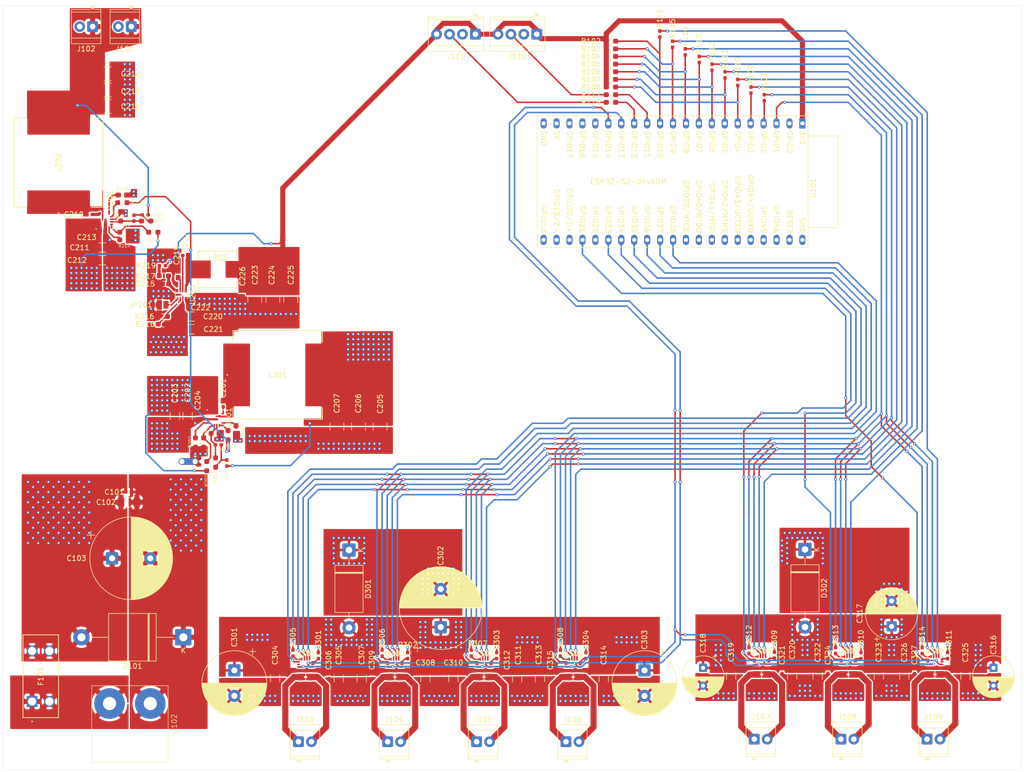
<source format=kicad_pcb>
(kicad_pcb (version 20241229) (generator "pcbnew") (generator_version "9.0")
  (layers (0 "F.Cu" mixed) (4 "In1.Cu" power) (6 "In2.Cu" power) (8 "In3.Cu" power) (10 "In4.Cu" power) (2 "B.Cu" signal) (13 "F.Paste" user) (15 "B.Paste" user) (5 "F.SilkS" user "F.Silkscreen") (7 "B.SilkS" user "B.Silkscreen") (1 "F.Mask" user) (3 "B.Mask" user) (25 "Edge.Cuts" user))
  (net 0 "")
  (net 1 "PGND")
  (net 2 "+BATT")
  (net 3 "Net-(U201-BOOT)")
  (net 4 "Net-(U201-SW)")
  (net 5 "+12V")
  (net 6 "Net-(C208-Pad1)")
  (net 7 "Net-(U201-FB)")
  (net 8 "AGND")
  (net 9 "Net-(U201-SS)")
  (net 10 "Net-(U202-BOOT)")
  (net 11 "Net-(U202-SW)")
  (net 12 "+12VA")
  (net 13 "Net-(U202-FB)")
  (net 14 "Net-(C217-Pad1)")
  (net 15 "Net-(U202-SS)")
  (net 16 "Net-(U203-SS)")
  (net 17 "+3.3V")
  (net 18 "Net-(U203-BST)")
  (net 19 "Net-(U203-SW)")
  (net 20 "Net-(U102-BATT)")
  (net 21 "E_PWM_L")
  (net 22 "E_PWM_R")
  (net 23 "Net-(JP201-B)")
  (net 24 "SPI")
  (net 25 "Net-(U101-GPIO2{slash}TOUCH2{slash}ADC1_CH1)")
  (net 26 "Net-(U101-GPIO10{slash}TOUCH10{slash}ADC1_CH9{slash}FSPICS0{slash}FSPIIO4)")
  (net 27 "Net-(U101-GPIO9{slash}TOUCH9{slash}ADC1_CH8{slash}FSPIHD)")
  (net 28 "Net-(U101-GPIO8{slash}TOUCH8{slash}ADC1_CH7)")
  (net 29 "Net-(U101-GPIO7{slash}TOUCH7{slash}ADC1_CH6)")
  (net 30 "Net-(U101-GPIO6{slash}TOUCH6{slash}ADC1_CH5)")
  (net 31 "Net-(U101-GPIO5{slash}TOUCH5{slash}ADC1_CH4)")
  (net 32 "Net-(U101-GPIO4{slash}TOUCH4{slash}ADC1_CH3)")
  (net 33 "SCLK")
  (net 34 "Net-(U101-GPIO3{slash}TOUCH3{slash}ADC1_CH2)")
  (net 35 "nSCS1")
  (net 36 "nSCS2")
  (net 37 "nSCS3")
  (net 38 "nSCS4")
  (net 39 "nSCS5")
  (net 40 "nSCS6")
  (net 41 "nSCS7")
  (net 42 "Net-(U101-GPIO11{slash}TOUCH11{slash}ADC2_CH0{slash}FSPID{slash}FSPIIO5)")
  (net 43 "Net-(U101-GPIO12{slash}TOUCH12{slash}ADC2_CH1{slash}FSPICLK{slash}FSPIIO6)")
  (net 44 "Net-(U201-EN)")
  (net 45 "Net-(U201-PG)")
  (net 46 "VCC")
  (net 47 "Net-(U201-MODE)")
  (net 48 "Net-(U202-EN)")
  (net 49 "Net-(U202-PG)")
  (net 50 "Net-(U202-MODE)")
  (net 51 "Net-(U203-FB)")
  (net 52 "Net-(U203-EN)")
  (net 53 "Net-(R217-Pad2)")
  (net 54 "Net-(U301-EN_IN1)")
  (net 55 "Net-(U302-EN_IN1)")
  (net 56 "Net-(U303-EN_IN1)")
  (net 57 "Net-(U304-EN_IN1)")
  (net 58 "SPO")
  (net 59 "Net-(U301-MODE)")
  (net 60 "Net-(U302-MODE)")
  (net 61 "Net-(U303-MODE)")
  (net 62 "Net-(U304-MODE)")
  (net 63 "Net-(U305-EN_IN1)")
  (net 64 "Net-(U306-EN_IN1)")
  (net 65 "Net-(U307-EN_IN1)")
  (net 66 "Net-(U305-MODE)")
  (net 67 "Net-(U306-MODE)")
  (net 68 "Net-(U307-MODE)")
  (net 70 "FAULT_L2")
  (net 74 "SLEEP_N")
  (net 76 "FAULT_V2")
  (net 77 "FAULT_R2")
  (net 79 "FAULT_L1")
  (net 88 "FAULT_H")
  (net 90 "DRVOFF")
  (net 93 "FAULT_V1")
  (net 94 "FAULT_R1")
  (net 97 "OUT1_L1")
  (net 98 "OUT2_L1")
  (net 99 "OUT2_L2")
  (net 101 "OUT1_L2")
  (net 103 "OUT2_R1")
  (net 104 "OUT1_R1")
  (net 106 "OUT1_R2")
  (net 107 "OUT2_R2")
  (net 108 "OUT2_V1")
  (net 110 "OUT1_V1")
  (net 111 "OUT1_V2")
  (net 113 "OUT2_V2")
  (net 114 "OUT1_H1")
  (net 115 "OUT2_H1")
  (footprint "Capacitor_THT:CP_Radial_D16.0mm_P7.50mm" (layer "F.Cu") (at 99 135.012755 90)
    (property "Reference" "C302")
    (property "Value" "2200uF")
  )
  (footprint "Capacitor_SMD:C_1206_3216Metric_Pad1.33x1.80mm_HandSolder" (layer "F.Cu") (at 83.5 145.0625 -90)
    (property "Reference" "C307")
    (property "Value" "10uF")
  )
  (footprint "Resistor_SMD:R_0603_1608Metric_Pad0.98x0.95mm_HandSolder" (layer "F.Cu") (at 132.4125 30.5 180)
    (property "Reference" "R117")
    (property "Value" "150")
  )
  (footprint "Resistor_SMD:R_0402_1005Metric_Pad0.72x0.64mm_HandSolder" (layer "F.Cu") (at 92.5 140.5975 -90)
    (property "Reference" "R302")
    (property "Value" "100K" (hide yes))
  )
  (footprint "Diode_THT:D_DO-201AE_P15.24mm_Horizontal" (layer "F.Cu") (at 81 119.88 -90)
    (property "Reference" "D301")
    (property "Value" "1V5KE39CA")
  )
  (footprint "Resistor_SMD:R_0603_1608Metric_Pad0.98x0.95mm_HandSolder" (layer "F.Cu") (at 44.4543 74.045 180)
    (property "Reference" "R216")
    (property "Value" "88.7K")
  )
  (footprint "Capacitor_SMD:C_1206_3216Metric_Pad1.33x1.80mm_HandSolder" (layer "F.Cu") (at 79 145.0625 -90)
    (property "Reference" "C305")
    (property "Value" "10uF")
  )
  (footprint "Jumper:SolderJumper-2_P1.3mm_Open_Pad1.0x1.5mm" (layer "F.Cu") (at 44.4168 71.745)
    (property "Reference" "JP201")
    (property "Value" "Jumper_2_Open" (hide yes))
  )
  (footprint "Capacitor_SMD:C_1206_3216Metric_Pad1.33x1.80mm_HandSolder" (layer "F.Cu") (at 202 144.5625 -90)
    (property "Reference" "C325")
    (property "Value" "10uF")
  )
  (footprint "Resistor_SMD:R_0603_1608Metric_Pad0.98x0.95mm_HandSolder" (layer "F.Cu") (at 41.1825 55.3 180)
    (property "Reference" "R212")
    (property "Value" "383K")
  )
  (footprint "3568 Fuse:3568_KEY" (layer "F.Cu") (at 18.7982 149.5974 90)
    (property "Reference" "F101")
    (property "Value" "3568")
  )
  (footprint "Capacitor_SMD:C_1206_3216Metric_Pad1.33x1.80mm_HandSolder" (layer "F.Cu") (at 101.5 145.0625 -90)
    (property "Reference" "C310")
    (property "Value" "10uF")
  )
  (footprint "Capacitor_SMD:C_1206_3216Metric_Pad1.33x1.80mm_HandSolder" (layer "F.Cu") (at 173 144.5625 -90)
    (property "Reference" "C322")
    (property "Value" "10uF")
  )
  (footprint "Diode_THT:D_P600_R-6_P20.00mm_Horizontal" (layer "F.Cu") (at 48.487246 137 180)
    (property "Reference" "D101")
    (property "Value" "5KP33A")
  )
  (footprint "TerminalBlock_TE-Connectivity:TerminalBlock_TE_282834-2_1x02_P2.54mm_Horizontal" (layer "F.Cu") (at 30.68 17.1325 180)
    (property "Reference" "J102")
    (property "Value" "Screw_Terminal_01x02")
  )
  (footprint "Capacitor_THT:CP_Radial_D8.0mm_P3.50mm" (layer "F.Cu") (at 207.5 143 -90)
    (property "Reference" "C316")
    (property "Value" "220uF")
  )
  (footprint "TerminalBlock_TE-Connectivity:TerminalBlock_TE_282834-2_1x02_P2.54mm_Horizontal" (layer "F.Cu") (at 123.59 157.5)
    (property "Reference" "J106")
    (property "Value" "Screw_Terminal_01x02")
  )
  (footprint "Capacitor_THT:CP_Radial_D12.5mm_P5.00mm" (layer "F.Cu") (at 58.5 143.5 -90)
    (property "Reference" "C301")
    (property "Value" "470uF")
  )
  (footprint "Capacitor_SMD:C_1206_3216Metric_Pad1.33x1.80mm_HandSolder" (layer "F.Cu") (at 49.320101 93.5625 -90)
    (property "Reference" "C202")
    (property "Value" "10uF")
  )
  (footprint "Capacitor_SMD:C_1206_3216Metric_Pad1.33x1.80mm_HandSolder" (layer "F.Cu") (at 32.5625 63)
    (property "Reference" "C212")
    (property "Value" "10uF")
  )
  (footprint "Resistor_SMD:R_0402_1005Metric_Pad0.72x0.64mm_HandSolder" (layer "F.Cu") (at 87.5 140.0975 -90)
    (property "Reference" "R306")
    (property "Value" "68")
  )
  (footprint "Resistor_SMD:R_0402_1005Metric_Pad0.72x0.64mm_HandSolder" (layer "F.Cu") (at 40.9975 54.1 180)
    (property "Reference" "R209")
    (property "Value" "49.9")
  )
  (footprint "Resistor_SMD:R_0402_1005Metric_Pad0.72x0.64mm_HandSolder" (layer "F.Cu") (at 110 140.5975 -90)
    (property "Reference" "R303")
    (property "Value" "100K")
  )
  (footprint "Resistor_SMD:R_0402_1005Metric_Pad0.72x0.64mm_HandSolder" (layer "F.Cu") (at 159.5 139.5975 -90)
    (property "Reference" "R312")
    (property "Value" "68")
  )
  (footprint "Resistor_SMD:R_0603_1608Metric_Pad0.98x0.95mm_HandSolder" (layer "F.Cu") (at 132.4125 20 180)
    (property "Reference" "R102")
    (property "Value" "10K")
  )
  (footprint "Capacitor_THT:CP_Radial_D12.5mm_P5.00mm" (layer "F.Cu") (at 139 143.5 -90)
    (property "Reference" "C303")
    (property "Value" "470uF")
  )
  (footprint "Capacitor_SMD:C_0402_1005Metric_Pad0.74x0.62mm_HandSolder" (layer "F.Cu") (at 55.357601 99.22 180)
    (property "Reference" "C208")
    (property "Value" "150pF" (hide yes))
  )
  (footprint "Capacitor_SMD:C_1206_3216Metric_Pad1.33x1.80mm_HandSolder" (layer "F.Cu") (at 46.820101 93.5625 -90)
    (property "Reference" "C203")
    (property "Value" "10uF")
  )
  (footprint "Capacitor_SMD:C_0402_1005Metric_Pad0.74x0.62mm_HandSolder" (layer "F.Cu") (at 77 144.5675 -90)
    (property "Reference" "C306")
    (property "Value" "0.1uF")
  )
  (footprint "Capacitor_SMD:C_0402_1005Metric_Pad0.74x0.62mm_HandSolder" (layer "F.Cu") (at 175 143.5675 -90)
    (property "Reference" "C324")
    (property "Value" "0.1uF")
  )
  (footprint "Resistor_SMD:R_0603_1608Metric_Pad0.98x0.95mm_HandSolder" (layer "F.Cu") (at 132.4125 21.5 180)
    (property "Reference" "R103")
    (property "Value" "10K")
  )
  (footprint "Capacitor_SMD:C_0402_1005Metric_Pad0.74x0.62mm_HandSolder" (layer "F.Cu") (at 166 143.5675 -90)
    (property "Reference" "C321")
    (property "Value" "0.1uF")
  )
  (footprint "Resistor_SMD:R_0402_1005Metric_Pad0.72x0.64mm_HandSolder" (layer "F.Cu") (at 147 22.0975 -90)
    (property "Reference" "R114")
    (property "Value" "68")
  )
  (footprint "Resistor_SMD:R_0603_1608Metric_Pad0.98x0.95mm_HandSolder" (layer "F.Cu") (at 132.4125 29 180)
    (property "Reference" "R108")
    (property "Value" "10K")
  )
  (footprint "TerminalBlock_TE-Connectivity:TerminalBlock_TE_282834-2_1x02_P2.54mm_Horizontal" (layer "F.Cu") (at 194.46 157)
    (property "Reference" "J109")
    (property "Value" "Screw_Terminal_01x02")
  )
  (footprint "Capacitor_THT:CP_Radial_D16.0mm_P7.50mm" (layer "F.Cu") (at 34.5 121.5)
    (property "Reference" "C103")
    (property "Value" "2200uF")
  )
  (footprint "Capacitor_SMD:C_0402_1005Metric_Pad0.74x0.62mm_HandSolder" (layer "F.Cu") (at 30.0675 54)
    (property "Reference" "C210")
    (property "Value" "0.1uF")
  )
  (footprint "Resistor_SMD:R_0603_1608Metric_Pad0.98x0.95mm_HandSolder" (layer "F.Cu") (at 50.860101 98.7825 -90)
    (property "Reference" "R207")
    (property "Value" "52.3K")
  )
  (footprint "Resistor_SMD:R_0603_1608Metric_Pad0.98x0.95mm_HandSolder" (layer "F.Cu") (at 36.2 54.3875 90)
    (property "Reference" "R213")
    (property "Value" "20K" (hide yes))
  )
  (footprint "Resistor_SMD:R_0402_1005Metric_Pad0.72x0.64mm_HandSolder" (layer "F.Cu") (at 44.3643 64.045 180)
    (property "Reference" "R219")
    (property "Value" "49.9")
  )
  (footprint "Capacitor_SMD:C_1210_3225Metric_Pad1.33x2.70mm_HandSolder" (layer "F.Cu") (at 87.120101 95.6625 -90)
    (property "Reference" "C205")
    (property "Value" "22uF")
  )
  (footprint "Resistor_SMD:R_0402_1005Metric_Pad0.72x0.64mm_HandSolder" (layer "F.Cu") (at 75 140.5975 -90)
    (property "Reference" "R301")
    (property "Value" "100K")
  )
  (footprint "Capacitor_SMD:C_0402_1005Metric_Pad0.74x0.62mm_HandSolder" (layer "F.Cu") (at 38.8 54.7325 -90)
    (property "Reference" "C217")
    (property "Value" "150pF" (hide yes))
  )
  (footprint "Resistor_SMD:R_0402_1005Metric_Pad0.72x0.64mm_HandSolder" (layer "F.Cu") (at 162.5 31.0975 -90)
    (property "Reference" "R101")
    (property "Value" "68")
  )
  (footprint "Resistor_SMD:R_0603_1608Metric_Pad0.98x0.95mm_HandSolder" (layer "F.Cu") (at 132.4125 26 180)
    (property "Reference" "R106")
    (property "Value" "10K")
  )
  (footprint "TerminalBlock_TE-Connectivity:TerminalBlock_TE_282834-2_1x02_P2.54mm_Horizontal" (layer "F.Cu") (at 88.59 157.5)
    (property "Reference" "J104")
    (property "Value" "Screw_Terminal_01x02")
  )
  (footprint "Capacitor_SMD:C_1206_3216Metric_Pad1.33x1.80mm_HandSolder" (layer "F.Cu") (at 168 144.5625 -90)
    (property "Reference" "C320")
    (property "Value" "10uF")
  )
  (footprint "Resistor_SMD:R_0603_1608Metric_Pad0.98x0.95mm_HandSolder" (layer "F.Cu") (at 53.070101 103.4125 90)
    (property "Reference" "R201")
    (property "Value" "169K" (hide yes))
  )
  (footprint "DRV8244SQRYJRQ1:RYJ0016A-MFG" (layer "F.Cu") (at 72.5 144.200001)
    (property "Reference" "U301")
    (property "Value" "DRV8244SQRYJRQ1")
  )
  (footprint "Resistor_SMD:R_0603_1608Metric_Pad0.98x0.95mm_HandSolder" (layer "F.Cu") (at 36.9125 57.5)
    (property "Reference" "R211")
    (property "Value" "36.1K")
  )
  (footprint "Capacitor_SMD:C_1206_3216Metric_Pad1.33x1.80mm_HandSolder" (layer "F.Cu") (at 96 145.0625 -90)
    (property "Reference" "C308")
    (property "Value" "10uF")
  )
  (footprint "Capacitor_SMD:C_1206_3216Metric_Pad1.33x1.80mm_HandSolder" (layer "F.Cu") (at 49.9293 76.545)
    (property "Reference" "C221")
    (property "Value" "10uF")
  )
  (footprint "Resistor_SMD:R_0603_1608Metric_Pad0.98x0.95mm_HandSolder" (layer "F.Cu") (at 54.820101 102.7125 90)
    (property "Reference" "R205")
    (property "Value" "383K" (hide yes))
  )
  (footprint "DRV8244SQRYJRQ1:RYJ0016A-MFG" (layer "F.Cu") (at 125 144.200001)
    (property "Reference" "U304")
    (property "Value" "DRV8244SQRYJRQ1")
  )
  (footprint "Capacitor_SMD:C_1210_3225Metric_Pad1.33x2.70mm_HandSolder" (layer "F.Cu") (at 33.6375 26.4)
    (property "Reference" "C214")
    (property "Value" "22uF")
  )
  (footprint "Capacitor_SMD:C_0402_1005Metric_Pad0.74x0.62mm_HandSolder" (layer "F.Cu") (at 48.9343 72.295)
    (property "Reference" "C222")
    (property "Value" "0.1uF")
  )
  (footprint "Capacitor_SMD:C_0402_1005Metric_Pad0.74x0.62mm_HandSolder" (layer "F.Cu") (at 37.7425 108.49)
    (property "Reference" "C101")
    (property "Value" "0.1uF")
  )
  (footprint "PCM_Espressif:ESP32-S2-DevKitM" (layer "F.Cu") (at 170 36.14 -90)
    (property "Reference" "U101")
    (property "Value" "ESP32-S2-DevKitM")
  )
  (footprint "DRV8244SQRYJRQ1:RYJ0016A-MFG" (layer "F.Cu") (at 179 143.700001)
    (property "Reference" "U306")
    (property "Value" "DRV8244SQRYJRQ1")
  )
  (footprint "Resistor_SMD:R_0402_1005Metric_Pad0.72x0.64mm_HandSolder" (layer "F.Cu") (at 181.5 140.5975 -90)
    (property "Reference" "R310")
    (property "Value" "100K")
  )
  (footprint "Resistor_SMD:R_0603_1608Metric_Pad0.98x0.95mm_HandSolder" (layer "F.Cu") (at 36.5125 51.7)
    (property "Reference" "R210")
    (property "Value" "100K")
  )
  (footprint "Resistor_SMD:R_0603_1608Metric_Pad0.98x0.95mm_HandSolder" (layer "F.Cu") (at 44.4543 75.545 180)
    (property "Reference" "R218")
    (property "Value" "511K")
  )
  (footprint "Resistor_SMD:R_0402_1005Metric_Pad0.72x0.64mm_HandSolder" (layer "F.Cu") (at 159.9 29.5975 -90)
    (property "Reference" "R109")
    (property "Value" "68")
  )
  (footprint "SRP6530A-4R7M:IND_SRP6530A_BRN-M" (layer "F.Cu") (at 55.2084 64.795)
    (property "Reference" "L203")
    (property "Value" "4.7uH")
  )
  (footprint "Resistor_SMD:R_0603_1608Metric_Pad0.98x0.95mm_HandSolder" (layer "F.Cu") (at 36.9125 59)
    (property "Reference" "R214")
    (property "Value" "52.3K")
  )
  (footprint "Capacitor_SMD:C_1206_3216Metric_Pad1.33x1.80mm_HandSolder" (layer "F.Cu") (at 114 145.0625 -90)
    (property "Reference" "C311")
    (property "Value" "10uF")
  )
  (footprint "DRV8244SQRYJRQ1:RYJ0016A-MFG" (layer "F.Cu") (at 107.5 144.200001)
    (property "Reference" "U303")
    (property "Value" "DRV8244SQRYJRQ1")
  )
  (footprint "IHLP6767DZER5R6M11:IND_IHLP-6767DZ_VIS-M" (layer "F.Cu") (at 24 43.820101 90)
    (property "Reference" "L202")
    (property "Value" "5.6uH")
  )
  (footprint "Capacitor_SMD:C_0603_1608Metric_Pad1.08x0.95mm_HandSolder" (layer "F.Cu") (at 36.5625 50.2)
    (property "Reference" "C218")
    (property "Value" "47nF" (hide yes))
  )
  (footprint "Capacitor_SMD:C_1210_3225Metric_Pad1.33x2.70mm_HandSolder" (layer "F.Cu") (at 69.55 70.5625 90)
    (property "Reference" "C225")
    (property "Value" "22uF")
  )
  (footprint "Capacitor_SMD:C_1206_3216Metric_Pad1.33x1.80mm_HandSolder" (layer "F.Cu") (at 156 144.5625 -90)
    (property "Reference" "C319")
    (property "Value" "10uF")
  )
  (footprint "Resistor_SMD:R_0603_1608Metric_Pad0.98x0.95mm_HandSolder" (layer "F.Cu") (at 132.4125 27.5 180)
    (property "Reference" "R107")
    (property "Value" "10K")
  )
  (footprint "Capacitor_SMD:C_1210_3225Metric_Pad1.33x2.70mm_HandSolder" (layer "F.Cu") (at 82.870101 95.6625 -90)
    (property "Reference" "C206")
    (property "Value" "22uF")
  )
  (footprint "Resistor_SMD:R_0402_1005Metric_Pad0.72x0.64mm_HandSolder" (layer "F.Cu") (at 144.5 20.5975 -90)
    (property "Reference" "R115")
    (property "Value" "68")
  )
  (footprint "Resistor_SMD:R_0603_1608Metric_Pad0.98x0.95mm_HandSolder" (layer "F.Cu") (at 42.5875 57.5 180)
    (property "Reference" "R208")
    (property "Value" "169K")
  )
  (footprint "Resistor_SMD:R_0603_1608Metric_Pad0.98x0.95mm_HandSolder" (layer "F.Cu") (at 44.6543 66.045 180)
    (property "Reference" "R217")
    (property "Value" "31.2K")
  )
  (footprint "NetTie:NetTie-2_THT_Pad1.0mm" (layer "F.Cu") (at 50.8 102.5 180)
    (property "Reference" "NT201" (hide yes))
    (property "Value" "NetTie_2" (hide yes))
  )
  (footprint "Capacitor_SMD:C_0402_1005Metric_Pad0.74x0.62mm_HandSolder" (layer "F.Cu") (at 120.5 144.5675 -90)
    (property "Reference" "C315")
    (property "Value" "0.1uF")
  )
  (footprint "Resistor_SMD:R_0402_1005Metric_Pad0.72x0.64mm_HandSolder" (layer "F.Cu") (at 142 18.5975 -90)
    (property "Reference" "R116")
    (property "Value" "68")
  )
  (footprint "Resistor_SMD:R_0603_1608Metric_Pad0.98x0.95mm_HandSolder" (layer "F.Cu") (at 52.470101 98.7725 -90)
    (property "Reference" "R204")
    (property "Value" "36.1K")
  )
  (footprint "Capacitor_SMD:C_1210_3225Metric_Pad1.33x2.70mm_HandSolder" (layer "F.Cu") (at 62.5 70.5625 90)
    (property "Reference" "C223")
    (property "Value" "22uF")
  )
  (footprint "Resistor_SMD:R_0402_1005Metric_Pad0.72x0.64mm_HandSolder" (layer "F.Cu") (at 193.5 139.5975 -90)
    (property "Reference" "R314")
    (property "Value" "68")
  )
  (footprint "Resistor_SMD:R_0402_1005Metric_Pad0.72x0.64mm_HandSolder" (layer "F.Cu") (at 105 140.0975 -90)
    (property "Reference" "R307")
    (property "Value" "68")
  )
  (footprint "Capacitor_SMD:C_1210_3225Metric_Pad1.33x2.70mm_HandSolder" (layer "F.Cu") (at 33.6375 32.8)
    (property "Reference" "C216")
    (property "Value" "22uF")
  )
  (footprint "Diode_THT:D_DO-201AE_P15.24mm_Horizontal" (layer "F.Cu") (at 170.5 119.76 -90)
    (property "Reference" "D302")
    (property "Value" "1.5KE20CA")
  )
  (footprint "Capacitor_SMD:C_1206_3216Metric_Pad1.33x1.80mm_HandSolder" (layer "F.Cu") (at 49.9293 74.045)
    (property "Reference" "C220")
    (property "Value" "10uF")
  )
  (footprint "TPS62933DRLR:SOT-5X3-8_DRL_TEX" (layer "F.Cu") (at 48.116989 69.7473 90)
    (property "Reference" "U203")
    (property "Value" "TPS62933DRLR")
  )
  (footprint "TerminalBlock_TE-Connectivity:TerminalBlock_TE_282834-2_1x02_P2.54mm_Horizontal" (layer "F.Cu") (at 71.09 157.5)
    (property "Reference" "J103")
    (property "Value" "Screw_Terminal_01x02")
  )
  (footprint "Capacitor_SMD:C_0402_1005Metric_Pad0.74x0.62mm_HandSolder" (layer "F.Cu") (at 56.320101 91.1825 -90)
    (property "Reference" "C201")
    (property "Value" "0.1uF")
  )
  (footprint "Resistor_SMD:R_0402_1005Metric_Pad0.72x0.64mm_HandSolder" (layer "F.Cu") (at 164.5 140.5 -90)
    (property "Reference" "R309")
    (property "Value" "100K")
  )
  (footprint "Resistor_SMD:R_0603_1608Metric_Pad0.98x0.95mm_HandSolder" (layer "F.Cu") (at 132.4125 32 180)
    (property "Reference" "R118")
    (property "Value" "150")
  )
  (footprint "TerminalBlock_TE-Connectivity:TerminalBlock_TE_282834-2_1x02_P2.54mm_Horizontal" (layer "F.Cu") (at 38.27 17.1325 180)
    (property "Reference" "J101")
    (property "Value" "Screw_Terminal_01x02")
  )
  (footprint "Capacitor_THT:CP_Radial_D10.0mm_P5.00mm" (layer "F.Cu") (at 187.5 134.867677 90)
    (property "Reference" "C317")
    (property "Value" "1000uF")
  )
  (footprint "Capacitor_SMD:C_0402_1005Metric_Pad0.74x0.62mm_HandSolder" (layer "F.Cu") (at 60.05 69.4625 90)
    (property "Reference" "C226")
    (property "Value" "0.1uF")
  )
  (footprint "Resistor_SMD:R_0603_1608Metric_Pad0.98x0.95mm_HandSolder" (layer "F.Cu") (at 132.4125 24.5 180)
    (property "Reference" "R105")
    (property "Value" "10K")
  )
  (footprint "Resistor_SMD:R_0402_1005Metric_Pad0.72x0.64mm_HandSolder" (layer "F.Cu") (at 157.3 28.0975 -90)
    (property "Reference" "R110")
    (property "Value" "68")
  )
  (footprint "Capacitor_SMD:C_1206_3216Metric_Pad1.33x1.80mm_HandSolder" (layer "F.Cu") (at 185 144.5625 -90)
    (property "Reference" "C323")
    (property "Value" "10uF")
  )
  (footprint "DRV8244SQRYJRQ1:RYJ0016A-MFG" (layer "F.Cu") (at 90 144.200001)
    (property "Reference" "U302")
    (property "Value" "DRV8244SQRYJRQ1")
  )
  (footprint "Capacitor_SMD:C_0603_1608Metric_Pad1.08x0.95mm_HandSolder" (layer "F.Cu") (at 47.4668 65.545 90)
    (property "Reference" "C219")
    (property "Value" "33nF")
  )
  (footprint "Resistor_SMD:R_0402_1005Metric_Pad0.72x0.64mm_HandSolder" (layer "F.Cu") (at 57.020101 102.7975 90)
    (property "Reference" "R202")
    (property "Value" "49.9" (hide yes))
  )
  (footprint "TerminalBlock_TE-Connectivity:TerminalBlock_TE_282834-4_1x04_P2.54mm_Horizontal" (layer "F.Cu") (at 117.855 18.6325 180)
    (property "Reference" "J110")
    (property "Value" "282834-4")
  )
  (footprint "Resistor_SMD:R_0402_1005Metric_Pad0.72x0.64mm_HandSolder" (layer "F.Cu") (at 176.5 139.5975 -90)
    (property "Reference" "R313")
    (property "Value" "68")
  )
  (footprint "Resistor_SMD:R_0402_1005Metric_Pad0.72x0.64mm_HandSolder" (layer "F.Cu") (at 127.5 140.5975 -90)
    (property "Reference" "R304")
    (property "Value" "100K")
  )
  (footprint "Capacitor_SMD:C_1206_3216Metric_Pad1.33x1.80mm_HandSolder" (layer "F.Cu") (at 118.5 145.0625 -90)
    (property "Reference" "C313")
    (property "Value" "10uF")
  )
  (footprint "Capacitor_SMD:C_1206_3216Metric_Pad1.33x1.80mm_HandSolder" (layer "F.Cu") (at 32.5625 60.5)
    (property "Reference" "C211")
    (property "Value" "10uF")
  )
  (footprint "Resistor_SMD:R_0603_1608Metric_Pad0.98x0.95mm_HandSolder" (layer "F.Cu") (at 54.857601 96.975)
    (property "Reference" "R206")
    (property "Value" "20K" (hide yes))
  )
  (footprint "DRV8244SQRYJRQ1:RYJ0016A-MFG" (layer "F.Cu") (at 196 143.700001)
    (property "Reference" "U307")
    (property "Value" "DRV8244SQRYJRQ1")
  )
  (footprint "TerminalBlock_TE-Connectivity:TerminalBlock_TE_282834-4_1x04_P2.54mm_Horizontal" (layer "F.Cu") (at 105.815 18.6325 180)
    (property "Reference" "J111")
    (property "Value" "282834-4")
  )
  (footprint "Capacitor_SMD:C_1210_3225Metric_Pad1.33x2.70mm_HandSolder" (layer "F.Cu") (at 66.05 70.5625 90)
    (property "Reference" "C224")
    (property "Value" "22uF")
  )
  (footprint "Capacitor_SMD:C_1210_3225Metric_Pad1.33x2.70mm_HandSolder" (layer "F.Cu") (at 78.620101 95.6625 -90)
    (property "Reference" "C207")
    (property "Value" "22uF")
  )
  (footprint "Capacitor_SMD:C_1206_3216Metric_Pad1.33x1.80mm_HandSolder" (layer "F.Cu") (at 190 144.5625 -90)
    (property "Reference" "C326")
    (property "Value" "10uF")
  )
  (footprint "Resistor_SMD:R_0402_1005Metric_Pad0.72x0.64mm_HandSolder" (layer "F.Cu") (at 149.75 23.5975 -90)
    (property "Reference" "R113")
    (property "Value" "68")
  )
  (footprint "TPS56A37RPAR:RPA0010A-MFG" (layer "F.Cu") (at 54.820101 94 90)
    (property "Reference" "U201")
    (property "Value" "TPS56A37RPAR" (hide yes))
  )
  (footprint "Capacitor_THT:CP_Radial_D8.0mm_P3.50mm" (layer "F.Cu") (at 150.5 143 -90)
    (property "Reference" "C318")
    (property "Value" "220uF")
  )
  (footprint "TPS56A37RPAR:RPA0010A-MFG" (layer "F.Cu") (at 32.989998 55.199999 180)
    (property "Reference" "U202")
    (property "Value" "TPS56A37RPAR" (hide yes))
  )
  (footprint "Resistor_SMD:R_0603_1608Metric_Pad0.98x0.95mm_HandSolder" (layer "F.Cu") (at 57.270101 97.3425 -90)
    (property "Reference" "R203")
    (property "Value" "100K" (hide yes))
  )
  (footprint "Resistor_SMD:R_0603_1608Metric_Pad0.98x0.95mm_HandSolder" (layer "F.Cu") (at 132.4125 22.99 180)
    (property "Reference" "R104")
    (property "Value" "10K")
  )
  (footprint "Capacitor_SMD:C_1206_3216Metric_Pad1.33x1.80mm_HandSolder" (layer "F.Cu") (at 131 145.0625 -90)
    (property "Reference" "C314")
    (property "Value" "10uF")
  )
  (footprint "Resistor_SMD:R_0402_1005Metric_Pad0.72x0.64mm_HandSolder" (layer "F.Cu") (at 122.5 140.0975 -90)
    (property "Reference" "R308")
    (property "Value" "68")
  )
  (footprint "Capacitor_SMD:C_0603_1608Metric_Pad1.08x0.95mm_HandSolder" (layer "F.Cu") (at 58.820101 96.3625 -90)
    (property "Reference" "C209")
    (property "Value" "47nF" (hide yes))
  )
  (footprint "Capacitor_SMD:C_1210_3225Metric_Pad1.33x2.70mm_HandSolder" (layer "F.Cu") (at 33.6375 29.6)
    (property "Reference" "C215")
    (property "Value" "22uF")
  )
  (footprint "Capacitor_SMD:C_0402_1005Metric_Pad0.74x0.62mm_HandSolder" (layer "F.Cu") (at 51.320101 93.5675 -90)
    (property "Reference" "C204")
    (property "Value" "0.1uF")
  )
  (footprint "Resistor_SMD:R_0402_1005Metric_Pad0.72x0.64mm_HandSolder" (layer "F.Cu") (at 70 140.0975 -90)
    (property "Reference" "R305")
    (property "Value" "68")
  )
  (footprint "Capacitor_SMD:C_0402_1005Metric_Pad0.74x0.62mm_HandSolder" (layer "F.Cu") (at 85.5 144.5675 -90)
    (property "Reference" "C309")
    (property "Value" "0.1uF")
  )
  (footprint "Resistor_SMD:R_0402_1005Metric_Pad0.72x0.64mm_HandSolder" (layer "F.Cu") (at 154.8 26.5975 -90)
    (property "Reference" "R111")
    (property "Value" "68")
  )
  (footprint "Capacitor_SMD:C_1206_3216Metric_Pad1.33x1.80mm_HandSolder" (layer "F.Cu") (at 66.5 145.0625 -90)
    (property "Reference" "C304")
    (property "Value" "10uF")
  )
  (footprint "DRV8244SQRYJRQ1:RYJ0016A-MFG" (layer "F.Cu") (at 162 143.700001)
    (property "Reference" "U305")
    (property "Value" "DRV8244SQRYJRQ1" (hide yes))
  )
  (footprint "Capacitor_SMD:C_0402_1005Metric_Pad0.74x0.62mm_HandSolder" (layer "F.Cu") (at 32.5675 58.5)
    (property "Reference" "C213")
    (property "Value" "0.1uF")
  )
  (footprint "Resistor_SMD:R_0603_1608Metric_Pad0.98x0.95mm_HandSolder" (layer "F.Cu") (at 44.6793 67.645 180)
    (property "Reference" "R215")
    (property "Value" "10.2K")
  )
  (footprint "Capacitor_SMD:C_1206_3216Metric_Pad1.33x1.80mm_HandSolder" (layer "F.Cu") (at 37.7975 110.5)
    (property "Reference" "C102")
    (property "Value" "10uF")
  )
  (footprint "Capacitor_SMD:C_0402_1005Metric_Pad0.74x0.62mm_HandSolder" (layer "F.Cu") (at 112 144.5675 -90)
    (property "Reference" "C312")
    (property "Value" "0.1uF")
  )
  (footprint "IHLP6767DZER5R6M11:IND_IHLP-6767DZ_VIS-M" (layer "F.Cu") (at 67 85.5)
    (property "Reference" "L201")
    (property "Value" "5.6uH")
  )
  (footprint "Battery Input:Battery Input" (layer "F.Cu") (at 38 154 90)
    (property "Reference" "U102")
    (property "Value" "BATT")
  )
  (footprint "TerminalBlock_TE-Connectivity:TerminalBlock_TE_282834-2_1x02_P2.54mm_Horizontal" (layer "F.Cu") (at 177.55 157)
    (property "Reference" "J108")
    (property "Value" "Screw_Terminal_01x02")
  )
  (footprint "TerminalBlock_TE-Connectivity:TerminalBlock_TE_282834-2_1x02_P2.54mm_Horizontal" (layer "F.Cu") (at 160.55 157)
    (property "Reference" "J107")
    (property "Value" "Screw_Terminal_01x02")
  )
  (footprint "TerminalBlock_TE-Connectivity:TerminalBlock_TE_282834-2_1x02_P2.54mm_Horizontal" (layer "F.Cu") (at 106.05 157.5)
    (property "Reference" "J105")
    (property "Value" "Screw_Terminal_01x02")
  )
  (footprint "Resistor_SMD:R_0402_1005Metric_Pad0.72x0.64mm_HandSolder" (layer "F.Cu") (at 152.25 25.0975 -90)
    (property "Reference" "R112")
    (property "Value" "68")
  )
  (footprint "Resistor_SMD:R_0402_1005Metric_Pad0.72x0.64mm_HandSolder" (layer "F.Cu") (at 198.5 140.5975 -90)
    (property "Reference" "R311")
    (property "Value" "100K")
  )
  (footprint "Capacitor_SMD:C_0402_1005Metric_Pad0.74x0.62mm_HandSolder" (layer "F.Cu") (at 192 143.5675 -90)
    (property "Reference" "C327")
    (property "Value" "0.1uF")
  )
  (footprint "Capacitor_SMD:C_0402_1005Metric_Pad0.74x0.62mm_HandSolder" (layer "F.Cu") (at 48.9343 62.045)
    (property "Reference" "C227")
    (property "Value" "0.1uF")
  )
  (gr_rect (start 13 13) (end 213 163) (stroke (width 0.05)) (fill no) (layer "Edge.Cuts"))
  (via (at 44.320101 97) (size 0.6) (drill 0.3) (layers "F.Cu" "B.Cu") (net 1))
  (via (at 166.5 116.5) (size 0.6) (drill 0.3) (layers "F.Cu" "B.Cu") (net 1))
  (via (at 170 117.5) (size 0.6) (drill 0.3) (layers "F.Cu" "B.Cu") (net 1))
  (via (at 37.5 66.5) (size 0.6) (drill 0.3) (layers "F.Cu" "B.Cu") (net 1))
  (via (at 99.5 124.5) (size 0.6) (drill 0.3) (layers "F.Cu" "B.Cu") (net 1))
  (via (at 186.5 147.5) (size 0.6) (drill 0.3) (layers "F.Cu" "B.Cu") (net 1))
  (via (at 95.5 124.5) (size 0.6) (drill 0.3) (layers "F.Cu" "B.Cu") (net 1))
  (via (at 116.5 149.5) (size 0.6) (drill 0.3) (layers "F.Cu" "B.Cu") (net 1))
  (via (at 44.320101 100) (size 0.6) (drill 0.3) (layers "F.Cu" "B.Cu") (net 1))
  (via (at 172.5 148.5) (size 0.6) (drill 0.3) (layers "F.Cu" "B.Cu") (net 1))
  (via (at 47 107) (size 0.6) (drill 0.3) (layers "F.Cu" "B.Cu") (net 1))
  (via (at 166 121) (size 0.6) (drill 0.3) (layers "F.Cu" "B.Cu") (net 1))
  (via (at 83.75 149.5) (size 0.6) (drill 0.3) (layers "F.Cu" "B.Cu") (net 1))
  (via (at 64.5 98.5) (size 0.6) (drill 0.3) (layers "F.Cu" "B.Cu") (net 1))
  (via (at 160.5 149) (size 0.6) (drill 0.3) (layers "F.Cu" "B.Cu") (net 1))
  (via (at 166 119) (size 0.6) (drill 0.3) (layers "F.Cu" "B.Cu") (net 1))
  (via (at 127.5 149.5) (size 0.6) (drill 0.3) (layers "F.Cu" "B.Cu") (net 1))
  (via (at 46.320101 100) (size 0.6) (drill 0.3) (layers "F.Cu" "B.Cu") (net 1))
  (via (at 155.5 149) (size 0.6) (drill 0.3) (layers "F.Cu" "B.Cu") (net 1))
  (via (at 42.320101 96) (size 0.6) (drill 0.3) (layers "F.Cu" "B.Cu") (net 1))
  (via (at 101.5 124.5) (size 0.6) (drill 0.3) (layers "F.Cu" "B.Cu") (net 1))
  (via (at 78.25 148.5) (size 0.6) (drill 0.3) (layers "F.Cu" "B.Cu") (net 1))
  (via (at 101.5 126.5) (size 0.6) (drill 0.3) (layers "F.Cu" "B.Cu") (net 1))
  (via (at 37 25.5) (size 0.6) (drill 0.3) (layers "F.Cu" "B.Cu") (net 1))
  (via (at 47 115) (size 0.6) (drill 0.3) (layers "F.Cu" "B.Cu") (net 1))
  (via (at 82 100) (size 0.6) (drill 0.3) (layers "F.Cu" "B.Cu") (net 1))
  (via (at 83 99) (size 0.6) (drill 0.3) (layers "F.Cu" "B.Cu") (net 1))
  (via (at 61.5 149.5) (size 0.6) (drill 0.3) (layers "F.Cu" "B.Cu") (net 1))
  (via (at 163.5 148) (size 0.6) (drill 0.3) (layers "F.Cu" "B.Cu") (net 1))
  (via (at 50 118) (size 0.6) (drill 0.3) (layers "F.Cu" "B.Cu") (net 1))
  (via (at 195.5 148) (size 0.6) (drill 0.3) (layers "F.Cu" "B.Cu") (net 1))
  (via (at 96.5 127.5) (size 0.6) (drill 0.3) (layers "F.Cu" "B.Cu") (net 1))
  (via (at 52 120) (size 0.6) (drill 0.3) (layers "F.Cu" "B.Cu") (net 1))
  (via (at 49 107) (size 0.6) (drill 0.3) (layers "F.Cu" "B.Cu") (net 1))
  (via (at 185.5 129.5) (size 0.6) (drill 0.3) (layers "F.Cu" "B.Cu") (net 1))
  (via (at 184.5 130) (size 0.6) (drill 0.3) (layers "F.Cu" "B.Cu") (net 1))
  (via (at 96.75 148.5) (size 0.6) (drill 0.3) (layers "F.Cu" "B.Cu") (net 1))
  (via (at 205.5 148) (size 0.6) (drill 0.3) (layers "F.Cu" "B.Cu") (net 1))
  (via (at 169.5 146.5) (size 0.6) (drill 0.3) (layers "F.Cu" "B.Cu") (net 1))
  (via (at 49 111) (size 0.6) (drill 0.3) (layers "F.Cu" "B.Cu") (net 1))
  (via (at 169.5 148.5) (size 0.6) (drill 0.3) (layers "F.Cu" "B.Cu") (net 1))
  (via (at 190.5 130) (size 0.6) (drill 0.3) (layers "F.Cu" "B.Cu") (net 1))
  (via (at 72 148.5) (size 0.6) (drill 0.3) (layers "F.Cu" "B.Cu") (net 1))
  (via (at 96.5 128.5) (size 0.6) (drill 0.3) (layers "F.Cu" "B.Cu") (net 1))
  (via (at 99.5 123.5) (size 0.6) (drill 0.3) (layers "F.Cu" "B.Cu") (net 1))
  (via (at 188.5 127.5) (size 0.6) (drill 0.3) (layers "F.Cu" "B.Cu") (net 1))
  (via (at 37 30.5) (size 0.6) (drill 0.3) (layers "F.Cu" "B.Cu") (net 1))
  (via (at 100.5 124.5) (size 0.6) (drill 0.3) (layers "F.Cu" "B.Cu") (net 1))
  (via (at 171.5 116.5) (size 0.6) (drill 0.3) (layers "F.Cu" "B.Cu") (net 1))
  (via (at 79.75 149.5) (size 0.6) (drill 0.3) (layers "F.Cu" "B.Cu") (net 1))
  (via (at 101.5 125.5) (size 0.6) (drill 0.3) (layers "F.Cu" "B.Cu") (net 1))
  (via (at 84 118.5) (size 0.6) (drill 0.3) (layers "F.Cu" "B.Cu") (net 1))
  (via (at 132 149.5) (size 0.6) (drill 0.3) (layers "F.Cu" "B.Cu") (net 1))
  (via (at 70 148.5) (size 0.6) (drill 0.3) (layers "F.Cu" "B.Cu") (net 1))
  (via (at 118 148.5) (size 0.6) (drill 0.3) (layers "F.Cu" "B.Cu") (net 1))
  (via (at 190.5 131) (size 0.6) (drill 0.3) (layers "F.Cu" "B.Cu") (net 1))
  (via (at 38 25.5) (size 0.6) (drill 0.3) (layers "F.Cu" "B.Cu") (net 1))
  (via (at 52 112) (size 0.6) (drill 0.3) (layers "F.Cu" "B.Cu") (net 1))
  (via (at 50 116) (size 0.6) (drill 0.3) (layers "F.Cu" "B.Cu") (net 1))
  (via (at 193.5 149) (size 0.6) (drill 0.3) (layers "F.Cu" "B.Cu") (net 1))
  (via (at 81.25 148.5) (size 0.6) (drill 0.3) (layers "F.Cu" "B.Cu") (net 1))
  (via (at 73 149.5) (size 0.6) (drill 0.3) (layers "F.Cu" "B.Cu") (net 1))
  (via (at 169 117.5) (size 0.6) (drill 0.3) (layers "F.Cu" "B.Cu") (net 1))
  (via (at 82 99) (size 0.6) (drill 0.3) (layers "F.Cu" "B.Cu") (net 1))
  (via (at 174 120.5) (size 0.6) (drill 0.3) (layers "F.Cu" "B.Cu") (net 1))
  (via (at 201.5 149) (size 0.6) (drill 0.3) (layers "F.Cu" "B.Cu") (net 1))
  (via (at 38 29.5) (size 0.6) (drill 0.3) (layers "F.Cu" "B.Cu") (net 1))
  (via (at 190.5 148.5) (size 0.6) (drill 0.3) (layers "F.Cu" "B.Cu") (net 1))
  (via (at 43.320101 99) (size 0.6) (drill 0.3) (layers "F.Cu" "B.Cu") (net 1))
  (via (at 186.5 146.5) (size 0.6) (drill 0.3) (layers "F.Cu" "B.Cu") (net 1))
  (via (at 48 120) (size 0.6) (drill 0.3) (layers "F.Cu" "B.Cu") (net 1))
  (via (at 38 32.5) (size 0.6) (drill 0.3) (layers "F.Cu" "B.Cu") (net 1))
  (via (at 50 108) (size 0.6) (drill 0.3) (layers "F.Cu" "B.Cu") (net 1))
  (via (at 61.5 98.5) (size 0.6) (drill 0.3) (layers "F.Cu" "B.Cu") (net 1))
  (via (at 101.5 128.5) (size 0.6) (drill 0.3) (layers "F.Cu" "B.Cu") (net 1))
  (via (at 51 111) (size 0.6) (drill 0.3) (layers "F.Cu" "B.Cu") (net 1))
  (via (at 162.5 149) (size 0.6) (drill 0.3) (layers "F.Cu" "B.Cu") (net 1))
  (via (at 189.5 130.5) (size 0.6) (drill 0.3) (layers "F.Cu" "B.Cu") (net 1))
  (via (at 164.5 148) (size 0.6) (drill 0.3) (layers "F.Cu" "B.Cu") (net 1))
  (via (at 51 107) (size 0.6) (drill 0.3) (layers "F.Cu" "B.Cu") (net 1))
  (via (at 185.5 128.5) (size 0.6) (drill 0.3) (layers "F.Cu" "B.Cu") (net 1))
  (via (at 43.320101 95) (size 0.6) (drill 0.3) (layers "F.Cu" "B.Cu") (net 1))
  (via (at 38.5 68.5) (size 0.6) (drill 0.3) (layers "F.Cu" "B.Cu") (net 1))
  (via (at 35.5 64.5) (size 0.6) (drill 0.3) (layers "F.Cu" "B.Cu") (net 1))
  (via (at 51 113) (size 0.6) (drill 0.3) (layers "F.Cu" "B.Cu") (net 1))
  (via (at 134 149.5) (size 0.6) (drill 0.3) (layers "F.Cu" "B.Cu") (net 1))
  (via (at 205.5 149) (size 0.6) (drill 0.3) (layers "F.Cu" "B.Cu") (net 1))
  (via (at 95.5 127.5) (size 0.6) (drill 0.3) (layers "F.Cu" "B.Cu") (net 1))
  (via (at 96.5 126.5) (size 0.6) (drill 0.3) (layers "F.Cu" "B.Cu") (net 1))
  (via (at 81 117.5) (size 0.6) (drill 0.3) (layers "F.Cu" "B.Cu") (net 1))
  (via (at 188 126.5) (size 0.6) (drill 0.3) (layers "F.Cu" "B.Cu") (net 1))
  (via (at 66.5 97.5) (size 0.6) (drill 0.3) (layers "F.Cu" "B.Cu") (net 1))
  (via (at 186 126.5) (size 0.6) (drill 0.3) (layers "F.Cu" "B.Cu") (net 1))
  (via (at 46 116) (size 0.6) (drill 0.3) (layers "F.Cu" "B.Cu") (net 1))
  (via (at 44.320101 96) (size 0.6) (drill 0.3) (layers "F.Cu" "B.Cu") (net 1))
  (via (at 87.5 149.5) (size 0.6) (drill 0.3) (layers "F.Cu" "B.Cu") (net 1))
  (via (at 70.5 97.5) (size 0.6) (drill 0.3) (layers "F.Cu" "B.Cu") (net 1))
  (via (at 42.320101 100) (size 0.6) (drill 0.3) (layers "F.Cu" "B.Cu") (net 1))
  (via (at 102.5 124.5) (size 0.6) (drill 0.3) (layers "F.Cu" "B.Cu") (net 1))
  (via (at 47 117) (size 0.6) (drill 0.3) (layers "F.Cu" "B.Cu") (net 1))
  (via (at 159.5 148) (size 0.6) (drill 0.3) (layers "F.Cu" "B.Cu") (net 1))
  (via (at 51 117) (size 0.6) (drill 0.3) (layers "F.Cu" "B.Cu") (net 1))
  (via (at 185.5 127.5) (size 0.6) (drill 0.3) (layers "F.Cu" "B.Cu") (net 1))
  (via (at 48 108) (size 0.6) (drill 0.3) (layers "F.Cu" "B.Cu") (net 1))
  (via (at 37 33.5) (size 0.6) (drill 0.3) (layers "F.Cu" "B.Cu") (net 1))
  (via (at 166 118) (size 0.6) (drill 0.3) (layers "F.Cu" "B.Cu") (net 1))
  (via (at 52 114) (size 0.6) (drill 0.3) (layers "F.Cu" "B.Cu") (net 1))
  (via (at 84 100) (size 0.6) (drill 0.3) (layers "F.Cu" "B.Cu") (net 1))
  (via (at 35.5 65.5) (size 0.6) (drill 0.3) (layers "F.Cu" "B.Cu") (net 1))
  (via (at 114.5 149.5) (size 0.6) (drill 0.3) (layers "F.Cu" "B.Cu") (net 1))
  (via (at 204.5 149) (size 0.6) (drill 0.3) (layers "F.Cu" "B.Cu") (net 1))
  (via (at 181.5 148) (size 0.6) (drill 0.3) (layers "F.Cu" "B.Cu") (net 1))
  (via (at 33.5 68.5) (size 0.6) (drill 0.3) (layers "F.Cu" "B.Cu") (net 1))
  (via (at 198.5 149) (size 0.6) (drill 0.3) (layers "F.Cu" "B.Cu") (net 1))
  (via (at 46 118) (size 0.6) (drill 0.3) (layers "F.Cu" "B.Cu") (net 1))
  (via (at 115.5 149.5) (size 0.6) (drill 0.3) (layers "F.Cu" "B.Cu") (net 1))
  (via (at 34.5 67.5) (size 0.6) (drill 0.3) (layers "F.Cu" "B.Cu") (net 1))
  (via (at 34.5 68.5) (size 0.6) (drill 0.3) (layers "F.Cu" "B.Cu") (net 1))
  (via (at 75 99) (size 0.6) (drill 0.3) (layers "F.Cu" "B.Cu") (net 1))
  (via (at 170.5 116.5) (size 0.6) (drill 0.3) (layers "F.Cu" "B.Cu") (net 1))
  (via (at 109 148.5) (size 0.6) (drill 0.3) (layers "F.Cu" "B.Cu") (net 1))
  (via (at 126.5 148.5) (size 0.6) (drill 0.3) (layers "F.Cu" "B.Cu") (net 1))
  (via (at 102.5 127.5) (size 0.6) (drill 0.3) (layers "F.Cu" "B.Cu") (net 1))
  (via (at 75 149.5) (size 0.6) (drill 0.3) (layers "F.Cu" "B.Cu") (net 1))
  (via (at 172.5 116.5) (size 0.6) (drill 0.3) (layers "F.Cu" "B.Cu") (net 1))
  (via (at 131 148.5) (size 0.6) (drill 0.3) (layers "F.Cu" "B.Cu") (net 1))
  (via (at 203.5 148) (size 0.6) (drill 0.3) (layers "F.Cu" "B.Cu") (net 1))
  (via (at 86 99) (size 0.6) (drill 0.3) (layers "F.Cu" "B.Cu") (net 1))
  (via (at 161.5 148) (size 0.6) (drill 0.3) (layers "F.Cu" "B.Cu") (net 1))
  (via (at 131 149.5) (size 0.6) (drill 0.3) (layers "F.Cu" "B.Cu") (net 1))
  (via (at 37 32.5) (size 0.6) (drill 0.3) (layers "F.Cu" "B.Cu") (net 1))
  (via (at 189.5 148.5) (size 0.6) (drill 0.3) (layers "F.Cu" "B.Cu") (net 1))
  (via (at 68.5 98.5) (size 0.6) (drill 0.3) (layers "F.Cu" "B.Cu") (net 1))
  (via (at 38 24.5) (size 0.6) (drill 0.3) (layers "F.Cu" "B.Cu") (net 1))
  (via (at 72.5 97.5) (size 0.6) (drill 0.3) (layers "F.Cu" "B.Cu") (net 1))
  (via (at 38 26.5) (size 0.6) (drill 0.3) (layers "F.Cu" "B.Cu") (net 1))
  (via (at 202.5 148) (size 0.6) (drill 0.3) (layers "F.Cu" "B.Cu") (net 1))
  (via (at 174 118.5) (size 0.6) (drill 0.3) (layers "F.Cu" "B.Cu") (net 1))
  (via (at 37 34.5) (size 0.6) (drill 0.3) (layers "F.Cu" "B.Cu") (net 1))
  (via (at 38 31.5) (size 0.6) (drill 0.3) (layers "F.Cu" "B.Cu") (net 1))
  (via (at 156.5 149) (size 0.6) (drill 0.3) (layers "F.Cu" "B.Cu") (net 1))
  (via (at 154.5 148) (size 0.6) (drill 0.3) (layers "F.Cu" "B.Cu") (net 1))
  (via (at 173.5 148.5) (size 0.6) (drill 0.3) (layers "F.Cu" "B.Cu") (net 1))
  (via (at 96.25 149.5) (size 0.6) (drill 0.3) (layers "F.Cu" "B.Cu") (net 1))
  (via (at 185.5 130.5) (size 0.6) (drill 0.3) (layers "F.Cu" "B.Cu") (net 1))
  (via (at 189.5 128.5) (size 0.6) (drill 0.3) (layers "F.Cu" "B.Cu") (net 1))
  (via (at 84.25 148.5) (size 0.6) (drill 0.3) (layers "F.Cu" "B.Cu") (net 1))
  (via (at 37 26.5) (size 0.6) (drill 0.3) (layers "F.Cu" "B.Cu") (net 1))
  (via (at 51 115) (size 0.6) (drill 0.3) (layers "F.Cu" "B.Cu") (net 1))
  (via (at 171.5 146.5) (size 0.6) (drill 0.3) (layers "F.Cu" "B.Cu") (net 1))
  (via (at 46.320101 98) (size 0.6) (drill 0.3) (layers "F.Cu" "B.Cu") (net 1))
  (via (at 176.5 148) (size 0.6) (drill 0.3) (layers "F.Cu" "B.Cu") (net 1))
  (via (at 107 148.5) (size 0.6) (drill 0.3) (layers "F.Cu" "B.Cu") (net 1))
  (via (at 126.5 149.5) (size 0.6) (drill 0.3) (layers "F.Cu" "B.Cu") (net 1))
  (via (at 63.5 149.5) (size 0.6) (drill 0.3) (layers "F.Cu" "B.Cu") (net 1))
  (via (at 50 106) (size 0.6) (drill 0.3) (layers "F.Cu" "B.Cu") (net 1))
  (via (at 69.5 97.5) (size 0.6) (drill 0.3) (layers "F.Cu" "B.Cu") (net 1))
  (via (at 45.320101 100) (size 0.6) (drill 0.3) (layers "F.Cu" "B.Cu") (net 1))
  (via (at 65.5 97.5) (size 0.6) (drill 0.3) (layers "F.Cu" "B.Cu") (net 1))
  (via (at 33.5 65.5) (size 0.6) (drill 0.3) (layers "F.Cu" "B.Cu") (net 1))
  (via (at 180.5 148) (size 0.6) (drill 0.3) (layers "F.Cu" "B.Cu") (net 1))
  (via (at 124.5 148.5) (size 0.6) (drill 0.3) (layers "F.Cu" "B.Cu") (net 1))
  (via (at 136 149.5) (size 0.6) (drill 0.3) (layers "F.Cu" "B.Cu") (net 1))
  (via (at 77 100) (size 0.6) (drill 0.3) (layers "F.Cu" "B.Cu") (net 1))
  (via (at 188.5 146.5) (size 0.6) (drill 0.3) (layers "F.Cu" "B.Cu") (net 1))
  (via (at 48 116) (size 0.6) (drill 0.3) (layers "F.Cu" "B.Cu") (net 1))
  (via (at 37.5 67.5) (size 0.6) (drill 0.3) (layers "F.Cu" "B.Cu") (net 1))
  (via (at 136 148.5) (size 0.6) (drill 0.3) (layers "F.Cu" "B.Cu") (net 1))
  (via (at 110 148.5) (size 0.6) (drill 0.3) (layers "F.Cu" "B.Cu") (net 1))
  (via (at 80 122.5) (size 0.6) (drill 0.3) (layers "F.Cu" "B.Cu") (net 1))
  (via (at 70 149.5) (size 0.6) (drill 0.3) (layers "F.Cu" "B.Cu") (net 1))
  (via (at 72 149.5) (size 0.6) (drill 0.3) (layers "F.Cu" "B.Cu") (net 1))
  (via (at 92.5 149.5) (size 0.6) (drill 0.3) (layers "F.Cu" "B.Cu") (net 1))
  (via (at 49 113) (size 0.6) (drill 0.3) (layers "F.Cu" "B.Cu") (net 1))
  (via (at 43.320101 98) (size 0.6) (drill 0.3) (layers "F.Cu" "B.Cu") (net 1))
  (via (at 81 122.5) (size 0.6) (drill 0.3) (layers "F.Cu" "B.Cu") (net 1))
  (via (at 37.5 65.5) (size 0.6) (drill 0.3) (layers "F.Cu" "B.Cu") (net 1))
  (via (at 167 120.5) (size 0.6) (drill 0.3) (layers "F.Cu" "B.Cu") (net 1))
  (via (at 88.5 149.5) (size 0.6) (drill 0.3) (layers "F.Cu" "B.Cu") (net 1))
  (via (at 80.75 149.5) (size 0.6) (drill 0.3) (layers "F.Cu" "B.Cu") (net 1))
  (via (at 173.5 116.5) (size 0.6) (drill 0.3) (layers "F.Cu" "B.Cu") (net 1))
  (via (at 78 121.5) (size 0.6) (drill 0.3) (layers "F.Cu" "B.Cu") (net 1))
  (via (at 38 34.5) (size 0.6) (drill 0.3) (layers "F.Cu" "B.Cu") (net 1))
  (via (at 171.5 147.5) (size 0.6) (drill 0.3) (layers "F.Cu" "B.Cu") (net 1))
  (via (at 180.5 149) (size 0.6) (drill 0.3) (layers "F.Cu" "B.Cu") (net 1))
  (via (at 91.5 148.5) (size 0.6) (drill 0.3) (layers "F.Cu" "B.Cu") (net 1))
  (via (at 78 122.5) (size 0.6) (drill 0.3) (layers "F.Cu" "B.Cu") (net 1))
  (via (at 78 99) (size 0.6) (drill 0.3) (layers "F.Cu" "B.Cu") (net 1))
  (via (at 135 149.5) (size 0.6) (drill 0.3) (layers "F.Cu" "B.Cu") (net 1))
  (via (at 184.5 148.5) (size 0.6) (drill 0.3) (layers "F.Cu" "B.Cu") (net 1))
  (via (at 119 148.5) (size 0.6) (drill 0.3) (layers "F.Cu" "B.Cu") (net 1))
  (via (at 134 148.5) (size 0.6) (drill 0.3) (layers "F.Cu" "B.Cu") (net 1))
  (via (at 36.5 65.5) (size 0.6) (drill 0.3) (layers "F.Cu" "B.Cu") (net 1))
  (via (at 118.5 149.5) (size 0.6) (drill 0.3) (layers "F.Cu" "B.Cu") (net 1))
  (via (at 51 119) (size 0.6) (drill 0.3) (layers "F.Cu" "B.Cu") (net 1))
  (via (at 96.5 125.5) (size 0.6) (drill 0.3) (layers "F.Cu" "B.Cu") (net 1))
  (via (at 44.320101 98) (size 0.6) (drill 0.3) (layers "F.Cu" "B.Cu") (net 1))
  (via (at 35.5 66.5) (size 0.6) (drill 0.3) (layers "F.Cu" "B.Cu") (net 1))
  (via (at 63.5 98.5) (size 0.6) (drill 0.3) (layers "F.Cu" "B.Cu") (net 1))
  (via (at 168.5 148.5) (size 0.6) (drill 0.3) (layers "F.Cu" "B.Cu") (net 1))
  (via (at 117 148.5) (size 0.6) (drill 0.3) (layers "F.Cu" "B.Cu") (net 1))
  (via (at 177.5 148) (size 0.6) (drill 0.3) (layers "F.Cu" "B.Cu") (net 1))
  (via (at 82 117.5) (size 0.6) (drill 0.3) (layers "F.Cu" "B.Cu") (net 1))
  (via (at 122.5 149.5) (size 0.6) (drill 0.3) (layers "F.Cu" "B.Cu") (net 1))
  (via (at 190.5 128) (size 0.6) (drill 0.3) (layers "F.Cu" "B.Cu") (net 1))
  (via (at 85 99) (size 0.6) (drill 0.3) (layers "F.Cu" "B.Cu") (net 1))
  (via (at 82.75 149.5) (size 0.6) (drill 0.3) (layers "F.Cu" "B.Cu") (net 1))
  (via (at 185.5 148.5) (size 0.6) (drill 0.3) (layers "F.Cu" "B.Cu") (net 1))
  (via (at 99.25 149.5) (size 0.6) (drill 0.3) (layers "F.Cu" "B.Cu") (net 1))
  (via (at 124.5 149.5) (size 0.6) (drill 0.3) (layers "F.Cu" "B.Cu") (net 1))
  (via (at 62.5 148.5) (size 0.6) (drill 0.3) (layers "F.Cu" "B.Cu") (net 1))
  (via (at 50 112) (size 0.6) (drill 0.3) (layers "F.Cu" "B.Cu") (net 1))
  (via (at 61.5 97.5) (size 0.6) (drill 0.3) (layers "F.Cu" "B.Cu") (net 1))
  (via (at 178.5 148) (size 0.6) (drill 0.3) (layers "F.Cu" "B.Cu") (net 1))
  (via (at 170.5 147.5) (size 0.6) (drill 0.3) (layers "F.Cu" "B.Cu") (net 1))
  (via (at 197.5 149) (size 0.6) (drill 0.3) (layers "F.Cu" "B.Cu") (net 1))
  (via (at 176.5 149) (size 0.6) (drill 0.3) (layers "F.Cu" "B.Cu") (net 1))
  (via (at 98.5 124.5) (size 0.6) (drill 0.3) (layers "F.Cu" "B.Cu") (net 1))
  (via (at 66.5 148.5) (size 0.6) (drill 0.3) (layers "F.Cu" "B.Cu") (net 1))
  (via (at 78.75 149.5) (size 0.6) (drill 0.3) (layers "F.Cu" "B.Cu") (net 1))
  (via (at 107 149.5) (size 0.6) (drill 0.3) (layers "F.Cu" "B.Cu") (net 1))
  (via (at 86 100) (size 0.6) (drill 0.3) (layers "F.Cu" "B.Cu") (net 1))
  (via (at 37 24.5) (size 0.6) (drill 0.3) (layers "F.Cu" "B.Cu") (net 1))
  (via (at 184.5 128) (size 0.6) (drill 0.3) (layers "F.Cu" "B.Cu") (net 1))
  (via (at 49 117) (size 0.6) (drill 0.3) (layers "F.Cu" "B.Cu") (net 1))
  (via (at 74 148.5) (size 0.6) (drill 0.3) (layers "F.Cu" "B.Cu") (net 1))
  (via (at 37 28.5) (size 0.6) (drill 0.3) (layers "F.Cu" "B.Cu") (net 1))
  (via (at 52 118) (size 0.6) (drill 0.3) (layers "F.Cu" "B.Cu") (net 1))
  (via (at 33.5 67.5) (size 0.6) (drill 0.3) (layers "F.Cu" "B.Cu") (net 1))
  (via (at 162.5 148) (size 0.6) (drill 0.3) (layers "F.Cu" "B.Cu") (net 1))
  (via (at 168 117.5) (size 0.6) (drill 0.3) (layers "F.Cu" "B.Cu") (net 1))
  (via (at 64.5 97.5) (size 0.6) (drill 0.3) (layers "F.Cu" "B.Cu") (net 1))
  (via (at 100.5 123.5) (size 0.6) (drill 0.3) (layers "F.Cu" "B.Cu") (net 1))
  (via (at 83 117.5) (size 0.6) (drill 0.3) (layers "F.Cu" "B.Cu") (net 1))
  (via (at 98.75 148.5) (size 0.6) (drill 0.3) (layers "F.Cu" "B.Cu") (net 1))
  (via (at 98.25 149.5) (size 0.6) (drill 0.3) (layers "F.Cu" "B.Cu") (net 1))
  (via (at 174 122.5) (size 0.6) (drill 0.3) (layers "F.Cu" "B.Cu") (net 1))
  (via (at 123.5 148.5) (size 0.6) (drill 0.3) (layers "F.Cu" "B.Cu") (net 1))
  (via (at 133 148.5) (size 0.6) (drill 0.3) (layers "F.Cu" "B.Cu") (net 1))
  (via (at 34 59) (size 0.6) (drill 0.3) (layers "F.Cu" "B.Cu") (net 1))
  (via (at 47.320101 100) (size 0.6) (drill 0.3) (layers "F.Cu" "B.Cu") (net 1))
  (via (at 74 149.5) (size 0.6) (drill 0.3) (layers "F.Cu" "B.Cu") (net 1))
  (via (at 85 100) (size 0.6) (drill 0.3) (layers "F.Cu" "B.Cu") (net 1))
  (via (at 47 111) (size 0.6) (drill 0.3) (layers "F.Cu" "B.Cu") (net 1))
  (via (at 95.5 125.5) (size 0.6) (drill 0.3) (layers "F.Cu" "B.Cu") (net 1))
  (via (at 125.5 148.5) (size 0.6) (drill 0.3) (layers "F.Cu" "B.Cu") (net 1))
  (via (at 46.320101 97) (size 0.6) (drill 0.3) (layers "F.Cu" "B.Cu") (net 1))
  (via (at 167 121.5) (size 0.6) (drill 0.3) (layers "F.Cu" "B.Cu") (net 1))
  (via (at 101.5 123.5) (size 0.6) (drill 0.3) (layers "F.Cu" "B.Cu") (net 1))
  (via (at 51 109) (size 0.6) (drill 0.3) (layers "F.Cu" "B.Cu") (net 1))
  (via (at 110 149.5) (size 0.6) (drill 0.3) (layers "F.Cu" "B.Cu") (net 1))
  (via (at 87 99) (size 0.6) (drill 0.3) (layers "F.Cu" "B.Cu") (net 1))
  (via (at 164.5 149) (size 0.6) (drill 0.3) (layers "F.Cu" "B.Cu") (net 1))
  (via (at 152.5 149) (size 0.6) (drill 0.3) (layers "F.Cu" "B.Cu") (net 1))
  (via (at 34.5 66.5) (size 0.6) (drill 0.3) (layers "F.Cu" "B.Cu") (net 1))
  (via (at 97.25 149.5) (size 0.6) (drill 0.3) (layers "F.Cu" "B.Cu") (net 1))
  (via (at 106 149.5) (size 0.6) (drill 0.3) (layers "F.Cu" "B.Cu") (net 1))
  (via (at 193.5 148) (size 0.6) (drill 0.3) (layers "F.Cu" "B.Cu") (net 1))
  (via (at 75 100) (size 0.6) (drill 0.3) (layers "F.Cu" "B.Cu") (net 1))
  (via (at 81.75 149.5) (size 0.6) (drill 0.3) (layers "F.Cu" "B.Cu") (net 1))
  (via (at 64.5 148.5) (size 0.6) (drill 0.3) (layers "F.Cu" "B.Cu") (net 1))
  (via (at 188.5 147.5) (size 0.6) (drill 0.3) (layers "F.Cu" "B.Cu") (net 1))
  (via (at 113 148.5) (size 0.6) (drill 0.3) (layers "F.Cu" "B.Cu") (net 1))
  (via (at 77 99) (size 0.6) (drill 0.3) (layers "F.Cu" "B.Cu") (net 1))
  (via (at 63.5 97.5) (size 0.6) (drill 0.3) (layers "F.Cu" "B.Cu") (net 1))
  (via (at 189.5 131.5) (size 0.6) (drill 0.3) (layers "F.Cu" "B.Cu") (net 1))
  (via (at 89.5 149.5) (size 0.6) (drill 0.3) (layers "F.Cu" "B.Cu") (net 1))
  (via (at 52 116) (size 0.6) (drill 0.3) (layers "F.Cu" "B.Cu") (net 1))
  (via (at 84 120.5) (size 0.6) (drill 0.3) (layers "F.Cu" "B.Cu") (net 1))
  (via (at 98.5 123.5) (size 0.6) (drill 0.3) (layers "F.Cu" "B.Cu") (net 1))
  (via (at 127.5 148.5) (size 0.6) (drill 0.3) (layers "F.Cu" "B.Cu") (net 1))
  (via (at 49 115) (size 0.6) (drill 0.3) (layers "F.Cu" "B.Cu") (net 1))
  (via (at 153.5 149) (size 0.6) (drill 0.3) (layers "F.Cu" "B.Cu") (net 1))
  (via (at 174 119.5) (size 0.6) (drill 0.3) (layers "F.Cu" "B.Cu") (net 1))
  (via (at 38 33.5) (size 0.6) (drill 0.3) (layers "F.Cu" "B.Cu") (net 1))
  (via (at 113.5 149.5) (size 0.6) (drill 0.3) (layers "F.Cu" "B.Cu") (net 1))
  (via (at 102.5 126.5) (size 0.6) (drill 0.3) (layers "F.Cu" "B.Cu") (net 1))
  (via (at 46.320101 99) (size 0.6) (drill 0.3) (layers "F.Cu" "B.Cu") (net 1))
  (via (at 71.5 98.5) (size 0.6) (drill 0.3) (layers "F.Cu" "B.Cu") (net 1))
  (via (at 36.5 67.5) (size 0.6) (drill 0.3) (layers "F.Cu" "B.Cu") (net 1))
  (via (at 42.320101 99) (size 0.6) (drill 0.3) (layers "F.Cu" "B.Cu") (net 1))
  (via (at 45.320101 98) (size 0.6) (drill 0.3) (layers "F.Cu" "B.Cu") (net 1))
  (via (at 71 148.5) (size 0.6) (drill 0.3) (layers "F.Cu" "B.Cu") (net 1))
  (via (at 95.75 148.5) (size 0.6) (drill 0.3) (layers "F.Cu" "B.Cu") (net 1))
  (via (at 37 31.5) (size 0.6) (drill 0.3) (layers "F.Cu" "B.Cu") (net 1))
  (via (at 48 112) (size 0.6) (drill 0.3) (layers "F.Cu" "B.Cu") (net 1))
  (via (at 84 121.5) (size 0.6) (drill 0.3) (layers "F.Cu" "B.Cu") (net 1))
  (via (at 102.5 128.5) (size 0.6) (drill 0.3) (layers "F.Cu" "B.Cu") (net 1))
  (via (at 37 27.5) (size 0.6) (drill 0.3) (layers "F.Cu" "B.Cu") (net 1))
  (via (at 72.5 98.5) (size 0.6) (drill 0.3) (layers "F.Cu" "B.Cu") (net 1))
  (via (at 87 100) (size 0.6) (drill 0.3) (layers "F.Cu" "B.Cu") (net 1))
  (via (at 116 148.5) (size 0.6) (drill 0.3) (layers "F.Cu" "B.Cu") (net 1))
  (via (at 82 122.5) (size 0.6) (drill 0.3) (layers "F.Cu" "B.Cu") (net 1))
  (via (at 155.5 148) (size 0.6) (drill 0.3) (layers "F.Cu" "B.Cu") (net 1))
  (via (at 50 120) (size 0.6) (drill 0.3) (layers "F.Cu" "B.Cu") (net 1))
  (via (at 109 149.5) (size 0.6) (drill 0.3) (layers "F.Cu" "B.Cu") (net 1))
  (via (at 96.5 123.5) (size 0.6) (drill 0.3) (layers "F.Cu" "B.Cu") (net 1))
  (via (at 43.320101 100) (size 0.6) (drill 0.3) (layers "F.Cu" "B.Cu") (net 1))
  (via (at 84 119.5) (size 0.6) (drill 0.3) (layers "F.Cu" "B.Cu") (net 1))
  (via (at 84 122.5) (size 0.6) (drill 0.3) (layers "F.Cu" "B.Cu") (net 1))
  (via (at 80 117.5) (size 0.6) (drill 0.3) (layers "F.Cu" "B.Cu") (net 1))
  (via (at 61.5 148.5) (size 0.6) (drill 0.3) (layers "F.Cu" "B.Cu") (net 1))
  (via (at 114 148.5) (size 0.6) (drill 0.3) (layers "F.Cu" "B.Cu") (net 1))
  (via (at 78 119.5) (size 0.6) (drill 0.3) (layers "F.Cu" "B.Cu") (net 1))
  (via (at 80.25 148.5) (size 0.6) (drill 0.3) (layers "F.Cu" "B.Cu") (net 1))
  (via (at 195.5 149) (size 0.6) (drill 0.3) (layers "F.Cu" "B.Cu") (net 1))
  (via (at 36.5 64.5) (size 0.6) (drill 0.3) (layers "F.Cu" "B.Cu") (net 1))
  (via (at 48 106) (size 0.6) (drill 0.3) (layers "F.Cu" "B.Cu") (net 1))
  (via (at 187.5 146.5) (size 0.6) (drill 0.3) (layers "F.Cu" "B.Cu") (net 1))
  (via (at 52 108) (size 0.6) (drill 0.3) (layers "F.Cu" "B.Cu") (net 1))
  (via (at 42.320101 97) (size 0.6) (drill 0.3) (layers "F.Cu" "B.Cu") (net 1))
  (via (at 49 119) (size 0.6) (drill 0.3) (layers "F.Cu" "B.Cu") (net 1))
  (via (at 78 100) (size 0.6) (drill 0.3) (layers "F.Cu" "B.Cu") (net 1))
  (via (at 76 99) (size 0.6) (drill 0.3) (layers "F.Cu" "B.Cu") (net 1))
  (via (at 108 149.5) (size 0.6) (drill 0.3) (layers "F.Cu" "B.Cu") (net 1))
  (via (at 167 122.5) (size 0.6) (drill 0.3) (layers "F.Cu" "B.Cu") (net 1))
  (via (at 43.320101 97) (size 0.6) (drill 0.3) (layers "F.Cu" "B.Cu") (net 1))
  (via (at 117.5 149.5) (size 0.6) (drill 0.3) (layers "F.Cu" "B.Cu") (net 1))
  (via (at 33.5 64.5) (size 0.6) (drill 0.3) (layers "F.Cu" "B.Cu") (net 1))
  (via (at 152.5 148) (size 0.6) (drill 0.3) (layers "F.Cu" "B.Cu") (net 1))
  (via (at 48 110) (size 0.6) (drill 0.3) (layers "F.Cu" "B.Cu") (net 1))
  (via (at 84 117.5) (size 0.6) (drill 0.3) (layers "F.Cu" "B.Cu") (net 1))
  (via (at 48 114) (size 0.6) (drill 0.3) (layers "F.Cu" "B.Cu") (net 1))
  (via (at 102.5 125.5) (size 0.6) (drill 0.3) (layers "F.Cu" "B.Cu") (net 1))
  (via (at 80 100) (size 0.6) (drill 0.3) (layers "F.Cu" "B.Cu") (net 1))
  (via (at 115 148.5) (size 0.6) (drill 0.3) (layers "F.Cu" "B.Cu") (net 1))
  (via (at 38.5 66.5) (size 0.6) (drill 0.3) (layers "F.Cu" "B.Cu") (net 1))
  (via (at 62.5 97.5) (size 0.6) (drill 0.3) (layers "F.Cu" "B.Cu") (net 1))
  (via (at 189 126.5) (size 0.6) (drill 0.3) (layers "F.Cu" "B.Cu") (net 1))
  (via (at 38 27.5) (size 0.6) (drill 0.3) (layers "F.Cu" "B.Cu") (net 1))
  (via (at 46 108) (size 0.6) (drill 0.3) (layers "F.Cu" "B.Cu") (net 1))
  (via (at 101.25 149.5) (size 0.6) (drill 0.3) (layers "F.Cu" "B.Cu") (net 1))
  (via (at 196.5 149) (size 0.6) (drill 0.3) (layers "F.Cu" "B.Cu") (net 1))
  (via (at 47.320101 98) (size 0.6) (drill 0.3) (layers "F.Cu" "B.Cu") (net 1))
  (via (at 65.5 149.5) (size 0.6) (drill 0.3) (layers "F.Cu" "B.Cu") (net 1))
  (via (at 62.5 149.5) (size 0.6) (drill 0.3) (layers "F.Cu" "B.Cu") (net 1))
  (via (at 38 30.5) (size 0.6) (drill 0.3) (layers "F.Cu" "B.Cu") (net 1))
  (via (at 46 110) (size 0.6) (drill 0.3) (layers "F.Cu" "B.Cu") (net 1))
  (via (at 79 117.5) (size 0.6) (drill 0.3) (layers "F.Cu" "B.Cu") (net 1))
  (via (at 76 100) (size 0.6) (drill 0.3) (layers "F.Cu" "B.Cu") (net 1))
  (via (at 108 148.5) (size 0.6) (drill 0.3) (layers "F.Cu" "B.Cu") (net 1))
  (via (at 184.5 129) (size 0.6) (drill 0.3) (layers "F.Cu" "B.Cu") (net 1))
  (via (at 62.5 98.5) (size 0.6) (drill 0.3) (layers "F.Cu" "B.Cu") (net 1))
  (via (at 105 149.5) (size 0.6) (drill 0.3) (layers "F.Cu" "B.Cu") (net 1))
  (via (at 44.320101 95) (size 0.6) (drill 0.3) (layers "F.Cu" "B.Cu") (net 1))
  (via (at 50 114) (size 0.6) (drill 0.3) (layers "F.Cu" "B.Cu") (net 1))
  (via (at 79 99) (size 0.6) (drill 0.3) (layers "F.Cu" "B.Cu") (net 1))
  (via (at 34.5 64.5) (size 0.6) (drill 0.3) (layers "F.Cu" "B.Cu") (net 1))
  (via (at 181.5 149) (size 0.6) (drill 0.3) (layers "F.Cu" "B.Cu") (net 1))
  (via (at 171 117.5) (size 0.6) (drill 0.3) (layers "F.Cu" "B.Cu") (net 1))
  (via (at 68.5 97.5) (size 0.6) (drill 0.3) (layers "F.Cu" "B.Cu") (net 1))
  (via (at 91.5 149.5) (size 0.6) (drill 0.3) (layers "F.Cu" "B.Cu") (net 1))
  (via (at 82.25 148.5) (size 0.6) (drill 0.3) (layers "F.Cu" "B.Cu") (net 1))
  (via (at 163.5 149) (size 0.6) (drill 0.3) (layers "F.Cu" "B.Cu") (net 1))
  (via (at 79 122.5) (size 0.6) (drill 0.3) (layers "F.Cu" "B.Cu") (net 1))
  (via (at 65.5 98.5) (size 0.6) (drill 0.3) (layers "F.Cu" "B.Cu") (net 1))
  (via (at 78 118.5) (size 0.6) (drill 0.3) (layers "F.Cu" "B.Cu") (net 1))
  (via (at 97.75 148.5) (size 0.6) (drill 0.3) (layers "F.Cu" "B.Cu") (net 1))
  (via (at 97.5 123.5) (size 0.6) (drill 0.3) (layers "F.Cu" "B.Cu") (net 1))
  (via (at 178.5 149) (size 0.6) (drill 0.3) (layers "F.Cu" "B.Cu") (net 1))
  (via (at 89.5 148.5) (size 0.6) (drill 0.3) (layers "F.Cu" "B.Cu") (net 1))
  (via (at 167 117.5) (size 0.6) (drill 0.3) (layers "F.Cu" "B.Cu") (net 1))
  (via (at 170.5 148.5) (size 0.6) (drill 0.3) (layers "F.Cu" "B.Cu") (net 1))
  (via (at 167 119.5) (size 0.6) (drill 0.3) (layers "F.Cu" "B.Cu") (net 1))
  (via (at 194.5 148) (size 0.6) (drill 0.3) (layers "F.Cu" "B.Cu") (net 1))
  (via (at 187 126.5) (size 0.6) (drill 0.3) (layers "F.Cu" "B.Cu") (net 1))
  (via (at 83 100) (size 0.6) (drill 0.3) (layers "F.Cu" "B.Cu") (net 1))
  (via (at 159.5 149) (size 0.6) (drill 0.3) (layers "F.Cu" "B.Cu") (net 1))
  (via (at 70.5 98.5) (size 0.6) (drill 0.3) (layers "F.Cu" "B.Cu") (net 1))
  (via (at 36.5 66.5) (size 0.6) (drill 0.3) (layers "F.Cu" "B.Cu") (net 1))
  (via (at 170.5 146.5) (size 0.6) (drill 0.3) (layers "F.Cu" "B.Cu") (net 1))
  (via (at 184.5 131) (size 0.6) (drill 0.3) (layers "F.Cu" "B.Cu") (net 1))
  (via (at 79 100) (size 0.6) (drill 0.3) (layers "F.Cu" "B.Cu") (net 1))
  (via (at 38 28.5) (size 0.6) (drill 0.3) (layers "F.Cu" "B.Cu") (net 1))
  (via (at 196.5 148) (size 0.6) (drill 0.3) (layers "F.Cu" "B.Cu") (net 1))
  (via (at 46 106) (size 0.6) (drill 0.3) (layers "F.Cu" "B.Cu") (net 1))
  (via (at 171.5 148.5) (size 0.6) (drill 0.3) (layers "F.Cu" "B.Cu") (net 1))
  (via (at 173 117.5) (size 0.6) (drill 0.3) (layers "F.Cu" "B.Cu") (net 1))
  (via (at 37.5 68.5) (size 0.6) (drill 0.3) (layers "F.Cu" "B.Cu") (net 1))
  (via (at 169.5 116.5) (size 0.6) (drill 0.3) (layers "F.Cu" "B.Cu") (net 1))
  (via (at 106 148.5) (size 0.6) (drill 0.3) (layers "F.Cu" "B.Cu") (net 1))
  (via (at 204.5 148) (size 0.6) (drill 0.3) (layers "F.Cu" "B.Cu") (net 1))
  (via (at 132 148.5) (size 0.6) (drill 0.3) (layers "F.Cu" "B.Cu") (net 1))
  (via (at 49 109) (size 0.6) (drill 0.3) (layers "F.Cu" "B.Cu") (net 1))
  (via (at 160.5 148) (size 0.6) (drill 0.3) (layers "F.Cu" "B.Cu") (net 1))
  (via (at 133 149.5) (size 0.6) (drill 0.3) (layers "F.Cu" "B.Cu") (net 1))
  (via (at 83 122.5) (size 0.6) (drill 0.3) (layers "F.Cu" "B.Cu") (net 1))
  (via (at 83.25 148.5) (size 0.6) (drill 0.3) (layers "F.Cu" "B.Cu") (net 1))
  (via (at 161.5 149) (size 0.6) (drill 0.3) (layers "F.Cu" "B.Cu") (net 1))
  (via (at 186.5 127.5) (size 0.6) (drill 0.3) (layers "F.Cu" "B.Cu") (net 1))
  (via (at 135 148.5) (size 0.6) (drill 0.3) (layers "F.Cu" "B.Cu") (net 1))
  (via (at 187.5 127.5) (size 0.6) (drill 0.3) (layers "F.Cu" "B.Cu") (net 1))
  (via (at 188.5 148.5) (size 0.6) (drill 0.3) (layers "F.Cu" "B.Cu") (net 1))
  (via (at 50 110) (size 0.6) (drill 0.3) (layers "F.Cu" "B.Cu") (net 1))
  (via (at 47.320101 97) (size 0.6) (drill 0.3) (layers "F.Cu" "B.Cu") (net 1))
  (via (at 88.5 148.5) (size 0.6) (drill 0.3) (layers "F.Cu" "B.Cu") (net 1))
  (via (at 50.780101 94.96) (size 0.6) (drill 0.3) (layers "F.Cu" "B.Cu") (net 1))
  (via (at 179.5 149) (size 0.6) (drill 0.3) (layers "F.Cu" "B.Cu") (net 1))
  (via (at 101.75 148.5) (size 0.6) (drill 0.3) (layers "F.Cu" "B.Cu") (net 1))
  (via (at 186.5 148.5) (size 0.6) (drill 0.3) (layers "F.Cu" "B.Cu") (net 1))
  (via (at 99.75 148.5) (size 0.6) (drill 0.3) (layers "F.Cu" "B.Cu") (net 1))
  (via (at 201.5 148) (size 0.6) (drill 0.3) (layers "F.Cu" "B.Cu") (net 1))
  (via (at 38.5 65.5) (size 0.6) (drill 0.3) (layers "F.Cu" "B.Cu") (net 1))
  (via (at 52 110) (size 0.6) (drill 0.3) (layers "F.Cu" "B.Cu") (net 1))
  (via (at 95.5 128.5) (size 0.6) (drill 0.3) (layers "F.Cu" "B.Cu") (net 1))
  (via (at 123.5 149.5) (size 0.6) (drill 0.3) (layers "F.Cu" "B.Cu") (net 1))
  (via (at 71.5 97.5) (size 0.6) (drill 0.3) (layers "F.Cu" "B.Cu") (net 1))
  (via (at 37 29.5) (size 0.6) (drill 0.3) (layers "F.Cu" "B.Cu") (net 1))
  (via (at 45.320101 96) (size 0.6) (drill 0.3) (layers "F.Cu" "B.Cu") (net 1))
  (via (at 90.5 149.5) (size 0.6) (drill 0.3) (layers "F.Cu" "B.Cu") (net 1))
  (via (at 36.5 68.5) (size 0.6) (drill 0.3) (layers "F.Cu" "B.Cu") (net 1))
  (via (at 153.5 148) (size 0.6) (drill 0.3) (layers "F.Cu" "B.Cu") (net 1))
  (via (at 194.5 149) (size 0.6) (drill 0.3) (layers "F.Cu" "B.Cu") (net 1))
  (via (at 168.5 116.5) (size 0.6) (drill 0.3) (layers "F.Cu" "B.Cu") (net 1))
  (via (at 197.5 148) (size 0.6) (drill 0.3) (layers "F.Cu" "B.Cu") (net 1))
  (via (at 105 148.5) (size 0.6) (drill 0.3) (layers "F.Cu" "B.Cu") (net 1))
  (via (at 166 120) (size 0.6) (drill 0.3) (layers "F.Cu" "B.Cu") (net 1))
  (via (at 100.25 149.5) (size 0.6) (drill 0.3) (layers "F.Cu" "B.Cu") (net 1))
  (via (at 189.5 127.5) (size 0.6) (drill 0.3) (layers "F.Cu" "B.Cu") (net 1))
  (via (at 47.320101 99) (size 0.6) (drill 0.3) (layers "F.Cu" "B.Cu") (net 1))
  (via (at 42.320101 95) (size 0.6) (drill 0.3) (layers "F.Cu" "B.Cu") (net 1))
  (via (at 172 117.5) (size 0.6) (drill 0.3) (layers "F.Cu" "B.Cu") (net 1))
  (via (at 45.320101 95) (size 0.6) (drill 0.3) (layers "F.Cu" "B.Cu") (net 1))
  (via (at 154.5 149) (size 0.6) (drill 0.3) (layers "F.Cu" "B.Cu") (net 1))
  (via (at 84 99) (size 0.6) (drill 0.3) (layers "F.Cu" "B.Cu") (net 1))
  (via (at 169.5 147.5) (size 0.6) (drill 0.3) (layers "F.Cu" "B.Cu") (net 1))
  (via (at 203.5 149) (size 0.6) (drill 0.3) (layers "F.Cu" "B.Cu") (net 1))
  (via (at 81 99) (size 0.6) (drill 0.3) (layers "F.Cu" "B.Cu") (net 1))
  (via (at 46 114) (size 0.6) (drill 0.3) (layers "F.Cu" "B.Cu") (net 1))
  (via (at 45.320101 99) (size 0.6) (drill 0.3) (layers "F.Cu" "B.Cu") (net 1))
  (via (at 66.5 149.5) (size 0.6) (drill 0.3) (layers "F.Cu" "B.Cu") (net 1))
  (via (at 95.5 126.5) (size 0.6) (drill 0.3) (layers "F.Cu" "B.Cu") (net 1))
  (via (at 69.5 98.5) (size 0.6) (drill 0.3) (layers "F.Cu" "B.Cu") (net 1))
  (via (at 80 99) (size 0.6) (drill 0.3) (layers "F.Cu" "B.Cu") (net 1))
  (via (at 92.5 148.5) (size 0.6) (drill 0.3) (layers "F.Cu" "B.Cu") (net 1))
  (via (at 47 109) (size 0.6) (drill 0.3) (layers "F.Cu" "B.Cu") (net 1))
  (via (at 64.5 149.5) (size 0.6) (drill 0.3) (layers "F.Cu" "B.Cu") (net 1))
  (via (at 47 113) (size 0.6) (drill 0.3) (layers "F.Cu" "B.Cu") (net 1))
  (via (at 43.320101 96) (size 0.6) (drill 0.3) (layers "F.Cu" "B.Cu") (net 1))
  (via (at 198.5 148) (size 0.6) (drill 0.3) (layers "F.Cu" "B.Cu") (net 1))
  (via (at 44.320101 99) (size 0.6) (drill 0.3) (layers "F.Cu" "B.Cu") (net 1))
  (via (at 202.5 149) (size 0.6) (drill 0.3) (layers "F.Cu" "B.Cu") (net 1))
  (via (at 167 118.5) (size 0.6) (drill 0.3) (layers "F.Cu" "B.Cu") (net 1))
  (via (at 35.5 68.5) (size 0.6) (drill 0.3) (layers "F.Cu" "B.Cu") (net 1))
  (via (at 166 122) (size 0.6) (drill 0.3) (layers "F.Cu" "B.Cu") (net 1))
  (via (at 34.5 65.5) (size 0.6) (drill 0.3) (layers "F.Cu" "B.Cu") (net 1))
  (via (at 179.5 148) (size 0.6) (drill 0.3) (layers "F.Cu" "B.Cu") (net 1))
  (via (at 71 149.5) (size 0.6) (drill 0.3) (layers "F.Cu" "B.Cu") (net 1))
  (via (at 156.5 148) (size 0.6) (drill 0.3) (layers "F.Cu" "B.Cu") (net 1))
  (via (at 45.320101 97) (size 0.6) (drill 0.3) (layers "F.Cu" "B.Cu") (net 1))
  (via (at 174 121.5) (size 0.6) (drill 0.3) (layers "F.Cu" "B.Cu") (net 1))
  (via (at 73 148.5) (size 0.6) (drill 0.3) (layers "F.Cu" "B.Cu") (net 1))
  (via (at 125.5 149.5) (size 0.6) (drill 0.3) (layers "F.Cu" "B.Cu") (net 1))
  (via (at 167.5 148.5) (size 0.6) (drill 0.3) (layers "F.Cu" "B.Cu") (net 1))
  (via (at 87.5 148.5) (size 0.6) (drill 0.3) (layers "F.Cu" "B.Cu") (net 1))
  (via (at 67.5 98.5) (size 0.6) (drill 0.3) (layers "F.Cu" "B.Cu") (net 1))
  (via (at 52 106) (size 0.6) (drill 0.3) (layers "F.Cu" "B.Cu") (net 1))
  (via (at 96.5 124.5) (size 0.6) (drill 0.3) (layers "F.Cu" "B.Cu") (net 1))
  (via (at 177.5 149) (size 0.6) (drill 0.3) (layers "F.Cu" "B.Cu") (net 1))
  (via (at 67.5 97.5) (size 0.6) (drill 0.3) (layers "F.Cu" "B.Cu") (net 1))
  (via (at 187.5 148.5) (size 0.6) (drill 0.3) (layers "F.Cu" "B.Cu") (net 1))
  (via (at 97.5 124.5) (size 0.6) (drill 0.3) (layers "F.Cu" "B.Cu") (net 1))
  (via (at 185.5 131.5) (size 0.6) (drill 0.3) (layers "F.Cu" "B.Cu") (net 1))
  (via (at 190.5 129) (size 0.6) (drill 0.3) (layers "F.Cu" "B.Cu") (net 1))
  (via (at 46 112) (size 0.6) (drill 0.3) (layers "F.Cu" "B.Cu") (net 1))
  (via (at 100.75 148.5) (size 0.6) (drill 0.3) (layers "F.Cu" "B.Cu") (net 1))
  (via (at 66.5 98.5) (size 0.6) (drill 0.3) (layers "F.Cu" "B.Cu") (net 1))
  (via (at 38.5 64.5) (size 0.6) (drill 0.3) (layers "F.Cu" "B.Cu") (net 1))
  (via (at 122.5 148.5) (size 0.6) (drill 0.3) (layers "F.Cu" "B.Cu") (net 1))
  (via (at 167.5 116.5) (size 0.6) (drill 0.3) (layers "F.Cu" "B.Cu") (net 1))
  (via (at 75 148.5) (size 0.6) (drill 0.3) (layers "F.Cu" "B.Cu") (net 1))
  (via (at 90.5 148.5) (size 0.6) (drill 0.3) (layers "F.Cu" "B.Cu") (net 1))
  (via (at 189.5 129.5) (size 0.6) (drill 0.3) (layers "F.Cu" "B.Cu") (net 1))
  (via (at 81 100) (size 0.6) (drill 0.3) (layers "F.Cu" "B.Cu") (net 1))
  (via (at 174 117.5) (size 0.6) (drill 0.3) (layers "F.Cu" "B.Cu") (net 1))
  (via (at 35.5 67.5) (size 0.6) (drill 0.3) (layers "F.Cu" "B.Cu") (net 1))
  (via (at 33.5 66.5) (size 0.6) (drill 0.3) (layers "F.Cu" "B.Cu") (net 1))
  (via (at 187.5 147.5) (size 0.6) (drill 0.3) (layers "F.Cu" "B.Cu") (net 1))
  (via (at 42.320101 98) (size 0.6) (drill 0.3) (layers "F.Cu" "B.Cu") (net 1))
  (via (at 38.5 67.5) (size 0.6) (drill 0.3) (layers "F.Cu" "B.Cu") (net 1))
  (via (at 79.25 148.5) (size 0.6) (drill 0.3) (layers "F.Cu" "B.Cu") (net 1))
  (via (at 65.5 148.5) (size 0.6) (drill 0.3) (layers "F.Cu" "B.Cu") (net 1))
  (via (at 47 119) (size 0.6) (drill 0.3) (layers "F.Cu" "B.Cu") (net 1))
  (via (at 78 117.5) (size 0.6) (drill 0.3) (layers "F.Cu" "B.Cu") (net 1))
  (via (at 63.5 148.5) (size 0.6) (drill 0.3) (layers "F.Cu" "B.Cu") (net 1))
  (via (at 46 120) (size 0.6) (drill 0.3) (layers "F.Cu" "B.Cu") (net 1))
  (via (at 101.5 127.5) (size 0.6) (drill 0.3) (layers "F.Cu" "B.Cu") (net 1))
  (via (at 37.5 64.5) (size 0.6) (drill 0.3) (layers "F.Cu" "B.Cu") (net 1))
  (via (at 48 118) (size 0.6) (drill 0.3) (layers "F.Cu" "B.Cu") (net 1))
  (via (at 78 120.5) (size 0.6) (drill 0.3) (layers "F.Cu" "B.Cu") (net 1))
  (segment (start 43.5 57.5) (end 43.5 59.2) (width 0.3) (layer "F.Cu") (net 2))
  (segment (start 50.645101 104.325) (end 50.620101 104.3) (width 0.3) (layer "F.Cu") (net 2))
  (segment (start 53.070101 104.325) (end 50.645101 104.325) (width 0.3) (layer "F.Cu") (net 2))
  (via (at 79.5 138.5) (size 0.6) (drill 0.3) (layers "F.Cu" "B.Cu") (net 2))
  (via (at 20 116.5) (size 0.6) (drill 0.3) (layers "F.Cu" "B.Cu") (net 2))
  (via (at 26 118.5) (size 0.6) (drill 0.3) (layers "F.Cu" "B.Cu") (net 2))
  (via (at 19 113.5) (size 0.6) (drill 0.3) (layers "F.Cu" "B.Cu") (net 2))
  (via (at 43.320101 90.5) (size 0.6) (drill 0.3) (layers "F.Cu" "B.Cu") (net 2))
  (via (at 20 118.5) (size 0.6) (drill 0.3) (layers "F.Cu" "B.Cu") (net 2))
  (via (at 47.6168 78.045) (size 0.6) (drill 0.3) (layers "F.Cu" "B.Cu") (net 2))
  (via (at 78.5 138.5) (size 0.6) (drill 0.3) (layers "F.Cu" "B.Cu") (net 2))
  (via (at 44.320101 91.5) (size 0.6) (drill 0.3) (layers "F.Cu" "B.Cu") (net 2))
  (via (at 44.320101 87.5) (size 0.6) (drill 0.3) (layers "F.Cu" "B.Cu") (net 2))
  (via (at 30 106.5) (size 0.6) (drill 0.3) (layers "F.Cu" "B.Cu") (net 2))
  (via (at 25 111.5) (size 0.6) (drill 0.3) (layers "F.Cu" "B.Cu") (net 2))
  (via (at 43.1168 81.045) (size 0.6) (drill 0.3) (layers "F.Cu" "B.Cu") (net 2))
  (via (at 103 137) (size 0.6) (drill 0.3) (layers "F.Cu" "B.Cu") (net 2))
  (via (at 30.5 66.5) (size 0.6) (drill 0.3) (layers "F.Cu" "B.Cu") (net 2))
  (via (at 80.5 137.5) (size 0.6) (drill 0.3) (layers "F.Cu" "B.Cu") (net 2))
  (via (at 18 110.5) (size 0.6) (drill 0.3) (layers "F.Cu" "B.Cu") (net 2))
  (via (at 29.5 65.5) (size 0.6) (drill 0.3) (layers "F.Cu" "B.Cu") (net 2))
  (via (at 47.1168 79.045) (size 0.6) (drill 0.3) (layers "F.Cu" "B.Cu") (net 2))
  (via (at 48.6168 78.045) (size 0.6) (drill 0.3) (layers "F.Cu" "B.Cu") (net 2))
  (via (at 27 115.5) (size 0.6) (drill 0.3) (layers "F.Cu" "B.Cu") (net 2))
  (via (at 47.320101 86.5) (size 0.6) (drill 0.3) (layers "F.Cu" "B.Cu") (net 2))
  (via (at 115 137) (size 0.6) (drill 0.3) (layers "F.Cu" "B.Cu") (net 2))
  (via (at 46.320101 86.5) (size 0.6) (drill 0.3) (layers "F.Cu" "B.Cu") (net 2))
  (via (at 98 138) (size 0.6) (drill 0.3) (layers "F.Cu" "B.Cu") (net 2))
  (via (at 26 108.5) (size 0.6) (drill 0.3) (layers "F.Cu" "B.Cu") (net 2))
  (via (at 95 134) (size 0.6) (drill 0.3) (layers "F.Cu" "B.Cu") (net 2))
  (via (at 48.320101 89.5) (size 0.6) (drill 0.3) (layers "F.Cu" "B.Cu") (net 2))
  (via (at 77.5 136.5) (size 0.6) (drill 0.3) (layers "F.Cu" "B.Cu") (net 2))
  (via (at 43.320101 89.5) (size 0.6) (drill 0.3) (layers "F.Cu" "B.Cu") (net 2))
  (via (at 45.320101 86.5) (size 0.6) (drill 0.3) (layers "F.Cu" "B.Cu") (net 2))
  (via (at 28 110.5) (size 0.6) (drill 0.3) (layers "F.Cu" "B.Cu") (net 2))
  (via (at 48.1168 81.045) (size 0.6) (drill 0.3) (layers "F.Cu" "B.Cu") (net 2))
  (via (at 116 137) (size 0.6) (drill 0.3) (layers "F.Cu" "B.Cu") (net 2))
  (via (at 23 107.5) (size 0.6) (drill 0.3) (layers "F.Cu" "B.Cu") (net 2))
  (via (at 28.5 68.5) (size 0.6) (drill 0.3) (layers "F.Cu" "B.Cu") (net 2))
  (via (at 117 138) (size 0.6) (drill 0.3) (layers "F.Cu" "B.Cu") (net 2))
  (via (at 26.5 68.5) (size 0.6) (drill 0.3) (layers "F.Cu" "B.Cu") (net 2))
  (via (at 81.5 137.5) (size 0.6) (drill 0.3) (layers "F.Cu" "B.Cu") (net 2))
  (via (at 20 110.5) (size 0.6) (drill 0.3) (layers "F.Cu" "B.Cu") (net 2))
  (via (at 22 110.5) (size 0.6) (drill 0.3) (layers "F.Cu" "B.Cu") (net 2))
  (via (at 49.320101 90.5) (size 0.6) (drill 0.3) (layers "F.Cu" "B.Cu") (net 2))
  (via (at 25 109.5) (size 0.6) (drill 0.3) (layers "F.Cu" "B.Cu") (net 2))
  (via (at 96 135) (size 0.6) (drill 0.3) (layers "F.Cu" "B.Cu") (net 2))
  (via (at 42.6168 80.045) (size 0.6) (drill 0.3) (layers "F.Cu" "B.Cu") (net 2))
  (via (at 81.5 138.5) (size 0.6) (drill 0.3) (layers "F.Cu" "B.Cu") (net 2))
  (via (at 101 139) (size 0.6) (drill 0.3) (layers "F.Cu" "B.Cu") (net 2))
  (via (at 27 117.5) (size 0.6) (drill 0.3) (layers "F.Cu" "B.Cu") (net 2))
  (via (at 18 116.5) (size 0.6) (drill 0.3) (layers "F.Cu" "B.Cu") (net 2))
  (via (at 85.5 138.5) (size 0.6) (drill 0.3) (layers "F.Cu" "B.Cu") (net 2))
  (via (at 27 111.5) (size 0.6) (drill 0.3) (layers "F.Cu" "B.Cu") (net 2))
  (via (at 44.320101 86.5) (size 0.6) (drill 0.3) (layers "F.Cu" "B.Cu") (net 2))
  (via (at 95 136) (size 0.6) (drill 0.3) (layers "F.Cu" "B.Cu") (net 2))
  (via (at 114 138) (size 0.6) (drill 0.3) (layers "F.Cu" "B.Cu") (net 2))
  (via (at 136.5 138) (size 0.6) (drill 0.3) (layers "F.Cu" "B.Cu") (net 2))
  (via (at 30 114.5) (size 0.6) (drill 0.3) (layers "F.Cu" "B.Cu") (net 2))
  (via (at 96 134) (size 0.6) (drill 0.3) (layers "F.Cu" "B.Cu") (net 2))
  (via (at 21 115.5) (size 0.6) (drill 0.3) (layers "F.Cu" "B.Cu") (net 2))
  (via (at 30 112.5) (size 0.6) (drill 0.3) (layers "F.Cu" "B.Cu") (net 2))
  (via (at 23 111.5) (size 0.6) (drill 0.3) (layers "F.Cu" "B.Cu") (net 2))
  (via (at 97 138) (size 0.6) (drill 0.3) (layers "F.Cu" "B.Cu") (net 2))
  (via (at 85.5 134.5) (size 0.6) (drill 0.3) (layers "F.Cu" "B.Cu") (net 2))
  (via (at 100 138) (size 0.6) (drill 0.3) (layers "F.Cu" "B.Cu") (net 2))
  (via (at 18 118.5) (size 0.6) (drill 0.3) (layers "F.Cu" "B.Cu") (net 2))
  (via (at 47.320101 90.5) (size 0.6) (drill 0.3) (layers "F.Cu" "B.Cu") (net 2))
  (via (at 49.320101 88.5) (size 0.6) (drill 0.3) (layers "F.Cu" "B.Cu") (net 2))
  (via (at 44.320101 92.5) (size 0.6) (drill 0.3) (layers "F.Cu" "B.Cu") (net 2))
  (via (at 97 139) (size 0.6) (drill 0.3) (layers "F.Cu" "B.Cu") (net 2))
  (via (at 22 116.5) (size 0.6) (drill 0.3) (layers "F.Cu" "B.Cu") (net 2))
  (via (at 47.320101 87.5) (size 0.6) (drill 0.3) (layers "F.Cu" "B.Cu") (net 2))
  (via (at 26 116.5) (size 0.6) (drill 0.3) (layers "F.Cu" "B.Cu") (net 2))
  (via (at 77.5 133.5) (size 0.6) (drill 0.3) (layers "F.Cu" "B.Cu") (net 2))
  (via (at 22 112.5) (size 0.6) (drill 0.3) (layers "F.Cu" "B.Cu") (net 2))
  (via (at 30 118.5) (size 0.6) (drill 0.3) (layers "F.Cu" "B.Cu") (net 2))
  (via (at 42.320101 88.5) (size 0.6) (drill 0.3) (layers "F.Cu" "B.Cu") (net 2))
  (via (at 28 106.5) (size 0.6) (drill 0.3) (layers "F.Cu" "B.Cu") (net 2))
  (via (at 103 135) (size 0.6) (drill 0.3) (layers "F.Cu" "B.Cu") (net 2))
  (via (at 76.5 136.5) (size 0.6) (drill 0.3) (layers "F.Cu" "B.Cu") (net 2))
  (via (at 20 108.5) (size 0.6) (drill 0.3) (layers "F.Cu" "B.Cu") (net 2))
  (via (at 27 109.5) (size 0.6) (drill 0.3) (layers "F.Cu" "B.Cu") (net 2))
  (via (at 30.5 64.5) (size 0.6) (drill 0.3) (layers "F.Cu" "B.Cu") (net 2))
  (via (at 23 117.5) (size 0.6) (drill 0.3) (layers "F.Cu" "B.Cu") (net 2))
  (via (at 19 117.5) (size 0.6) (drill 0.3) (layers "F.Cu" "B.Cu") (net 2))
  (via (at 27 113.5) (size 0.6) (drill 0.3) (layers "F.Cu" "B.Cu") (net 2))
  (via (at 26.5 66.5) (size 0.6) (drill 0.3) (layers "F.Cu" "B.Cu") (net 2))
  (via (at 21 117.5) (size 0.6) (drill 0.3) (layers "F.Cu" "B.Cu") (net 2))
  (via (at 24 114.5) (size 0.6) (drill 0.3) (layers "F.Cu" "B.Cu") (net 2))
  (via (at 27.5 65.5) (size 0.6) (drill 0.3) (layers "F.Cu" "B.Cu") (net 2))
  (via (at 22 114.5) (size 0.6) (drill 0.3) (layers "F.Cu" "B.Cu") (net 2))
  (via (at 47.1168 81.045) (size 0.6) (drill 0.3) (layers "F.Cu" "B.Cu") (net 2))
  (via (at 49.320101 86.5) (size 0.6) (drill 0.3) (layers "F.Cu" "B.Cu") (net 2))
  (via (at 26 110.5) (size 0.6) (drill 0.3) (layers "F.Cu" "B.Cu") (net 2))
  (via (at 19 107.5) (size 0.6) (drill 0.3) (layers "F.Cu" "B.Cu") (net 2))
  (via (at 50.620101 104.3) (size 0.6) (drill 0.3) (layers "F.Cu" "B.Cu") (net 2))
  (via (at 85.5 133.5) (size 0.6) (drill 0.3) (layers "F.Cu" "B.Cu") (net 2))
  (via (at 115 138) (size 0.6) (drill 0.3) (layers "F.Cu" "B.Cu") (net 2))
  (via (at 45.1168 79.045) (size 0.6) (drill 0.3) (layers "F.Cu" "B.Cu") (net 2))
  (via (at 76.5 138.5) (size 0.6) (drill 0.3) (layers "F.Cu" "B.Cu") (net 2))
  (via (at 28.5 66.5) (size 0.6) (drill 0.3) (layers "F.Cu" "B.Cu") (net 2))
  (via (at 117 137) (size 0.6) (drill 0.3) (layers "F.Cu" "B.Cu") (net 2))
  (via (at 29.5 64.5) (size 0.6) (drill 0.3) (layers "F.Cu" "B.Cu") (net 2))
  (via (at 42.320101 89.5) (size 0.6) (drill 0.3) (layers "F.Cu" "B.Cu") (net 2))
  (via (at 43.320101 92.5) (size 0.6) (drill 0.3) (layers "F.Cu" "B.Cu") (net 2))
  (via (at 42.320101 90.5) (size 0.6) (drill 0.3) (layers "F.Cu" "B.Cu") (net 2))
  (via (at 29 109.5) (size 0.6) (drill 0.3) (layers "F.Cu" "B.Cu") (net 2))
  (via (at 24 110.5) (size 0.6) (drill 0.3) (layers "F.Cu" "B.Cu") (net 2))
  (via (at 46.1168 79.045) (size 0.6) (drill 0.3) (layers "F.Cu" "B.Cu") (net 2))
  (via (at 48.6168 80.045) (size 0.6) (drill 0.3) (layers "F.Cu" "B.Cu") (net 2))
  (via (at 22 108.5) (size 0.6) (drill 0.3) (layers "F.Cu" "B.Cu") (net 2))
  (via (at 44.320101 89.5) (size 0.6) (drill 0.3) (layers "F.Cu" "B.Cu") (net 2))
  (via (at 28 114.5) (size 0.6) (drill 0.3) (layers "F.Cu" "B.Cu") (net 2))
  (via (at 42.1168 81.045) (size 0.6) (drill 0.3) (layers "F.Cu" "B.Cu") (net 2))
  (via (at 42.320101 87.5) (size 0.6) (drill 0.3) (layers "F.Cu" "B.Cu") (net 2))
  (via (at 47.320101 88.5) (size 0.6) (drill 0.3) (layers "F.Cu" "B.Cu") (net 2))
  (via (at 48.320101 88.5) (size 0.6) (drill 0.3) (layers "F.Cu" "B.Cu") (net 2))
  (via (at 26 106.5) (size 0.6) (drill 0.3) (layers "F.Cu" "B.Cu") (net 2))
  (via (at 96 138) (size 0.6) (drill 0.3) (layers "F.Cu" "B.Cu") (net 2))
  (via (at 77.5 134.5) (size 0.6) (drill 0.3) (layers "F.Cu" "B.Cu") (net 2))
  (via (at 49.320101 89.5) (size 0.6) (drill 0.3) (layers "F.Cu" "B.Cu") (net 2))
  (via (at 96 136) (size 0.6) (drill 0.3) (layers "F.Cu" "B.Cu") (net 2))
  (via (at 23 115.5) (size 0.6) (drill 0.3) (layers "F.Cu" "B.Cu") (net 2))
  (via (at 25 107.5) (size 0.6) (drill 0.3) (layers "F.Cu" "B.Cu") (net 2))
  (via (at 46.320101 90.5) (size 0.6) (drill 0.3) (layers "F.Cu" "B.Cu") (net 2))
  (via (at 45.320101 89.5) (size 0.6) (drill 0.3) (layers "F.Cu" "B.Cu") (net 2))
  (via (at 19 111.5) (size 0.6) (drill 0.3) (layers "F.Cu" "B.Cu") (net 2))
  (via (at 116 138) (size 0.6) (drill 0.3) (layers "F.Cu" "B.Cu") (net 2))
  (via (at 43.320101 91.5) (size 0.6) (drill 0.3) (layers "F.Cu" "B.Cu") (net 2))
  (via (at 44.6168 78.045) (size 0.6) (drill 0.3) (layers "F.Cu" "B.Cu") (net 2))
  (via (at 26 112.5) (size 0.6) (drill 0.3) (layers "F.Cu" "B.Cu") (net 2))
  (via (at 31.5 68.5) (size 0.6) (drill 0.3) (layers "F.Cu" "B.Cu") (net 2))
  (via (at 23 113.5) (size 0.6) (drill 0.3) (layers "F.Cu" "B.Cu") (net 2))
  (via (at 30.5 67.5) (size 0.6) (drill 0.3) (layers "F.Cu" "B.Cu") (net 2))
  (via (at 61 137.5) (size 0.6) (drill 0.3) (layers "F.Cu" "B.Cu") (net 2))
  (via (at 77.5 135.5) (size 0.6) (drill 0.3) (layers "F.Cu" "B.Cu") (net 2))
  (via (at 31.5 64.5) (size 0.6) (drill 0.3) (layers "F.Cu" "B.Cu") (net 2))
  (via (at 44.320101 90.5) (size 0.6) (drill 0.3) (layers "F.Cu" "B.Cu") (net 2))
  (via (at 82.5 137.5) (size 0.6) (drill 0.3) (layers "F.Cu" "B.Cu") (net 2))
  (via (at 45.320101 92.5) (size 0.6) (drill 0.3) (layers "F.Cu" "B.Cu") (net 2))
  (via (at 65 136.5) (size 0.6) (drill 0.3) (layers "F.Cu" "B.Cu") (net 2))
  (via (at 102 137) (size 0.6) (drill 0.3) (layers "F.Cu" "B.Cu") (net 2))
  (via (at 42.320101 86.5) (size 0.6) (drill 0.3) (layers "F.Cu" "B.Cu") (net 2))
  (via (at 28.5 67.5) (size 0.6) (drill 0.3) (layers "F.Cu" "B.Cu") (net 2))
  (via (at 24 118.5) (size 0.6) (drill 0.3) (layers "F.Cu" "B.Cu") (net 2))
  (via (at 101 138) (size 0.6) (drill 0.3) (layers "F.Cu" "B.Cu") (net 2))
  (via (at 26.5 67.5) (size 0.6) (drill 0.3) (layers "F.Cu" "B.Cu") (net 2))
  (via (at 29 111.5) (size 0.6) (drill 0.3) (layers "F.Cu" "B.Cu") (net 2))
  (via (at 46.6168 78.045) (size 0.6) (drill 0.3) (layers "F.Cu" "B.Cu") (net 2))
  (via (at 43.320101 87.5) (size 0.6) (drill 0.3) (layers "F.Cu" "B.Cu") (net 2))
  (via (at 98 139) (size 0.6) (drill 0.3) (layers "F.Cu" "B.Cu") (net 2))
  (via (at 84.5 137.5) (size 0.6) (drill 0.3) (layers "F.Cu" "B.Cu") (net 2))
  (via (at 118 137) (size 0.6) (drill 0.3) (layers "F.Cu" "B.Cu") (net 2))
  (via (at 24 112.5) (size 0.6) (drill 0.3) (layers "F.Cu" "B.Cu") (net 2))
  (via (at 43.5 59.2) (size 0.6) (drill 0.3) (layers "F.Cu" "B.Cu") (net 2))
  (via (at 95 135) (size 0.6) (drill 0.3) (layers "F.Cu" "B.Cu") (net 2))
  (via (at 29 113.5) (size 0.6) (drill 0.3) (layers "F.Cu" "B.Cu") (net 2))
  (via (at 27 107.5) (size 0.6) (drill 0.3) (layers "F.Cu" "B.Cu") (net 2))
  (via (at 42.320101 91.5) (size 0.6) (drill 0.3) (layers "F.Cu" "B.Cu") (net 2))
  (via (at 47.6168 80.045) (size 0.6) (drill 0.3) (layers "F.Cu" "B.Cu") (net 2))
  (via (at 31.5 66.5) (size 0.6) (drill 0.3) (layers "F.Cu" "B.Cu") (net 2))
  (via (at 136.5 137) (size 0.6) (drill 0.3) (layers "F.Cu" "B.Cu") (net 2))
  (via (at 30 116.5) (size 0.6) (drill 0.3) (layers "F.Cu" "B.Cu") (net 2))
  (via (at 24 108.5) (size 0.6) (drill 0.3) (layers "F.Cu" "B.Cu") (net 2))
  (via (at 20 114.5) (size 0.6) (drill 0.3) (layers "F.Cu" "B.Cu") (net 2))
  (via (at 76.5 135.5) (size 0.6) (drill 0.3) (layers "F.Cu" "B.Cu") (net 2))
  (via (at 62 136.5) (size 0.6) (drill 0.3) (layers "F.Cu" "B.Cu") (net 2))
  (via (at 44.1168 81.045) (size 0.6) (drill 0.3) (layers "F.Cu" "B.Cu") (net 2))
  (via (at 45.1168 81.045) (size 0.6) (drill 0.3) (layers "F.Cu" "B.Cu") (net 2))
  (via (at 25 115.5) (size 0.6) (drill 0.3) (layers "F.Cu" "B.Cu") (net 2))
  (via (at 135.5 137) (size 0.6) (drill 0.3) (layers "F.Cu" "B.Cu") (net 2))
  (via (at 43.320101 86.5) (size 0.6) (drill 0.3) (layers "F.Cu" "B.Cu") (net 2))
  (via (at 48.320101 90.5) (size 0.6) (drill 0.3) (layers "F.Cu" "B.Cu") (net 2))
  (via (at 45.320101 88.5) (size 0.6) (drill 0.3) (layers "F.Cu" "B.Cu") (net 2))
  (via (at 63 137.5) (size 0.6) (drill 0.3) (layers "F.Cu" "B.Cu") (net 2))
  (via (at 27.5 64.5) (size 0.6) (drill 0.3) (layers "F.Cu" "B.Cu") (net 2))
  (via (at 63 136.5) (size 0.6) (drill 0.3) (layers "F.Cu" "B.Cu") (net 2))
  (via (at 28 108.5) (size 0.6) (drill 0.3) (layers "F.Cu" "B.Cu") (net 2))
  (via (at 21 109.5) (size 0.6) (drill 0.3) (layers "F.Cu" "B.Cu") (net 2))
  (via (at 18 112.5) (size 0.6) (drill 0.3) (layers "F.Cu" "B.Cu") (net 2))
  (via (at 45.320101 91.5) (size 0.6) (drill 0.3) (layers "F.Cu" "B.Cu") (net 2))
  (via (at 48.320101 87.5) (size 0.6) (drill 0.3) (layers "F.Cu" "B.Cu") (net 2))
  (via (at 28.5 65.5) (size 0.6) (drill 0.3) (layers "F.Cu" "B.Cu") (net 2))
  (via (at 61 136.5) (size 0.6) (drill 0.3) (layers "F.Cu" "B.Cu") (net 2))
  (via (at 20 106.5) (size 0.6) (drill 0.3) (layers "F.Cu" "B.Cu") (net 2))
  (via (at 133.5 138) (size 0.6) (drill 0.3) (layers "F.Cu" "B.Cu") (net 2))
  (via (at 19 115.5) (size 0.6) (drill 0.3) (layers "F.Cu" "B.Cu") (net 2))
  (via (at 84.5 133.5) (size 0.6) (drill 0.3) (layers "F.Cu" "B.Cu") (net 2))
  (via (at 31.5 67.5) (size 0.6) (drill 0.3) (layers "F.Cu" "B.Cu") (net 2))
  (via (at 85.5 135.5) (size 0.6) (drill 0.3) (layers "F.Cu" "B.Cu") (net 2))
  (via (at 102 134) (size 0.6) (drill 0.3) (layers "F.Cu" "B.Cu") (net 2))
  (via (at 26.5 65.5) (size 0.6) (drill 0.3) (layers "F.Cu" "B.Cu") (net 2))
  (via (at 42.320101 92.5) (size 0.6) (drill 0.3) (layers "F.Cu" "B.Cu") (net 2))
  (via (at 43.1168 79.045) (size 0.6) (drill 0.3) (layers "F.Cu" "B.Cu") (net 2))
  (via (at 44.6168 80.045) (size 0.6) (drill 0.3) (layers "F.Cu" "B.Cu") (net 2))
  (via (at 27.5 68.5) (size 0.6) (drill 0.3) (layers "F.Cu" "B.Cu") (net 2))
  (via (at 19 109.5) (size 0.6) (drill 0.3) (layers "F.Cu" "B.Cu") (net 2))
  (via (at 25 113.5) (size 0.6) (drill 0.3) (layers "F.Cu" "B.Cu") (net 2))
  (via (at 133.5 137) (size 0.6) (drill 0.3) (layers "F.Cu" "B.Cu") (net 2))
  (via (at 114 137) (size 0.6) (drill 0.3) (layers "F.Cu" "B.Cu") (net 2))
  (via (at 45.320101 87.5) (size 0.6) (drill 0.3) (layers "F.Cu" "B.Cu") (net 2))
  (via (at 29 117.5) (size 0.6) (drill 0.3) (layers "F.Cu" "B.Cu") (net 2))
  (via (at 26 114.5) (size 0.6) (drill 0.3) (layers "F.Cu" "B.Cu") (net 2))
  (via (at 24 106.5) (size 0.6) (drill 0.3) (layers "F.Cu" "B.Cu") (net 2))
  (via (at 62 137.5) (size 0.6) (drill 0.3) (layers "F.Cu" "B.Cu") (net 2))
  (via (at 48.320101 86.5) (size 0.6) (drill 0.3) (layers "F.Cu" "B.Cu") (net 2))
  (via (at 22 106.5) (size 0.6) (drill 0.3) (layers "F.Cu" "B.Cu") (net 2))
  (via (at 103 136) (size 0.6) (drill 0.3) (layers "F.Cu" "B.Cu") (net 2))
  (via (at 80.5 138.5) (size 0.6) (drill 0.3) (layers "F.Cu" "B.Cu") (net 2))
  (via (at 77.5 138.5) (size 0.6) (drill 0.3) (layers "F.Cu" "B.Cu") (net 2))
  (via (at 83.5 138.5) (size 0.6) (drill 0.3) (layers "F.Cu" "B.Cu") (net 2))
  (via (at 27.5 67.5) (size 0.6) (drill 0.3) (layers "F.Cu" "B.Cu") (net 2))
  (via (at 45.6168 80.045) (size 0.6) (drill 0.3) (layers "F.Cu" "B.Cu") (net 2))
  (via (at 43.6168 80.045) (size 0.6) (drill 0.3) (layers "F.Cu" "B.Cu") (net 2))
  (via (at 76.5 134.5) (size 0.6) (drill 0.3) (layers "F.Cu" "B.Cu") (net 2))
  (via (at 85.5 136.5) (size 0.6) (drill 0.3) (layers "F.Cu" "B.Cu") (net 2))
  (via (at 46.320101 87.5) (size 0.6) (drill 0.3) (layers "F.Cu" "B.Cu") (net 2))
  (via (at 137.5 138) (size 0.6) (drill 0.3) (layers "F.Cu" "B.Cu") (net 2))
  (via (at 30.5 68.5) (size 0.6) (drill 0.3) (layers "F.Cu" "B.Cu") (net 2))
  (via (at 96 139) (size 0.6) (drill 0.3) (layers "F.Cu" "B.Cu") (net 2))
  (via (at 21 113.5) (size 0.6) (drill 0.3) (layers "F.Cu" "B.Cu") (net 2))
  (via (at 102 138) (size 0.6) (drill 0.3) (layers "F.Cu" "B.Cu") (net 2))
  (via (at 99 139) (size 0.6) (drill 0.3) (layers "F.Cu" "B.Cu") (net 2))
  (via (at 21 111.5) (size 0.6) (drill 0.3) (layers "F.Cu" "B.Cu") (net 2))
  (via (at 44.1168 79.045) (size 0.6) (drill 0.3) (layers "F.Cu" "B.Cu") (net 2))
  (via (at 24 116.5) (size 0.6) (drill 0.3) (layers "F.Cu" "B.Cu") (net 2))
  (via (at 18 106.5) (size 0.6) (drill 0.3) (layers "F.Cu" "B.Cu") (net 2))
  (via (at 84.5 135.5) (size 0.6) (drill 0.3) (layers "F.Cu" "B.Cu") (net 2))
  (via (at 30 108.5) (size 0.6) (drill 0.3) (layers "F.Cu" "B.Cu") (net 2))
  (via (at 42.6168 78.045) (size 0.6) (drill 0.3) (layers "F.Cu" "B.Cu") (net 2))
  (via (at 21 107.5) (size 0.6) (drill 0.3) (layers "F.Cu" "B.Cu") (net 2))
  (via (at 30.5 65.5) (size 0.6) (drill 0.3) (layers "F.Cu" "B.Cu") (net 2))
  (via (at 96 137) (size 0.6) (drill 0.3) (layers "F.Cu" "B.Cu") (net 2))
  (via (at 134.5 138) (size 0.6) (drill 0.3) (layers "F.Cu" "B.Cu") (net 2))
  (via (at 95 139) (size 0.6) (drill 0.3) (layers "F.Cu" "B.Cu") (net 2))
  (via (at 46.1168 81.045) (size 0.6) (drill 0.3) (layers "F.Cu" "B.Cu") (net 2))
  (via (at 118 138) (size 0.6) (drill 0.3) (layers "F.Cu" "B.Cu") (net 2))
  (via (at 29 107.5) (size 0.6) (drill 0.3) (layers "F.Cu" "B.Cu") (net 2))
  (via (at 29.5 66.5) (size 0.6) (drill 0.3) (layers "F.Cu" "B.Cu") (net 2))
  (via (at 20 112.5) (size 0.6) (drill 0.3) (layers "F.Cu" "B.Cu") (net 2))
  (via (at 43.320101 88.5) (size 0.6) (drill 0.3) (layers "F.Cu" "B.Cu") (net 2))
  (via (at 103 139) (size 0.6) (drill 0.3) (layers "F.Cu" "B.Cu") (net 2))
  (via (at 29 115.5) (size 0.6) (drill 0.3) (layers "F.Cu" "B.Cu") (net 2))
  (via (at 64 137.5) (size 0.6) (drill 0.3) (layers "F.Cu" "B.Cu") (net 2))
  (via (at 84.5 136.5) (size 0.6) (drill 0.3) (layers "F.Cu" "B.Cu") (net 2))
  (via (at 28 116.5) (size 0.6) (drill 0.3) (layers "F.Cu" "B.Cu") (net 2))
  (via (at 102 136) (size 0.6) (drill 0.3) (layers "F.Cu" "B.Cu") (net 2))
  (via (at 42.1168 79.045) (size 0.6) (drill 0.3) (layers "F.Cu" "B.Cu") (net 2))
  (via (at 48.1168 79.045) (size 0.6) (drill 0.3) (layers "F.Cu" "B.Cu") (net 2))
  (via (at 22 118.5) (size 0.6) (drill 0.3) (layers "F.Cu" "B.Cu") (net 2))
  (via (at 83.5 137.5) (size 0.6) (drill 0.3) (layers "F.Cu" "B.Cu") (net 2))
  (via (at 28.5 64.5) (size 0.6) (drill 0.3) (layers "F.Cu" "B.Cu") (net 2))
  (via (at 27.5 66.5) (size 0.6) (drill 0.3) (layers "F.Cu" "B.Cu") (net 2))
  (via (at 44.320101 88.5) (size 0.6) (drill 0.3) (layers "F.Cu" "B.Cu") (net 2))
  (via (at 45.320101 90.5) (size 0.6) (drill 0.3) (layers "F.Cu" "B.Cu") (net 2))
  (via (at 95 138) (size 0.6) (drill 0.3) (layers "F.Cu" "B.Cu") (net 2))
  (via (at 102 135) (size 0.6) (drill 0.3) (layers "F.Cu" "B.Cu") (net 2))
  (via (at 99 138) (size 0.6) (drill 0.3) (layers "F.Cu" "B.Cu") (net 2))
  (via (at 25 117.5) (size 0.6) (drill 0.3) (layers "F.Cu" "B.Cu") (net 2))
  (via (at 18 108.5) (size 0.6) (drill 0.3) (layers "F.Cu" "B.Cu") (net 2))
  (via (at 28 118.5) (size 0.6) (drill 0.3) (layers "F.Cu" "B.Cu") (net 2))
  (via (at 65 137.5) (size 0.6) (drill 0.3) (layers "F.Cu" "B.Cu") (net 2))
  (via (at 45.6168 78.045) (size 0.6) (drill 0.3) (layers "F.Cu" "B.Cu") (net 2))
  (via (at 82.5 138.5) (size 0.6) (drill 0.3) (layers "F.Cu" "B.Cu") (net 2))
  (via (at 47.320101 89.5) (size 0.6) (drill 0.3) (layers "F.Cu" "B.Cu") (net 2))
  (via (at 18 114.5) (size 0.6) (drill 0.3) (layers "F.Cu" "B.Cu") (net 2))
  (via (at 46.320101 89.5) (size 0.6) (drill 0.3) (layers "F.Cu" "B.Cu") (net 2))
  (via (at 95 137) (size 0.6) (drill 0.3) (layers "F.Cu" "B.Cu") (net 2))
  (via (at 29.5 67.5) (size 0.6) (drill 0.3) (layers "F.Cu" "B.Cu") (net 2))
  (via (at 30 110.5) (size 0.6) (drill 0.3) (layers "F.Cu" "B.Cu") (net 2))
  (via (at 103 138) (size 0.6) (drill 0.3) (layers "F.Cu" "B.Cu") (net 2))
  (via (at 28 112.5) (size 0.6) (drill 0.3) (layers "F.Cu" "B.Cu") (net 2))
  (via (at 84.5 134.5) (size 0.6) (drill 0.3) (layers "F.Cu" "B.Cu") (net 2))
  (via (at 43.6168 78.045) (size 0.6) (drill 0.3) (layers "F.Cu" "B.Cu") (net 2))
  (via (at 135.5 138) (size 0.6) (drill 0.3) (layers "F.Cu" "B.Cu") (net 2))
  (via (at 78.5 137.5) (size 0.6) (drill 0.3) (layers "F.Cu" "B.Cu") (net 2))
  (via (at 64 136.5) (size 0.6) (drill 0.3) (layers "F.Cu" "B.Cu") (net 2))
  (via (at 29.5 68.5) (size 0.6) (drill 0.3) (layers "F.Cu" "B.Cu") (net 2))
  (via (at 137.5 137) (size 0.6) (drill 0.3) (layers "F.Cu" "B.Cu") (net 2))
  (via (at 23 109.5) (size 0.6) (drill 0.3) (layers "F.Cu" "B.Cu") (net 2))
  (via (at 46.6168 80.045) (size 0.6) (drill 0.3) (layers "F.Cu" "B.Cu") (net 2))
  (via (at 31.5 65.5) (size 0.6) (drill 0.3) (layers "F.Cu" "B.Cu") (net 2))
  (via (at 102 139) (size 0.6) (drill 0.3) (layers "F.Cu" "B.Cu") (net 2))
  (via (at 49.320101 87.5) (size 0.6) (drill 0.3) (layers "F.Cu" "B.Cu") (net 2))
  (via (at 79.5 137.5) (size 0.6) (drill 0.3) (layers "F.Cu" "B.Cu") (net 2))
  (via (at 46.320101 88.5) (size 0.6) (drill 0.3) (layers "F.Cu" "B.Cu") (net 2))
  (via (at 76.5 133.5) (size 0.6) (drill 0.3) (layers "F.Cu" "B.Cu") (net 2))
  (via (at 76.5 137.5) (size 0.6) (drill 0.3) (layers "F.Cu" "B.Cu") (net 2))
  (via (at 84.5 138.5) (size 0.6) (drill 0.3) (layers "F.Cu" "B.Cu") (net 2))
  (via (at 103 134) (size 0.6) (drill 0.3) (layers "F.Cu" "B.Cu") (net 2))
  (via (at 77.5 137.5) (size 0.6) (drill 0.3) (layers "F.Cu" "B.Cu") (net 2))
  (via (at 85.5 137.5) (size 0.6) (drill 0.3) (layers "F.Cu" "B.Cu") (net 2))
  (via (at 100 139) (size 0.6) (drill 0.3) (layers "F.Cu" "B.Cu") (net 2))
  (via (at 26.5 64.5) (size 0.6) (drill 0.3) (layers "F.Cu" "B.Cu") (net 2))
  (via (at 134.5 137) (size 0.6) (drill 0.3) (layers "F.Cu" "B.Cu") (net 2))
  (segment (start 28.5 62.7) (end 28.5 64.5) (width 0.3) (layer "B.Cu") (net 2))
  (segment (start 44.620101 104.3) (end 41.120101 100.8) (width 0.3) (layer "B.Cu") (net 2))
  (segment (start 50.620101 104.3) (end 44.620101 104.3) (width 0.3) (layer "B.Cu") (net 2))
  (segment (start 41.120101 100.8) (end 41.120101 93.7) (width 0.3) (layer "B.Cu") (net 2))
  (segment (start 29.4 61.8) (end 28.5 62.7) (width 0.3) (layer "B.Cu") (net 2))
  (segment (start 43.5 59.2) (end 43.5 60.1) (width 0.3) (layer "B.Cu") (net 2))
  (segment (start 43.5 60.1) (end 41.8 61.8) (width 0.3) (layer "B.Cu") (net 2))
  (segment (start 41.120101 93.7) (end 42.320101 92.5) (width 0.3) (layer "B.Cu") (net 2))
  (segment (start 41.8 61.8) (end 29.4 61.8) (width 0.3) (layer "B.Cu") (net 2))
  (segment (start 56.320101 93.119997) (end 56.320101 92.135) (width 0.3) (layer "F.Cu") (net 3))
  (segment (start 196 143) (end 202 143) (width 0.6) (layer "F.Cu") (net 5))
  (segment (start 190 143) (end 185 143) (width 0.6) (layer "F.Cu") (net 5))
  (segment (start 166 143) (end 162 143) (width 0.6) (layer "F.Cu") (net 5))
  (segment (start 175 143) (end 173 143) (width 0.6) (layer "F.Cu") (net 5))
  (segment (start 57.020101 103.395) (end 58.025101 103.395) (width 0.3) (layer "F.Cu") (net 5))
  (segment (start 179 143) (end 175 143) (width 0.6) (layer "F.Cu") (net 5))
  (segment (start 58.025101 103.395) (end 58.120101 103.3) (width 0.3) (layer "F.Cu") (net 5))
  (segment (start 185 143) (end 179 143) (width 0.6) (layer "F.Cu") (net 5))
  (segment (start 192 143) (end 190 143) (width 0.6) (layer "F.Cu") (net 5))
  (segment (start 173 143) (end 168 143) (width 0.6) (layer "F.Cu") (net 5))
  (segment (start 168 143) (end 166 143) (width 0.6) (layer "F.Cu") (net 5))
  (segment (start 162 143) (end 156 143) (width 0.6) (layer "F.Cu") (net 5))
  (segment (start 196 143) (end 192 143) (width 0.6) (layer "F.Cu") (net 5))
  (via (at 170 140.5) (size 0.6) (drill 0.3) (layers "F.Cu" "B.Cu") (net 5))
  (via (at 187 138.5) (size 0.6) (drill 0.3) (layers "F.Cu" "B.Cu") (net 5))
  (via (at 168 137.5) (size 0.6) (drill 0.3) (layers "F.Cu" "B.Cu") (net 5))
  (via (at 204 139.5) (size 0.6) (drill 0.3) (layers "F.Cu" "B.Cu") (net 5))
  (via (at 82.820101 81.5) (size 0.6) (drill 0.3) (layers "F.Cu" "B.Cu") (net 5))
  (via (at 204 141.5) (size 0.6) (drill 0.3) (layers "F.Cu" "B.Cu") (net 5))
  (via (at 87.820101 81.5) (size 0.6) (drill 0.3) (layers "F.Cu" "B.Cu") (net 5))
  (via (at 170 137.5) (size 0.6) (drill 0.3) (layers "F.Cu" "B.Cu") (net 5))
  (via (at 83.820101 79.5) (size 0.6) (drill 0.3) (layers "F.Cu" "B.Cu") (net 5))
  (via (at 80.820101 80.5) (size 0.6) (drill 0.3) (layers "F.Cu" "B.Cu") (net 5))
  (via (at 171 140.5) (size 0.6) (drill 0.3) (layers "F.Cu" "B.Cu") (net 5))
  (via (at 204 142.5) (size 0.6) (drill 0.3) (layers "F.Cu" "B.Cu") (net 5))
  (via (at 82.820101 80.5) (size 0.6) (drill 0.3) (layers "F.Cu" "B.Cu") (net 5))
  (via (at 87.820101 78.5) (size 0.6) (drill 0.3) (layers "F.Cu" "B.Cu") (net 5))
  (via (at 87.820101 80.5) (size 0.6) (drill 0.3) (layers "F.Cu" "B.Cu") (net 5))
  (via (at 205 140.5) (size 0.6) (drill 0.3) (layers "F.Cu" "B.Cu") (net 5))
  (via (at 189.5 135.5) (size 0.6) (drill 0.3) (layers "F.Cu" "B.Cu") (net 5))
  (via (at 188 139.5) (size 0.6) (drill 0.3) (layers "F.Cu" "B.Cu") (net 5))
  (via (at 86.820101 77.5) (size 0.6) (drill 0.3) (layers "F.Cu" "B.Cu") (net 5))
  (via (at 169 137.5) (size 0.6) (drill 0.3) (layers "F.Cu" "B.Cu") (net 5))
  (via (at 171 138.5) (size 0.6) (drill 0.3) (layers "F.Cu" "B.Cu") (net 5))
  (via (at 168 136.5) (size 0.6) (drill 0.3) (layers "F.Cu" "B.Cu") (net 5))
  (via (at 87.820101 77.5) (size 0.6) (drill 0.3) (layers "F.Cu" "B.Cu") (net 5))
  (via (at 172 137.5) (size 0.6) (drill 0.3) (layers "F.Cu" "B.Cu") (net 5))
  (via (at 87.820101 82.5) (size 0.6) (drill 0.3) (layers "F.Cu" "B.Cu") (net 5))
  (via (at 84.820101 79.5) (size 0.6) (drill 0.3) (layers "F.Cu" "B.Cu") (net 5))
  (via (at 187 140.5) (size 0.6) (drill 0.3) (layers "F.Cu" "B.Cu") (net 5))
  (via (at 154 138.5) (size 0.6) (drill 0.3) (layers "F.Cu" "B.Cu") (net 5))
  (via (at 153 139.5) (size 0.6) (drill 0.3) (layers "F.Cu" "B.Cu") (net 5))
  (via (at 205 142.5) (size 0.6) (drill 0.3) (layers "F.Cu" "B.Cu") (net 5))
  (via (at 80.820101 82.5) (size 0.6) (drill 0.3) (layers "F.Cu" "B.Cu") (net 5))
  (via (at 82.820101 82.5) (size 0.6) (drill 0.3) (layers "F.Cu" "B.Cu") (net 5))
  (via (at 58.120101 103.3) (size 0.6) (drill 0.3) (layers "F.Cu" "B.Cu") (net 5))
  (via (at 85.820101 81.5) (size 0.6) (drill 0.3) (layers "F.Cu" "B.Cu") (net 5))
  (via (at 188 140.5) (size 0.6) (drill 0.3) (layers "F.Cu" "B.Cu") (net 5))
  (via (at 84.820101 77.5) (size 0.6) (drill 0.3) (layers "F.Cu" "B.Cu") (net 5))
  (via (at 168 134.5) (size 0.6) (drill 0.3) (layers "F.Cu" "B.Cu") (net 5))
  (via (at 173 136.5) (size 0.6) (drill 0.3) (layers "F.Cu" "B.Cu") (net 5))
  (via (at 205 139.5) (size 0.6) (drill 0.3) (layers "F.Cu" "B.Cu") (net 5))
  (via (at 81.820101 80.5) (size 0.6) (drill 0.3) (layers "F.Cu" "B.Cu") (net 5))
  (via (at 173 135.5) (size 0.6) (drill 0.3) (layers "F.Cu" "B.Cu") (net 5))
  (via (at 85.820101 79.5) (size 0.6) (drill 0.3) (layers "F.Cu" "B.Cu") (net 5))
  (via (at 82.820101 79.5) (size 0.6) (drill 0.3) (layers "F.Cu" "B.Cu") (net 5))
  (via (at 87.820101 79.5) (size 0.6) (drill 0.3) (layers "F.Cu" "B.Cu") (net 5))
  (via (at 88.820101 81.5) (size 0.6) (drill 0.3) (layers "F.Cu" "B.Cu") (net 5))
  (via (at 186.5 137) (size 0.6) (drill 0.3) (layers "F.Cu" "B.Cu") (net 5))
  (via (at 83.820101 82.5) (size 0.6) (drill 0.3) (layers "F.Cu" "B.Cu") (net 5))
  (via (at 83.820101 80.5) (size 0.6) (drill 0.3) (layers "F.Cu" "B.Cu") (net 5))
  (via (at 170 138.5) (size 0.6) (drill 0.3) (layers "F.Cu" "B.Cu") (net 5))
  (via (at 153 142.5) (size 0.6) (drill 0.3) (layers "F.Cu" "B.Cu") (net 5))
  (via (at 81.820101 79.5) (size 0.6) (drill 0.3) (layers "F.Cu" "B.Cu") (net 5))
  (via (at 205 141.5) (size 0.6) (drill 0.3) (layers "F.Cu" "B.Cu") (net 5))
  (via (at 154 140.5) (size 0.6) (drill 0.3) (layers "F.Cu" "B.Cu") (net 5))
  (via (at 187.5 137) (size 0.6) (drill 0.3) (layers "F.Cu" "B.Cu") (net 5))
  (via (at 81.820101 77.5) (size 0.6) (drill 0.3) (layers "F.Cu" "B.Cu") (net 5))
  (via (at 205 138.5) (size 0.6) (drill 0.3) (layers "F.Cu" "B.Cu") (net 5))
  (via (at 84.820101 80.5) (size 0.6) (drill 0.3) (layers "F.Cu" "B.Cu") (net 5))
  (via (at 88.820101 78.5) (size 0.6) (drill 0.3) (layers "F.Cu" "B.Cu") (net 5))
  (via (at 185.5 135.5) (size 0.6) (drill 0.3) (layers "F.Cu" "B.Cu") (net 5))
  (via (at 88.820101 77.5) (size 0.6) (drill 0.3) (layers "F.Cu" "B.Cu") (net 5))
  (via (at 83.820101 78.5) (size 0.6) (drill 0.3) (layers "F.Cu" "B.Cu") (net 5))
  (via (at 154 142.5) (size 0.6) (drill 0.3) (layers "F.Cu" "B.Cu") (net 5))
  (via (at 80.820101 81.5) (size 0.6) (drill 0.3) (layers "F.Cu" "B.Cu") (net 5))
  (via (at 168 133.5) (size 0.6) (drill 0.3) (layers "F.Cu" "B.Cu") (net 5))
  (via (at 80.820101 78.5) (size 0.6) (drill 0.3) (layers "F.Cu" "B.Cu") (net 5))
  (via (at 187 139.5) (size 0.6) (drill 0.3) (layers "F.Cu" "B.Cu") (net 5))
  (via (at 188 138.5) (size 0.6) (drill 0.3) (layers "F.Cu" "B.Cu") (net 5))
  (via (at 173 137.5) (size 0.6) (drill 0.3) (layers "F.Cu" "B.Cu") (net 5))
  (via (at 88.820101 79.5) (size 0.6) (drill 0.3) (layers "F.Cu" "B.Cu") (net 5))
  (via (at 80.820101 79.5) (size 0.6) (drill 0.3) (layers "F.Cu" "B.Cu") (net 5))
  (via (at 80.820101 77.5) (size 0.6) (drill 0.3) (layers "F.Cu" "B.Cu") (net 5))
  (via (at 81.820101 78.5) (size 0.6) (drill 0.3) (layers "F.Cu" "B.Cu") (net 5))
  (via (at 86.820101 78.5) (size 0.6) (drill 0.3) (layers "F.Cu" "B.Cu") (net 5))
  (via (at 168 135.5) (size 0.6) (drill 0.3) (layers "F.Cu" "B.Cu") (net 5))
  (via (at 88.820101 80.5) (size 0.6) (drill 0.3) (layers "F.Cu" "B.Cu") (net 5))
  (via (at 85.820101 78.5) (size 0.6) (drill 0.3) (layers "F.Cu" "B.Cu") (net 5))
  (via (at 81.820101 82.5) (size 0.6) (drill 0.3) (layers "F.Cu" "B.Cu") (net 5))
  (via (at 189.5 134.5) (size 0.6) (drill 0.3) (layers "F.Cu" "B.Cu") (net 5))
  (via (at 86.820101 79.5) (size 0.6) (drill 0.3) (layers "F.Cu" "B.Cu") (net 5))
  (via (at 153 140.5) (size 0.6) (drill 0.3) (layers "F.Cu" "B.Cu") (net 5))
  (via (at 171 137.5) (size 0.6) (drill 0.3) (layers "F.Cu" "B.Cu") (net 5))
  (via (at 86.820101 82.5) (size 0.6) (drill 0.3) (layers "F.Cu" "B.Cu") (net 5))
  (via (at 86.820101 80.5) (size 0.6) (drill 0.3) (layers "F.Cu" "B.Cu") (net 5))
  (via (at 154 139.5) (size 0.6) (drill 0.3) (layers "F.Cu" "B.Cu") (net 5))
  (via (at 154 141.5) (size 0.6) (drill 0.3) (layers "F.Cu" "B.Cu") (net 5))
  (via (at 173 134.5) (size 0.6) (drill 0.3) (layers "F.Cu" "B.Cu") (net 5))
  (via (at 83.820101 81.5) (size 0.6) (drill 0.3) (layers "F.Cu" "B.Cu") (net 5))
  (via (at 85.820101 80.5) (size 0.6) (drill 0.3) (layers "F.Cu" "B.Cu") (net 5))
  (via (at 204 138.5) (size 0.6) (drill 0.3) (layers "F.Cu" "B.Cu") (net 5))
  (via (at 153 141.5) (size 0.6) (drill 0.3) (layers "F.Cu" "B.Cu") (net 5))
  (via (at 82.820101 77.5) (size 0.6) (drill 0.3) (layers "F.Cu" "B.Cu") (net 5))
  (via (at 88.820101 82.5) (size 0.6) (drill 0.3) (layers "F.Cu" "B.Cu") (net 5))
  (via (at 86.820101 81.5) (size 0.6) (drill 0.3) (layers "F.Cu" "B.Cu") (net 5))
  (via (at 204 140.5) (size 0.6) (drill 0.3) (layers "F.Cu" "B.Cu") (net 5))
  (via (at 84.820101 81.5) (size 0.6) (drill 0.3) (layers "F.Cu" "B.Cu") (net 5))
  (via (at 153 138.5) (size 0.6) (drill 0.3) (layers "F.Cu" "B.Cu") (net 5))
  (via (at 185.5 134.5) (size 0.6) (drill 0.3) (layers "F.Cu" "B.Cu") (net 5))
  (via (at 171 139.5) (size 0.6) (drill 0.3) (layers "F.Cu" "B.Cu") (net 5))
  (via (at 73.320101 95) (size 0.6) (drill 0.3) (layers "F.Cu" "B.Cu") (net 5))
  (via (at 188.5 137) (size 0.6) (drill 0.3) (layers "F.Cu" "B.Cu") (net 5))
  (via (at 85.820101 82.5) (size 0.6) (drill 0.3) (layers "F.Cu" "B.Cu") (net 5))
  (via (at 189.5 136.5) (size 0.6) (drill 0.3) (layers "F.Cu" "B.Cu") (net 5))
  (via (at 84.820101 82.5) (size 0.6) (drill 0.3) (layers "F.Cu" "B.Cu") (net 5))
  (via (at 83.820101 77.5) (size 0.6) (drill 0.3) (layers "F.Cu" "B.Cu") (net 5))
  (via (at 81.820101 81.5) (size 0.6) (drill 0.3) (layers "F.Cu" "B.Cu") (net 5))
  (via (at 82.820101 78.5) (size 0.6) (drill 0.3) (layers "F.Cu" "B.Cu") (net 5))
  (via (at 185.5 136.5) (size 0.6) (drill 0.3) (layers "F.Cu" "B.Cu") (net 5))
  (via (at 84.820101 78.5) (size 0.6) (drill 0.3) (layers "F.Cu" "B.Cu") (net 5))
  (via (at 173 133.5) (size 0.6) (drill 0.3) (layers "F.Cu" "B.Cu") (net 5))
  (via (at 185.5 133.5) (size 0.6) (drill 0.3) (layers "F.Cu" "B.Cu") (net 5))
  (via (at 85.820101 77.5) (size 0.6) (drill 0.3) (layers "F.Cu" "B.Cu") (net 5))
  (via (at 170 139.5) (size 0.6) (drill 0.3) (layers "F.Cu" "B.Cu") (net 5))
  (via (at 189.5 133.5) (size 0.6) (drill 0.3) (layers "F.Cu" "B.Cu") (net 5))
  (segment (start 58.120101 103.3) (end 69.520101 103.3) (width 0.3) (layer "B.Cu") (net 5))
  (segment (start 73.320101 99.5) (end 73.320101 95) (width 0.3) (layer "B.Cu") (net 5))
  (segment (start 69.520101 103.3) (end 73.320101 99.5) (width 0.3) (layer "B.Cu") (net 5))
  (segment (start 55.925101 102.105) (end 55.925101 99.22) (width 0.3) (layer "F.Cu") (net 6))
  (segment (start 54.820101 103.625) (end 54.820101 103.4) (width 0.3) (layer "F.Cu") (net 6))
  (segment (start 56.020101 102.2) (end 55.925101 102.105) (width 0.3) (layer "F.Cu") (net 6))
  (segment (start 54.820101 103.4) (end 56.020101 102.2) (width 0.3) (layer "F.Cu") (net 6))
  (segment (start 56.020101 102.2) (end 57.020101 102.2) (width 0.3) (layer "F.Cu") (net 6))
  (segment (start 54.790101 101.57) (end 54.780101 101.58) (width 0.3) (layer "F.Cu") (net 7))
  (segment (start 54.570101 96.32) (end 53.950101 96.94) (width 0.3) (layer "F.Cu") (net 7))
  (segment (start 53.950101 96.94) (end 53.950101 98.38) (width 0.3) (layer "F.Cu") (net 7))
  (segment (start 54.790101 99.22) (end 54.790101 101.71) (width 0.3) (layer "F.Cu") (net 7))
  (segment (start 54.570101 95.4) (end 54.570101 96.32) (width 0.3) (layer "F.Cu") (net 7))
  (segment (start 53.950101 98.38) (end 54.790101 99.22) (width 0.3) (layer "F.Cu") (net 7))
  (segment (start 181.5 140) (end 181.5 138.5) (width 0.3) (layer "F.Cu") (net 8))
  (segment (start 55.070101 96.275) (end 55.770101 96.975) (width 0.3) (layer "F.Cu") (net 8))
  (segment (start 43.5418 74.045) (end 43.5418 71.97) (width 0.3) (layer "F.Cu") (net 8))
  (segment (start 92.5 140) (end 92.5 139) (width 0.3) (layer "F.Cu") (net 8))
  (segment (start 75 140) (end 75 139) (width 0.3) (layer "F.Cu") (net 8))
  (segment (start 43.5418 71.97) (end 43.7668 71.745) (width 0.3) (layer "F.Cu") (net 8))
  (segment (start 36.2 53.9) (end 36.2 53.475) (width 0.3) (layer "F.Cu") (net 8))
  (segment (start 35.150001 54.949999) (end 36.2 53.9) (width 0.3) (layer "F.Cu") (net 8))
  (segment (start 55.070101 95.4) (end 55.070101 96.275) (width 0.3) (layer "F.Cu") (net 8))
  (segment (start 34.389998 54.949999) (end 35.150001 54.949999) (width 0.3) (layer "F.Cu") (net 8))
  (segment (start 164.5 139.9025) (end 164.5 138.5) (width 0.3) (layer "F.Cu") (net 8))
  (segment (start 110 140) (end 110 139) (width 0.3) (layer "F.Cu") (net 8))
  (segment (start 198.5 140) (end 198.5 138.5) (width 0.3) (layer "F.Cu") (net 8))
  (segment (start 127.5 140) (end 127.5 139) (width 0.3) (layer "F.Cu") (net 8))
  (via (at 56.6168 71.545) (size 0.6) (drill 0.3) (layers "F.Cu" "B.Cu") (net 8))
  (via (at 58.720101 98.4) (size 0.6) (drill 0.3) (layers "F.Cu" "B.Cu") (net 8))
  (via (at 42.5 63) (size 0.6) (drill 0.3) (layers "F.Cu" "B.Cu") (net 8))
  (via (at 37.2 54.1) (size 0.6) (drill 0.3) (layers "F.Cu" "B.Cu") (net 8))
  (via (at 42.6168 70.045) (size 0.6) (drill 0.3) (layers "F.Cu" "B.Cu") (net 8))
  (via (at 54.6168 71.545) (size 0.6) (drill 0.3) (layers "F.Cu" "B.Cu") (net 8))
  (via (at 59.6168 72.545) (size 0.6) (drill 0.3) (layers "F.Cu" "B.Cu") (net 8))
  (via (at 61.6168 73.545) (size 0.6) (drill 0.3) (layers "F.Cu" "B.Cu") (net 8))
  (via (at 42.1168 72.545) (size 0.6) (drill 0.3) (layers "F.Cu" "B.Cu") (net 8))
  (via (at 59.6168 73.545) (size 0.6) (drill 0.3) (layers "F.Cu" "B.Cu") (net 8))
  (via (at 60.6168 73.545) (size 0.6) (drill 0.3) (layers "F.Cu" "B.Cu") (net 8))
  (via (at 57.6168 71.545) (size 0.6) (drill 0.3) (layers "F.Cu" "B.Cu") (net 8))
  (via (at 63.6168 73.545) (size 0.6) (drill 0.3) (layers "F.Cu" "B.Cu") (net 8))
  (via (at 51.820101 101) (size 0.6) (drill 0.3) (layers "F.Cu" "B.Cu") (net 8))
  (via (at 198.5 138.5) (size 0.6) (drill 0.3) (layers "F.Cu" "B.Cu") (net 8))
  (via (at 56.6168 72.545) (size 0.6) (drill 0.3) (layers "F.Cu" "B.Cu") (net 8))
  (via (at 42.5 62) (size 0.6) (drill 0.3) (layers "F.Cu" "B.Cu") (net 8))
  (via (at 68.6168 73.545) (size 0.6) (drill 0.3) (layers "F.Cu" "B.Cu") (net 8))
  (via (at 127.5 139) (size 0.6) (drill 0.3) (layers "F.Cu" "B.Cu") (net 8))
  (via (at 59.620101 98.4) (size 0.6) (drill 0.3) (layers "F.Cu" "B.Cu") (net 8))
  (via (at 45.6168 70.045) (size 0.6) (drill 0.3) (layers "F.Cu" "B.Cu") (net 8))
  (via (at 53.6168 71.545) (size 0.6) (drill 0.3) (layers "F.Cu" "B.Cu") (net 8))
  (via (at 54.6168 72.545) (size 0.6) (drill 0.3) (layers "F.Cu" "B.Cu") (net 8))
  (via (at 43.5 62) (size 0.6) (drill 0.3) (layers "F.Cu" "B.Cu") (net 8))
  (via (at 38.75 50.25) (size 0.6) (drill 0.3) (layers "F.Cu" "B.Cu") (net 8))
  (via (at 60.6168 72.545) (size 0.6) (drill 0.3) (layers "F.Cu" "B.Cu") (net 8))
  (via (at 60.6168 71.545) (size 0.6) (drill 0.3) (layers "F.Cu" "B.Cu") (net 8))
  (via (at 58.6168 72.545) (size 0.6) (drill 0.3) (layers "F.Cu" "B.Cu") (net 8))
  (via (at 69.6168 73.545) (size 0.6) (drill 0.3) (layers "F.Cu" "B.Cu") (net 8))
  (via (at 45.6168 69.045) (size 0.6) (drill 0.3) (layers "F.Cu" "B.Cu") (net 8))
  (via (at 58.6168 73.545) (size 0.6) (drill 0.3) (layers "F.Cu" "B.Cu") (net 8))
  (via (at 51.6168 70.545) (size 0.6) (drill 0.3) (layers "F.Cu" "B.Cu") (net 8))
  (via (at 62.6168 73.545) (size 0.6) (drill 0.3) (layers "F.Cu" "B.Cu") (net 8))
  (via (at 42.1168 71.045) (size 0.6) (drill 0.3) (layers "F.Cu" "B.Cu") (net 8))
  (via (at 57.6168 70.545) (size 0.6) (drill 0.3) (layers "F.Cu" "B.Cu") (net 8))
  (via (at 54.6168 70.545) (size 0.6) (drill 0.3) (layers "F.Cu" "B.Cu") (net 8))
  (via (at 39.1 57.2) (size 0.6) (drill 0.3) (layers "F.Cu" "B.Cu") (net 8))
  (via (at 181.5 138.5) (size 0.6) (drill 0.3) (layers "F.Cu" "B.Cu") (net 8))
  (via (at 70.6168 73.545) (size 0.6) (drill 0.3) (layers "F.Cu" "B.Cu") (net 8))
  (via (at 55.120101 98.1) (size 0.6) (drill 0.3) (layers "F.Cu" "B.Cu") (net 8))
  (via (at 67.6168 73.545) (size 0.6) (drill 0.3) (layers "F.Cu" "B.Cu") (net 8))
  (via (at 55.6168 71.545) (size 0.6) (drill 0.3) (layers "F.Cu" "B.Cu") (net 8))
  (via (at 65.6168 73.545) (size 0.6) (drill 0.3) (layers "F.Cu" "B.Cu") (net 8))
  (via (at 52.820101 101) (size 0.6) (drill 0.3) (layers "F.Cu" "B.Cu") (net 8))
  (via (at 75 139) (size 0.6) (drill 0.3) (layers "F.Cu" "B.Cu") (net 8))
  (via (at 110 139) (size 0.6) (drill 0.3) (layers "F.Cu" "B.Cu") (net 8))
  (via (at 43.5 63) (size 0.6) (drill 0.3) (layers "F.Cu" "B.Cu") (net 8))
  (via (at 58.6168 71.545) (size 0.6) (drill 0.3) (layers "F.Cu" "B.Cu") (net 8))
  (via (at 59.6168 71.545) (size 0.6) (drill 0.3) (layers "F.Cu" "B.Cu") (net 8))
  (via (at 53.6168 70.545) (size 0.6) (drill 0.3) (layers "F.Cu" "B.Cu") (net 8))
  (via (at 164.5 138.5) (size 0.6) (drill 0.3) (layers "F.Cu" "B.Cu") (net 8))
  (via (at 44.6168 69.045) (size 0.6) (drill 0.3) (layers "F.Cu" "B.Cu") (net 8))
  (via (at 55.6168 72.545) (size 0.6) (drill 0.3) (layers "F.Cu" "B.Cu") (net 8))
  (via (at 52.6168 71.545) (size 0.6) (drill 0.3) (layers "F.Cu" "B.Cu") (net 8))
  (via (at 39.1 59.1) (size 0.6) (drill 0.3) (layers "F.Cu" "B.Cu") (net 8))
  (via (at 43.6168 69.045) (size 0.6) (drill 0.3) (layers "F.Cu" "B.Cu") (net 8))
  (via (at 66.6168 73.545) (size 0.6) (drill 0.3) (layers "F.Cu" "B.Cu") (net 8))
  (via (at 38.75 49.5) (size 0.6) (drill 0.3) (layers "F.Cu" "B.Cu") (net 8))
  (via (at 44.5 62) (size 0.6) (drill 0.3) (layers "F.Cu" "B.Cu") (net 8))
  (via (at 57.6168 73.545) (size 0.6) (drill 0.3) (layers "F.Cu" "B.Cu") (net 8))
  (via (at 44.6168 70.045) (size 0.6) (drill 0.3) (layers "F.Cu" "B.Cu") (net 8))
  (via (at 42.6168 69.045) (size 0.6) (drill 0.3) (layers "F.Cu" "B.Cu") (net 8))
  (via (at 52.6168 70.545) (size 0.6) (drill 0.3) (layers "F.Cu" "B.Cu") (net 8))
  (via (at 64.6168 73.545) (size 0.6) (drill 0.3) (layers "F.Cu" "B.Cu") (net 8))
  (via (at 44.5 63) (size 0.6) (drill 0.3) (layers "F.Cu" "B.Cu") (net 8))
  (via (at 56.020101 98.1) (size 0.6) (drill 0.3) (layers "F.Cu" "B.Cu") (net 8))
  (via (at 39.1 58.1) (size 0.6) (drill 0.3) (layers "F.Cu" "B.Cu") (net 8))
  (via (at 56.6168 73.545) (size 0.6) (drill 0.3) (layers "F.Cu" "B.Cu") (net 8))
  (via (at 43.6168 70.045) (size 0.6) (drill 0.3) (layers "F.Cu" "B.Cu") (net 8))
  (via (at 50.820101 101) (size 0.6) (drill 0.3) (layers "F.Cu" "B.Cu") (net 8))
  (via (at 50.6168 70.545) (size 0.6) (drill 0.3) (layers "F.Cu" "B.Cu") (net 8))
  (via (at 57.6168 72.545) (size 0.6) (drill 0.3) (layers "F.Cu" "B.Cu") (net 8))
  (via (at 37.2 53.4) (size 0.6) (drill 0.3) (layers "F.Cu" "B.Cu") (net 8))
  (via (at 50.6168 71.545) (size 0.6) (drill 0.3) (layers "F.Cu" "B.Cu") (net 8))
  (via (at 92.5 139) (size 0.6) (drill 0.3) (layers "F.Cu" "B.Cu") (net 8))
  (via (at 51.6168 71.545) (size 0.6) (drill 0.3) (layers "F.Cu" "B.Cu") (net 8))
  (via (at 56.6168 70.545) (size 0.6) (drill 0.3) (layers "F.Cu" "B.Cu") (net 8))
  (via (at 55.6168 70.545) (size 0.6) (drill 0.3) (layers "F.Cu" "B.Cu") (net 8))
  (via (at 58.6168 70.545) (size 0.6) (drill 0.3) (layers "F.Cu" "B.Cu") (net 8))
  (segment (start 56.220101 94.930001) (end 58.250102 94.930001) (width 0.3) (layer "F.Cu") (net 9))
  (segment (start 58.250102 94.930001) (end 58.820101 95.5) (width 0.3) (layer "F.Cu") (net 9))
  (segment (start 30.635 54) (end 31.843999 54) (width 0.6) (layer "F.Cu") (net 10))
  (segment (start 31.843999 54) (end 32.044 53.799999) (width 0.6) (layer "F.Cu") (net 10))
  (segment (start 41.595 52.205) (end 41.6 52.2) (width 0.3) (layer "F.Cu") (net 12))
  (segment (start 41.595 54.1) (end 41.595 52.205) (width 0.3) (layer "F.Cu") (net 12))
  (via (at 27.7 32.6) (size 0.6) (drill 0.3) (layers "F.Cu" "B.Cu") (net 12))
  (via (at 41.6 52.2) (size 0.6) (drill 0.3) (layers "F.Cu" "B.Cu") (net 12))
  (segment (start 41.6 52.2) (end 41.6 44.8) (width 0.3) (layer "B.Cu") (net 12))
  (segment (start 41.6 44.8) (end 30.1 33.3) (width 0.3) (layer "B.Cu") (net 12))
  (segment (start 29.4 32.6) (end 27.7 32.6) (width 0.3) (layer "B.Cu") (net 12))
  (segment (start 30.1 33.3) (end 29.4 32.6) (width 0.3) (layer "B.Cu") (net 12))
  (segment (start 36.050001 55.449999) (end 34.389998 55.449999) (width 0.3) (layer "F.Cu") (net 13))
  (segment (start 38.8 55.3) (end 36.2 55.3) (width 0.3) (layer "F.Cu") (net 13))
  (segment (start 36.2 55.3) (end 36.050001 55.449999) (width 0.3) (layer "F.Cu") (net 13))
  (segment (start 40.27 55.3) (end 38.8 55.3) (width 0.3) (layer "F.Cu") (net 13))
  (segment (start 38.865 54.1) (end 38.8 54.165) (width 0.3) (layer "F.Cu") (net 14))
  (segment (start 42.095 55.3) (end 41.6 55.3) (width 0.3) (layer "F.Cu") (net 14))
  (segment (start 41.6 55.3) (end 40.4 54.1) (width 0.3) (layer "F.Cu") (net 14))
  (segment (start 40.4 54.1) (end 38.865 54.1) (width 0.3) (layer "F.Cu") (net 14))
  (segment (start 34.7 50.2) (end 35.7 50.2) (width 0.3) (layer "F.Cu") (net 15))
  (segment (start 33.919999 53.799999) (end 33.919999 50.980001) (width 0.3) (layer "F.Cu") (net 15))
  (segment (start 33.919999 50.980001) (end 34.7 50.2) (width 0.3) (layer "F.Cu") (net 15))
  (segment (start 47.866926 66.807626) (end 47.4668 66.4075) (width 0.3) (layer "F.Cu") (net 16))
  (segment (start 47.866926 68.9496) (end 47.866926 66.807626) (width 0.3) (layer "F.Cu") (net 16))
  (segment (start 131 19.5) (end 118.7225 19.5) (width 1) (layer "F.Cu") (net 17))
  (segment (start 110.235 17.765) (end 110.235 18.6325) (width 1) (layer "F.Cu") (net 17))
  (segment (start 68 58.5) (end 68 67.45) (width 1) (layer "F.Cu") (net 17))
  (segment (start 62.5 69) (end 62.255 69) (width 1) (layer "F.Cu") (net 17))
  (segment (start 134 16) (end 166 16) (width 1) (layer "F.Cu") (net 17))
  (segment (start 118.7225 19.5) (end 117.855 18.6325) (width 1) (layer "F.Cu") (net 17))
  (segment (start 68 48.8275) (end 98.195 18.6325) (width 1) (layer "F.Cu") (net 17))
  (segment (start 66.05 69) (end 62.5 69) (width 1) (layer "F.Cu") (net 17))
  (segment (start 105.815 18.6325) (end 105.815 17.815) (width 1) (layer "F.Cu") (net 17))
  (segment (start 68 67.45) (end 69.55 69) (width 1) (layer "F.Cu") (net 17))
  (segment (start 166 16) (end 170 20) (width 1) (layer "F.Cu") (net 17))
  (segment (start 98.195 17.805) (end 98.195 18.6325) (width 1) (layer "F.Cu") (net 17))
  (segment (start 131.5 29) (end 131.5 20) (width 1) (layer "F.Cu") (net 17))
  (segment (start 44.9618 64.045) (end 44.9618 64.0382) (width 0.3) (layer "F.Cu") (net 17))
  (segment (start 116.5 16.5) (end 111.5 16.5) (width 1) (layer "F.Cu") (net 17))
  (segment (start 170 20) (end 170 36.14) (width 1) (layer "F.Cu") (net 17))
  (segment (start 111.5 16.5) (end 110.235 17.765) (width 1) (layer "F.Cu") (net 17))
  (segment (start 62.255 69) (end 58.05 64.795) (width 1) (layer "F.Cu") (net 17))
  (segment (start 99.5 16.5) (end 98.195 17.805) (width 1) (layer "F.Cu") (net 17))
  (segment (start 65.75 59.75) (end 67.25 59.75) (width 0.3) (layer "F.Cu") (net 17))
  (segment (start 67.25 59.75) (end 68 59) (width 0.3) (layer "F.Cu") (net 17))
  (segment (start 67.6 67.45) (end 66.05 69) (width 1) (layer "F.Cu") (net 17))
  (segment (start 68 59) (end 68 58.5) (width 1) (layer "F.Cu") (net 17))
  (segment (start 117.855 18.6325) (end 117.855 17.855) (width 1) (layer "F.Cu") (net 17))
  (segment (start 105.815 17.815) (end 104.5 16.5) (width 1) (layer "F.Cu") (net 17))
  (segment (start 131.5 20) (end 131.5 18.5) (width 1) (layer "F.Cu") (net 17))
  (segment (start 110.235 18.6325) (end 105.815 18.6325) (width 1) (layer "F.Cu") (net 17))
  (segment (start 131.5 18.5) (end 134 16) (width 1) (layer "F.Cu") (net 17))
  (segment (start 68 58.5) (end 68 48.8275) (width 1) (layer "F.Cu") (net 17))
  (segment (start 131.5 20) (end 131 19.5) (width 1) (layer "F.Cu") (net 17))
  (segment (start 68 67.45) (end 67.6 67.45) (width 1) (layer "F.Cu") (net 17))
  (segment (start 44.9618 64.0382) (end 45.75 63.25) (width 0.3) (layer "F.Cu") (net 17))
  (segment (start 104.5 16.5) (end 99.5 16.5) (width 1) (layer "F.Cu") (net 17))
  (segment (start 117.855 17.855) (end 116.5 16.5) (width 1) (layer "F.Cu") (net 17))
  (via (at 65.75 59.75) (size 0.6) (drill 0.3) (layers "F.Cu" "B.Cu") (net 17))
  (via (at 45.75 63.25) (size 0.6) (drill 0.3) (layers "F.Cu" "B.Cu") (net 17))
  (segment (start 65.75 59.75) (end 64.25 59.75) (width 0.3) (layer "B.Cu") (net 17))
  (segment (start 49.25 57.75) (end 47.5 59.5) (width 0.3) (layer "B.Cu") (net 17))
  (segment (start 47.5 61.5) (end 45.75 63.25) (width 0.3) (layer "B.Cu") (net 17))
  (segment (start 47.5 59.5) (end 47.5 61.5) (width 0.3) (layer "B.Cu") (net 17))
  (segment (start 62.25 57.75) (end 49.25 57.75) (width 0.3) (layer "B.Cu") (net 17))
  (segment (start 64.25 59.75) (end 62.25 57.75) (width 0.3) (layer "B.Cu") (net 17))
  (segment (start 48.367052 68.9496) (end 48.367052 62.045252) (width 0.3) (layer "F.Cu") (net 18))
  (segment (start 48.367052 62.045252) (end 48.3668 62.045) (width 0.3) (layer "F.Cu") (net 18))
  (segment (start 124.6425 30.5) (end 112.775 18.6325) (width 0.3) (layer "F.Cu") (net 21))
  (segment (start 131.5 30.5) (end 124.6425 30.5) (width 0.3) (layer "F.Cu") (net 21))
  (segment (start 114.1025 32) (end 100.735 18.6325) (width 0.3) (layer "F.Cu") (net 22))
  (segment (start 131.5 32) (end 114.1025 32) (width 0.3) (layer "F.Cu") (net 22))
  (segment (start 45.0668 71.745) (end 46.1668 71.745) (width 0.3) (layer "F.Cu") (net 23))
  (segment (start 46.1668 71.745) (end 47.3668 70.545) (width 0.3) (layer "F.Cu") (net 23))
  (segment (start 178.75 140.800002) (end 178.75 139.75) (width 0.3) (layer "F.Cu") (net 24))
  (segment (start 186.5 93.5) (end 186.5 95) (width 0.3) (layer "F.Cu") (net 24))
  (segment (start 186.5 95) (end 191.25 99.75) (width 0.3) (layer "F.Cu") (net 24))
  (segment (start 87.5 106) (end 91.671572 106) (width 0.3) (layer "F.Cu") (net 24))
  (segment (start 161.75 140.25) (end 160.5 139) (width 0.3) (layer "F.Cu") (net 24))
  (segment (start 89.75 141.300002) (end 89.75 140.25) (width 0.3) (layer "F.Cu") (net 24))
  (segment (start 161.75 140.800002) (end 161.75 140.25) (width 0.3) (layer "F.Cu") (net 24))
  (segment (start 177.5 102.5) (end 181 99) (width 0.3) (layer "F.Cu") (net 24))
  (segment (start 124.75 140.75) (end 123.5 139.5) (width 0.3) (layer "F.Cu") (net 24))
  (segment (start 107.25 141.300002) (end 107.25 140.75) (width 0.3) (layer "F.Cu") (net 24))
  (segment (start 178.75 139.75) (end 177.5 138.5) (width 0.3) (layer "F.Cu") (net 24))
  (segment (start 107.25 140.75) (end 106 139.5) (width 0.3) (layer "F.Cu") (net 24))
  (segment (start 195.75 140.800002) (end 195.75 140.25) (width 0.3) (layer "F.Cu") (net 24))
  (segment (start 160.5 105.5) (end 160.5 103) (width 0.3) (layer "F.Cu") (net 24))
  (segment (start 195.75 140.25) (end 194.5 139) (width 0.3) (layer "F.Cu") (net 24))
  (segment (start 104.5 106) (end 108.671572 106) (width 0.3) (layer "F.Cu") (net 24))
  (segment (start 177.5 106) (end 177.5 102.5) (width 0.3) (layer "F.Cu") (net 24))
  (segment (start 124.75 141.300002) (end 124.75 140.75) (width 0.3) (layer "F.Cu") (net 24))
  (segment (start 162.5 30.5) (end 164 30.5) (width 0.3) (layer "F.Cu") (net 24))
  (segment (start 89.75 140.25) (end 88.5 139) (width 0.3) (layer "F.Cu") (net 24))
  (segment (start 72.25 141.300002) (end 72.25 140.75) (width 0.3) (layer "F.Cu") (net 24))
  (segment (start 72.25 140.75) (end 71 139.5) (width 0.3) (layer "F.Cu") (net 24))
  (segment (start 160.5 103) (end 164.5 99) (width 0.3) (layer "F.Cu") (net 24))
  (segment (start 121.5 99) (end 126 99) (width 0.3) (layer "F.Cu") (net 24))
  (via (at 88.5 139) (size 0.6) (drill 0.3) (layers "F.Cu" "B.Cu") (net 24))
  (via (at 71 139.5) (size 0.6) (drill 0.3) (layers "F.Cu" "B.Cu") (net 24))
  (via (at 91.671572 106) (size 0.6) (drill 0.3) (layers "F.Cu" "B.Cu") (net 24))
  (via (at 194.5 139) (size 0.6) (drill 0.3) (layers "F.Cu" "B.Cu") (net 24))
  (via (at 177.5 138.5) (size 0.6) (drill 0.3) (layers "F.Cu" "B.Cu") (net 24))
  (via (at 191.25 99.75) (size 0.6) (drill 0.3) (layers "F.Cu" "B.Cu") (net 24))
  (via (at 108.671572 106) (size 0.6) (drill 0.3) (layers "F.Cu" "B.Cu") (net 24))
  (via (at 177.5 106) (size 0.6) (drill 0.3) (layers "F.Cu" "B.Cu") (net 24))
  (via (at 87.5 106) (size 0.6) (drill 0.3) (layers "F.Cu" "B.Cu") (net 24))
  (via (at 186.5 93.5) (size 0.6) (drill 0.3) (layers "F.Cu" "B.Cu") (net 24))
  (via (at 164.5 99) (size 0.6) (drill 0.3) (layers "F.Cu" "B.Cu") (net 24))
  (via (at 160.5 105.5) (size 0.6) (drill 0.3) (layers "F.Cu" "B.Cu") (net 24))
  (via (at 181 99) (size 0.6) (drill 0.3) (layers "F.Cu" "B.Cu") (net 24))
  (via (at 121.5 99) (size 0.6) (drill 0.3) (layers "F.Cu" "B.Cu") (net 24))
  (via (at 106 139.5) (size 0.6) (drill 0.3) (layers "F.Cu" "B.Cu") (net 24))
  (via (at 126 99) (size 0.6) (drill 0.3) (layers "F.Cu" "B.Cu") (net 24))
  (via (at 160.5 139) (size 0.6) (drill 0.3) (layers "F.Cu" "B.Cu") (net 24))
  (via (at 104.5 106) (size 0.6) (drill 0.3) (layers "F.Cu" "B.Cu") (net 24))
  (via (at 123.5 139.5) (size 0.6) (drill 0.3) (layers "F.Cu" "B.Cu") (net 24))
  (via (at 164 30.5) (size 0.6) (drill 0.3) (layers "F.Cu" "B.Cu") (net 24))
  (segment (start 160.5 107.5) (end 160.5 105.5) (width 0.3) (layer "B.Cu") (net 24))
  (segment (start 95.5 106) (end 104.5 106) (width 0.3) (layer "B.Cu") (net 24))
  (segment (start 160.5 139) (end 160.5 107.5) (width 0.3) (layer "B.Cu") (net 24))
  (segment (start 123.5 139.5) (end 123.5 101.5) (width 0.3) (layer "B.Cu") (net 24))
  (segment (start 126 99) (end 164.5 99) (width 0.3) (layer "B.Cu") (net 24))
  (segment (start 119 99) (end 121.5 99) (width 0.3) (layer "B.Cu") (net 24))
  (segment (start 74.171572 106) (end 71 109.171572) (width 0.3) (layer "B.Cu") (net 24))
  (segment (start 164.5 99) (end 181 99) (width 0.3) (layer "B.Cu") (net 24))
  (segment (start 112 106) (end 119 99) (width 0.3) (layer "B.Cu") (net 24))
  (segment (start 106 139.5) (end 106 108.671572) (width 0.3) (layer "B.Cu") (net 24))
  (segment (start 179 30.5) (end 164 30.5) (width 0.3) (layer "B.Cu") (net 24))
  (segment (start 71 109.171572) (end 71 139.5) (width 0.3) (layer "B.Cu") (net 24))
  (segment (start 123.5 101.5) (end 126 99) (width 0.3) (layer "B.Cu") (net 24))
  (segment (start 106 108.671572) (end 108.671572 106) (width 0.3) (layer "B.Cu") (net 24))
  (segment (start 186.5 93.5) (end 186.5 38) (width 0.3) (layer "B.Cu") (net 24))
  (segment (start 88.5 139) (end 88.5 109.171572) (width 0.3) (layer "B.Cu") (net 24))
  (segment (start 108.671572 106) (end 112 106) (width 0.3) (layer "B.Cu") (net 24))
  (segment (start 91.671572 106) (end 95 106) (width 0.3) (layer "B.Cu") (net 24))
  (segment (start 95 106) (end 95.5 106) (width 0.3) (layer "B.Cu") (net 24))
  (segment (start 194.5 103) (end 191.25 99.75) (width 0.3) (layer "B.Cu") (net 24))
  (segment (start 181 99) (end 186.5 93.5) (width 0.3) (layer "B.Cu") (net 24))
  (segment (start 177.5 106) (end 177.5 138.5) (width 0.3) (layer "B.Cu") (net 24))
  (segment (start 186.5 38) (end 179 30.5) (width 0.3) (layer "B.Cu") (net 24))
  (segment (start 87.5 106) (end 74.171572 106) (width 0.3) (layer "B.Cu") (net 24))
  (segment (start 194.5 139) (end 194.5 103) (width 0.3) (layer "B.Cu") (net 24))
  (segment (start 88.5 109.171572) (end 91.671572 106) (width 0.3) (layer "B.Cu") (net 24))
  (segment (start 162.5 31.695) (end 162.5 36.02) (width 0.3) (layer "F.Cu") (net 25))
  (segment (start 162.5 36.02) (end 162.38 36.14) (width 0.3) (layer "F.Cu") (net 25))
  (segment (start 142 19.195) (end 142 23) (width 0.3) (layer "F.Cu") (net 26))
  (segment (start 142.06 36.14) (end 142 36.08) (width 0.3) (layer "F.Cu") (net 26))
  (segment (start 142 23.5) (end 142 23) (width 0.3) (layer "F.Cu") (net 26))
  (segment (start 139.5 20) (end 142 22.5) (width 0.3) (layer "F.Cu") (net 26))
  (segment (start 133.325 20) (end 139.5 20) (width 0.3) (layer "F.Cu") (net 26))
  (segment (start 142 36.08) (end 142 23.5) (width 0.3) (layer "F.Cu") (net 26))
  (segment (start 139.5 21.5) (end 133.325 21.5) (width 0.3) (layer "F.Cu") (net 27))
  (segment (start 144.5 21.195) (end 144.5 24.5) (width 0.3) (layer "F.Cu") (net 27))
  (segment (start 144.5 24.5) (end 144.5 36.04) (width 0.3) (layer "F.Cu") (net 27))
  (segment (start 144.5 36.04) (end 144.6 36.14) (width 0.3) (layer "F.Cu") (net 27))
  (via (at 139.5 21.5) (size 0.6) (drill 0.3) (layers "F.Cu" "B.Cu") (net 27))
  (via (at 144.5 24.5) (size 0.6) (drill 0.3) (layers "F.Cu" "B.Cu") (net 27))
  (segment (start 139.5 21.5) (end 142.5 24.5) (width 0.3) (layer "B.Cu") (net 27))
  (segment (start 142.5 24.5) (end 144.5 24.5) (width 0.3) (layer "B.Cu") (net 27))
  (segment (start 147 26) (end 147 36) (width 0.3) (layer "F.Cu") (net 28))
  (segment (start 147 22.695) (end 147 26) (width 0.3) (layer "F.Cu") (net 28))
  (segment (start 147 36) (end 147.14 36.14) (width 0.3) (layer "F.Cu") (net 28))
  (segment (start 138.99 22.99) (end 133.325 22.99) (width 0.3) (layer "F.Cu") (net 28))
  (via (at 147 26) (size 0.6) (drill 0.3) (layers "F.Cu" "B.Cu") (net 28))
  (via (at 138.99 22.99) (size 0.6) (drill 0.3) (layers "F.Cu" "B.Cu") (net 28))
  (segment (start 142 26) (end 147 26) (width 0.3) (layer "B.Cu") (net 28))
  (segment (start 138.99 22.99) (end 142 26) (width 0.3) (layer "B.Cu") (net 28))
  (segment (start 149.75 27.5) (end 149.75 36.07) (width 0.3) (layer "F.Cu") (net 29))
  (segment (start 149.75 36.07) (end 149.68 36.14) (width 0.3) (layer "F.Cu") (net 29))
  (segment (start 149.75 24.195) (end 149.75 27.5) (width 0.3) (layer "F.Cu") (net 29))
  (segment (start 138.5 24.5) (end 133.325 24.5) (width 0.3) (layer "F.Cu") (net 29))
  (via (at 138.5 24.5) (size 0.6) (drill 0.3) (layers "F.Cu" "B.Cu") (net 29))
  (via (at 149.75 27.5) (size 0.6) (drill 0.3) (layers "F.Cu" "B.Cu") (net 29))
  (segment (start 142 27.5) (end 149.75 27.5) (width 0.3) (layer "B.Cu") (net 29))
  (segment (start 139 24.5) (end 142 27.5) (width 0.3) (layer "B.Cu") (net 29))
  (segment (start 138.5 24.5) (end 139 24.5) (width 0.3) (layer "B.Cu") (net 29))
  (segment (start 138 26) (end 133.325 26) (width 0.3) (layer "F.Cu") (net 30))
  (segment (start 152.25 29) (end 152.25 36.11) (width 0.3) (layer "F.Cu") (net 30))
  (segment (start 152.25 36.11) (end 152.22 36.14) (width 0.3) (layer "F.Cu") (net 30))
  (segment (start 152.25 25.695) (end 152.25 29) (width 0.3) (layer "F.Cu") (net 30))
  (via (at 138 26) (size 0.6) (drill 0.3) (layers "F.Cu" "B.Cu") (net 30))
  (via (at 152.25 29) (size 0.6) (drill 0.3) (layers "F.Cu" "B.Cu") (net 30))
  (segment (start 142 29) (end 152.25 29) (width 0.3) (layer "B.Cu") (net 30))
  (segment (start 139 26) (end 142 29) (width 0.3) (layer "B.Cu") (net 30))
  (segment (start 138 26) (end 139 26) (width 0.3) (layer "B.Cu") (net 30))
  (segment (start 137.5 27.5) (end 133.325 27.5) (width 0.3) (layer "F.Cu") (net 31))
  (segment (start 154.8 27.195) (end 154.8 30.5) (width 0.3) (layer "F.Cu") (net 31))
  (segment (start 154.8 30.5) (end 154.8 36.1) (width 0.3) (layer "F.Cu") (net 31))
  (segment (start 154.8 36.1) (end 154.76 36.14) (width 0.3) (layer "F.Cu") (net 31))
  (via (at 137.5 27.5) (size 0.6) (drill 0.3) (layers "F.Cu" "B.Cu") (net 31))
  (via (at 154.8 30.5) (size 0.6) (drill 0.3) (layers "F.Cu" "B.Cu") (net 31))
  (segment (start 141.249997 30.5) (end 154.8 30.5) (width 0.3) (layer "B.Cu") (net 31))
  (segment (start 137.5 27.5) (end 138.249997 27.5) (width 0.3) (layer "B.Cu") (net 31))
  (segment (start 138.249997 27.5) (end 141.249997 30.5) (width 0.3) (layer "B.Cu") (net 31))
  (segment (start 157.3 32) (end 157.3 36.14) (width 0.3) (layer "F.Cu") (net 32))
  (segment (start 137 29) (end 133.325 29) (width 0.3) (layer "F.Cu") (net 32))
  (segment (start 157.3 28.695) (end 157.3 32) (width 0.3) (layer "F.Cu") (net 32))
  (via (at 157.3 32) (size 0.6) (drill 0.3) (layers "F.Cu" "B.Cu") (net 32))
  (via (at 137 29) (size 0.6) (drill 0.3) (layers "F.Cu" "B.Cu") (net 32))
  (segment (start 137 29) (end 138.249997 29) (width 0.3) (layer "B.Cu") (net 32))
  (segment (start 138.249997 29) (end 141.249997 32) (width 0.3) (layer "B.Cu") (net 32))
  (segment (start 141.249997 32) (end 157.3 32) (width 0.3) (layer "B.Cu") (net 32))
  (segment (start 72.75 140.25) (end 72 139.5) (width 0.3) (layer "F.Cu") (net 33))
  (segment (start 196.25 139.75) (end 195.5 139) (width 0.3) (layer "F.Cu") (net 33))
  (segment (start 119.5 100) (end 126.414214 100) (width 0.3) (layer "F.Cu") (net 33))
  (segment (start 196.25 140.800002) (end 196.25 139.75) (width 0.3) (layer "F.Cu") (net 33))
  (segment (start 179.25 139.25) (end 178.5 138.5) (width 0.3) (layer "F.Cu") (net 33))
  (segment (start 90.25 141.300002) (end 90.25 139.75) (width 0.3) (layer "F.Cu") (net 33))
  (segment (start 107.75 140.25) (end 107 139.5) (width 0.3) (layer "F.Cu") (net 33))
  (segment (start 178.5 106) (end 178.5 102.914214) (width 0.3) (layer "F.Cu") (net 33))
  (segment (start 161.5 103.5) (end 165 100) (width 0.3) (layer "F.Cu") (net 33))
  (segment (start 159.9 29) (end 161.5 29) (width 0.3) (layer "F.Cu") (net 33))
  (segment (start 125.25 140.25) (end 124.5 139.5) (width 0.3) (layer "F.Cu") (net 33))
  (segment (start 107.75 141.300002) (end 107.75 140.25) (width 0.3) (layer "F.Cu") (net 33))
  (segment (start 72.75 141.300002) (end 72.75 140.25) (width 0.3) (layer "F.Cu") (net 33))
  (segment (start 179.25 140.800002) (end 179.25 139.25) (width 0.3) (layer "F.Cu") (net 33))
  (segment (start 192 99) (end 187.457107 94.457107) (width 0.3) (layer "F.Cu") (net 33))
  (segment (start 125.25 141.300002) (end 125.25 140.25) (width 0.3) (layer "F.Cu") (net 33))
  (segment (start 161.5 105.5) (end 161.5 103.5) (width 0.3) (layer "F.Cu") (net 33))
  (segment (start 162.25 140.800002) (end 162.25 139.75) (width 0.3) (layer "F.Cu") (net 33))
  (segment (start 104 107) (end 109.085786 107) (width 0.3) (layer "F.Cu") (net 33))
  (segment (start 86.5 107) (end 92.085786 107) (width 0.3) (layer "F.Cu") (net 33))
  (segment (start 178.5 102.914214) (end 181.414214 100) (width 0.3) (layer "F.Cu") (net 33))
  (segment (start 90.25 139.75) (end 89.5 139) (width 0.3) (layer "F.Cu") (net 33))
  (segment (start 187.457107 94.457107) (end 187.457107 93.957107) (width 0.3) (layer "F.Cu") (net 33))
  (segment (start 162.25 139.75) (end 161.5 139) (width 0.3) (layer "F.Cu") (net 33))
  (via (at 107 139.5) (size 0.6) (drill 0.3) (layers "F.Cu" "B.Cu") (net 33))
  (via (at 161.5 105.5) (size 0.6) (drill 0.3) (layers "F.Cu" "B.Cu") (net 33))
  (via (at 178.5 106) (size 0.6) (drill 0.3) (layers "F.Cu" "B.Cu") (net 33))
  (via (at 89.5 139) (size 0.6) (drill 0.3) (layers "F.Cu" "B.Cu") (net 33))
  (via (at 119.5 100) (size 0.6) (drill 0.3) (layers "F.Cu" "B.Cu") (net 33))
  (via (at 187.457107 93.957107) (size 0.6) (drill 0.3) (layers "F.Cu" "B.Cu") (net 33))
  (via (at 109.085786 107) (size 0.6) (drill 0.3) (layers "F.Cu" "B.Cu") (net 33))
  (via (at 72 139.5) (size 0.6) (drill 0.3) (layers "F.Cu" "B.Cu") (net 33))
  (via (at 195.5 139) (size 0.6) (drill 0.3) (layers "F.Cu" "B.Cu") (net 33))
  (via (at 92.085786 107) (size 0.6) (drill 0.3) (layers "F.Cu" "B.Cu") (net 33))
  (via (at 124.5 139.5) (size 0.6) (drill 0.3) (layers "F.Cu" "B.Cu") (net 33))
  (via (at 161.5 139) (size 0.6) (drill 0.3) (layers "F.Cu" "B.Cu") (net 33))
  (via (at 165 100) (size 0.6) (drill 0.3) (layers "F.Cu" "B.Cu") (net 33))
  (via (at 104 107) (size 0.6) (drill 0.3) (layers "F.Cu" "B.Cu") (net 33))
  (via (at 161.5 29) (size 0.6) (drill 0.3) (layers "F.Cu" "B.Cu") (net 33))
  (via (at 181.414214 100) (size 0.6) (drill 0.3) (layers "F.Cu" "B.Cu") (net 33))
  (via (at 126.414214 100) (size 0.6) (drill 0.3) (layers "F.Cu" "B.Cu") (net 33))
  (via (at 178.5 138.5) (size 0.6) (drill 0.3) (layers "F.Cu" "B.Cu") (net 33))
  (via (at 86.5 107) (size 0.6) (drill 0.3) (layers "F.Cu" "B.Cu") (net 33))
  (via (at 192 99) (size 0.6) (drill 0.3) (layers "F.Cu" "B.Cu") (net 33))
  (segment (start 112.5 107) (end 109.085786 107) (width 0.3) (layer "B.Cu") (net 33))
  (segment (start 124.5 139.5) (end 124.5 101.914214) (width 0.3) (layer "B.Cu") (net 33))
  (segment (start 161.5 109.5) (end 161.5 105.5) (width 0.3) (layer "B.Cu") (net 33))
  (segment (start 195.5 112.5) (end 195.5 102.5) (width 0.3) (layer "B.Cu") (net 33))
  (segment (start 74.585786 107) (end 72 109.585786) (width 0.3) (layer "B.Cu") (net 33))
  (segment (start 107 139.5) (end 107 109.085786) (width 0.3) (layer "B.Cu") (net 33))
  (segment (start 187.5 93.914214) (end 187.500001 37.500001) (width 0.3) (layer "B.Cu") (net 33))
  (segment (start 179 29) (end 161.5 29) (width 0.3) (layer "B.Cu") (net 33))
  (segment (start 86.5 107) (end 74.585786 107) (width 0.3) (layer "B.Cu") (net 33))
  (segment (start 89.5 109.585786) (end 92.085786 107) (width 0.3) (layer "B.Cu") (net 33))
  (segment (start 89.5 139) (end 89.5 109.585786) (width 0.3) (layer "B.Cu") (net 33))
  (segment (start 187.500001 37.500001) (end 179 29) (width 0.3) (layer "B.Cu") (net 33))
  (segment (start 187.457107 93.957107) (end 187.5 93.914214) (width 0.3) (layer "B.Cu") (net 33))
  (segment (start 126.414214 100) (end 165 100) (width 0.3) (layer "B.Cu") (net 33))
  (segment (start 165 100) (end 181.414214 100) (width 0.3) (layer "B.Cu") (net 33))
  (segment (start 178.5 106) (end 178.5 138.5) (width 0.3) (layer "B.Cu") (net 33))
  (segment (start 72 109.585786) (end 72 139.5) (width 0.3) (layer "B.Cu") (net 33))
  (segment (start 195.5 139) (end 195.5 113) (width 0.3) (layer "B.Cu") (net 33))
  (segment (start 181.414214 100) (end 187.457107 93.957107) (width 0.3) (layer "B.Cu") (net 33))
  (segment (start 195.5 113) (end 195.5 112.5) (width 0.3) (layer "B.Cu") (net 33))
  (segment (start 195.5 102.5) (end 192 99) (width 0.3) (layer "B.Cu") (net 33))
  (segment (start 124.5 101.914214) (end 126.414214 100) (width 0.3) (layer "B.Cu") (net 33))
  (segment (start 161.5 139) (end 161.5 109.5) (width 0.3) (layer "B.Cu") (net 33))
  (segment (start 119.5 100) (end 112.5 107) (width 0.3) (layer "B.Cu") (net 33))
  (segment (start 107 109.085786) (end 109.085786 107) (width 0.3) (layer "B.Cu") (net 33))
  (segment (start 104 107) (end 92.085786 107) (width 0.3) (layer "B.Cu") (net 33))
  (segment (start 159.9 30.195) (end 159.9 36.08) (width 0.3) (layer "F.Cu") (net 34))
  (segment (start 159.9 36.08) (end 159.84 36.14) (width 0.3) (layer "F.Cu") (net 34))
  (segment (start 157.3 27.5) (end 159 27.5) (width 0.3) (layer "F.Cu") (net 35))
  (segment (start 109.5 108) (end 103.4 108) (width 0.3) (layer "F.Cu") (net 35))
  (segment (start 120.000979 101.000979) (end 120.999021 101.000979) (width 0.3) (layer "F.Cu") (net 35))
  (segment (start 73.250001 141.300002) (end 73.250001 139.750001) (width 0.3) (layer "F.Cu") (net 35))
  (segment (start 73.250001 139.750001) (end 73 139.5) (width 0.3) (layer "F.Cu") (net 35))
  (segment (start 120.999021 101.000979) (end 121 101) (width 0.3) (layer "F.Cu") (net 35))
  (segment (start 120 101) (end 120.000979 101.000979) (width 0.3) (layer "F.Cu") (net 35))
  (segment (start 92.5 108) (end 86 108) (width 0.3) (layer "F.Cu") (net 35))
  (segment (start 121 101) (end 127 101) (width 0.3) (layer "F.Cu") (net 35))
  (via (at 159 27.5) (size 0.6) (drill 0.3) (layers "F.Cu" "B.Cu") (net 35))
  (via (at 109.5 108) (size 0.6) (drill 0.3) (layers "F.Cu" "B.Cu") (net 35))
  (via (at 103.4 108) (size 0.6) (drill 0.3) (layers "F.Cu" "B.Cu") (net 35))
  (via (at 92.5 108) (size 0.6) (drill 0.3) (layers "F.Cu" "B.Cu") (net 35))
  (via (at 127 101) (size 0.6) (drill 0.3) (layers "F.Cu" "B.Cu") (net 35))
  (via (at 86 108) (size 0.6) (drill 0.3) (layers "F.Cu" "B.Cu") (net 35))
  (via (at 73 139.5) (size 0.6) (drill 0.3) (layers "F.Cu" "B.Cu") (net 35))
  (via (at 120 101) (size 0.6) (drill 0.3) (layers "F.Cu" "B.Cu") (net 35))
  (segment (start 127 101) (end 181.828428 101) (width 0.3) (layer "B.Cu") (net 35))
  (segment (start 179 27.5) (end 159 27.5) (width 0.3) (layer "B.Cu") (net 35))
  (segment (start 188.5 94.328428) (end 188.500001 37.000001) (width 0.3) (layer "B.Cu") (net 35))
  (segment (start 75 108) (end 73 110) (width 0.3) (layer "B.Cu") (net 35))
  (segment (start 113 108) (end 120 101) (width 0.3) (layer "B.Cu") (net 35))
  (segment (start 92.5 108) (end 103.4 108) (width 0.3) (layer "B.Cu") (net 35))
  (segment (start 109.5 108) (end 113 108) (width 0.3) (layer "B.Cu") (net 35))
  (segment (start 181.828428 101) (end 188.5 94.328428) (width 0.3) (layer "B.Cu") (net 35))
  (segment (start 73 110) (end 73 139.5) (width 0.3) (layer "B.Cu") (net 35))
  (segment (start 86 108) (end 75 108) (width 0.3) (layer "B.Cu") (net 35))
  (segment (start 188.500001 37.000001) (end 179 27.5) (width 0.3) (layer "B.Cu") (net 35))
  (segment (start 154.8 26) (end 156.5 26) (width 0.3) (layer "F.Cu") (net 36))
  (segment (start 90.750001 139.250001) (end 90.5 139) (width 0.3) (layer "F.Cu") (net 36))
  (segment (start 126 102) (end 120.5 102) (width 0.3) (layer "F.Cu") (net 36))
  (segment (start 90.750001 141.300002) (end 90.750001 139.250001) (width 0.3) (layer "F.Cu") (net 36))
  (segment (start 110 109) (end 103 109) (width 0.3) (layer "F.Cu") (net 36))
  (via (at 120.5 102) (size 0.6) (drill 0.3) (layers "F.Cu" "B.Cu") (net 36))
  (via (at 90.5 139) (size 0.6) (drill 0.3) (layers "F.Cu" "B.Cu") (net 36))
  (via (at 110 109) (size 0.6) (drill 0.3) (layers "F.Cu" "B.Cu") (net 36))
  (via (at 103 109) (size 0.6) (drill 0.3) (layers "F.Cu" "B.Cu") (net 36))
  (via (at 126 102) (size 0.6) (drill 0.3) (layers "F.Cu" "B.Cu") (net 36))
  (via (at 156.5 26) (size 0.6) (drill 0.3) (layers "F.Cu" "B.Cu") (net 36))
  (segment (start 113.5 109) (end 120.5 102) (width 0.3) (layer "B.Cu") (net 36))
  (segment (start 189.5 36.5) (end 179 26) (width 0.3) (layer "B.Cu") (net 36))
  (segment (start 182.24264 102) (end 189.499999 94.742641) (width 0.3) (layer "B.Cu") (net 36))
  (segment (start 110 109) (end 113.5 109) (width 0.3) (layer "B.Cu") (net 36))
  (segment (start 91.5 109) (end 90.5 110) (width 0.3) (layer "B.Cu") (net 36))
  (segment (start 126 102) (end 182.24264 102) (width 0.3) (layer "B.Cu") (net 36))
  (segment (start 90.5 110) (end 90.5 139) (width 0.3) (layer "B.Cu") (net 36))
  (segment (start 179 26) (end 156.5 26) (width 0.3) (layer "B.Cu") (net 36))
  (segment (start 103 109) (end 91.5 109) (width 0.3) (layer "B.Cu") (net 36))
  (segment (start 189.499999 94.742641) (end 189.5 36.5) (width 0.3) (layer "B.Cu") (net 36))
  (segment (start 121 103) (end 120.5 103.5) (width 0.3) (layer "F.Cu") (net 37))
  (segment (start 108.250001 141.300002) (end 108.250001 139.750001) (width 0.3) (layer "F.Cu") (net 37))
  (segment (start 152.25 24.5) (end 154 24.5) (width 0.3) (layer "F.Cu") (net 37))
  (segment (start 108.250001 139.750001) (end 108 139.5) (width 0.3) (layer "F.Cu") (net 37))
  (segment (start 126 103) (end 121 103) (width 0.3) (layer "F.Cu") (net 37))
  (via (at 120.5 103.5) (size 0.6) (drill 0.3) (layers "F.Cu" "B.Cu") (net 37))
  (via (at 126 103) (size 0.6) (drill 0.3) (layers "F.Cu" "B.Cu") (net 37))
  (via (at 108 139.5) (size 0.6) (drill 0.3) (layers "F.Cu" "B.Cu") (net 37))
  (via (at 154 24.5) (size 0.6) (drill 0.3) (layers "F.Cu" "B.Cu") (net 37))
  (segment (start 179 24.5) (end 154 24.5) (width 0.3) (layer "B.Cu") (net 37))
  (segment (start 190.5 36) (end 179 24.5) (width 0.3) (layer "B.Cu") (net 37))
  (segment (start 190.499999 95.156855) (end 190.5 36) (width 0.3) (layer "B.Cu") (net 37))
  (segment (start 120.5 103.5) (end 114 110) (width 0.3) (layer "B.Cu") (net 37))
  (segment (start 108 111.5) (end 108 139.5) (width 0.3) (layer "B.Cu") (net 37))
  (segment (start 114 110) (end 109.5 110) (width 0.3) (layer "B.Cu") (net 37))
  (segment (start 126 103) (end 182.656854 103) (width 0.3) (layer "B.Cu") (net 37))
  (segment (start 182.656854 103) (end 190.499999 95.156855) (width 0.3) (layer "B.Cu") (net 37))
  (segment (start 109.5 110) (end 108 111.5) (width 0.3) (layer "B.Cu") (net 37))
  (segment (start 125.750001 139.750001) (end 125.5 139.5) (width 0.3) (layer "F.Cu") (net 38))
  (segment (start 149.75 23) (end 151.5 23) (width 0.3) (layer "F.Cu") (net 38))
  (segment (start 125.750001 141.300002) (end 125.750001 139.750001) (width 0.3) (layer "F.Cu") (net 38))
  (via (at 125.5 139.5) (size 0.6) (drill 0.3) (layers "F.Cu" "B.Cu") (net 38))
  (via (at 151.5 23) (size 0.6) (drill 0.3) (layers "F.Cu" "B.Cu") (net 38))
  (segment (start 125.5 105) (end 126.5 104) (width 0.3) (layer "B.Cu") (net 38))
  (segment (start 183.071068 104) (end 191.5 95.571068) (width 0.3) (layer "B.Cu") (net 38))
  (segment (start 191.5 35.5) (end 179 23) (width 0.3) (layer "B.Cu") (net 38))
  (segment (start 125.5 139.5) (end 125.5 105) (width 0.3) (layer "B.Cu") (net 38))
  (segment (start 126.5 104) (end 183.071068 104) (width 0.3) (layer "B.Cu") (net 38))
  (segment (start 191.5 95.571068) (end 191.5 35.5) (width 0.3) (layer "B.Cu") (net 38))
  (segment (start 179 23) (end 151.5 23) (width 0.3) (layer "B.Cu") (net 38))
  (segment (start 147 21.5) (end 148.5 21.5) (width 0.3) (layer "F.Cu") (net 39))
  (segment (start 162.750001 140.800002) (end 162.750001 139.250001) (width 0.3) (layer "F.Cu") (net 39))
  (segment (start 162.750001 139.250001) (end 162.5 139) (width 0.3) (layer "F.Cu") (net 39))
  (via (at 148.5 21.5) (size 0.6) (drill 0.3) (layers "F.Cu" "B.Cu") (net 39))
  (via (at 162.5 139) (size 0.6) (drill 0.3) (layers "F.Cu" "B.Cu") (net 39))
  (segment (start 179 21.5) (end 148.5 21.5) (width 0.3) (layer "B.Cu") (net 39))
  (segment (start 183.5 105) (end 192.5 96) (width 0.3) (layer "B.Cu") (net 39))
  (segment (start 162.5 139) (end 162.5 106.5) (width 0.3) (layer "B.Cu") (net 39))
  (segment (start 192.5 96) (end 192.5 35) (width 0.3) (layer "B.Cu") (net 39))
  (segment (start 192.5 35) (end 179 21.5) (width 0.3) (layer "B.Cu") (net 39))
  (segment (start 164 105) (end 183.5 105) (width 0.3) (layer "B.Cu") (net 39))
  (segment (start 162.5 106.5) (end 164 105) (width 0.3) (layer "B.Cu") (net 39))
  (segment (start 144.5 20) (end 146 20) (width 0.3) (layer "F.Cu") (net 40))
  (segment (start 179.750001 138.750001) (end 179.5 138.5) (width 0.3) (layer "F.Cu") (net 40))
  (segment (start 179.750001 140.800002) (end 179.750001 138.750001) (width 0.3) (layer "F.Cu") (net 40))
  (via (at 179.5 138.5) (size 0.6) (drill 0.3) (layers "F.Cu" "B.Cu") (net 40))
  (via (at 146 20) (size 0.6) (drill 0.3) (layers "F.Cu" "B.Cu") (net 40))
  (segment (start 193.5 34.5) (end 179 20) (width 0.3) (layer "B.Cu") (net 40))
  (segment (start 179.5 138.5) (end 179.5 110.5) (width 0.3) (layer "B.Cu") (net 40))
  (segment (start 193.5 96.5) (end 193.5 34.5) (width 0.3) (layer "B.Cu") (net 40))
  (segment (start 179 20) (end 146 20) (width 0.3) (layer "B.Cu") (net 40))
  (segment (start 179.5 110.5) (end 193.5 96.5) (width 0.3) (layer "B.Cu") (net 40))
  (segment (start 196.750001 139.250001) (end 196.5 139) (width 0.3) (layer "F.Cu") (net 41))
  (segment (start 196.750001 140.800002) (end 196.750001 139.250001) (width 0.3) (layer "F.Cu") (net 41))
  (segment (start 142 18) (end 143.5 18) (width 0.3) (layer "F.Cu") (net 41))
  (via (at 143.5 18) (size 0.6) (drill 0.3) (layers "F.Cu" "B.Cu") (net 41))
  (via (at 196.5 139) (size 0.6) (drill 0.3) (layers "F.Cu" "B.Cu") (net 41))
  (segment (start 178.5 18) (end 143.5 18) (width 0.3) (layer "B.Cu") (net 41))
  (segment (start 196.5 102) (end 194.5 100) (width 0.3) (layer "B.Cu") (net 41))
  (segment (start 196.5 139) (end 196.5 102) (width 0.3) (layer "B.Cu") (net 41))
  (segment (start 194.500001 34.000001) (end 178.5 18) (width 0.3) (layer "B.Cu") (net 41))
  (segment (start 194.5 100) (end 194.500001 34.000001) (width 0.3) (layer "B.Cu") (net 41))
  (segment (start 139.52 34.02) (end 139.52 36.14) (width 0.3) (layer "F.Cu") (net 42))
  (segment (start 136 30.5) (end 139.52 34.02) (width 0.3) (layer "F.Cu") (net 42))
  (segment (start 133.325 30.5) (end 136 30.5) (width 0.3) (layer "F.Cu") (net 42))
  (segment (start 135.5 32) (end 136.98 33.48) (width 0.3) (layer "F.Cu") (net 43))
  (segment (start 136.98 33.48) (end 136.98 36.14) (width 0.3) (layer "F.Cu") (net 43))
  (segment (start 133.325 32) (end 135.5 32) (width 0.3) (layer "F.Cu") (net 43))
  (segment (start 54.0701 95.4) (end 52.470101 96.999999) (width 0.3) (layer "F.Cu") (net 44))
  (segment (start 52.470101 97.86) (end 53.820101 99.21) (width 0.3) (layer "F.Cu") (net 44))
  (segment (start 52.470101 96.999999) (end 52.470101 97.86) (width 0.3) (layer "F.Cu") (net 44))
  (segment (start 53.820101 101.75) (end 53.070101 102.5) (width 0.3) (layer "F.Cu") (net 44))
  (segment (start 53.820101 99.21) (end 53.820101 101.75) (width 0.3) (layer "F.Cu") (net 44))
  (segment (start 56.240101 95.4) (end 57.270101 96.43) (width 0.3) (layer "F.Cu") (net 45))
  (segment (start 55.570102 95.4) (end 56.240101 95.4) (width 0.3) (layer "F.Cu") (net 45))
  (segment (start 49.921101 61) (end 49.921101 55.421101) (width 0.3) (layer "F.Cu") (net 46))
  (segment (start 49.921101 55.421101) (end 45 50.5) (width 0.3) (layer "F.Cu") (net 46))
  (segment (start 39.8 51.7) (end 37.425 51.7) (width 0.3) (layer "F.Cu") (net 46))
  (segment (start 45 50.5) (end 41 50.5) (width 0.3) (layer "F.Cu") (net 46))
  (segment (start 57 100.5) (end 57 98.525101) (width 0.3) (layer "F.Cu") (net 46))
  (segment (start 41 50.5) (end 39.8 51.7) (width 0.3) (layer "F.Cu") (net 46))
  (segment (start 57 98.525101) (end 57.270101 98.255) (width 0.3) (layer "F.Cu") (net 46))
  (via (at 49.921101 61) (size 0.6) (drill 0.3) (layers "F.Cu" "B.Cu") (net 46))
  (via (at 57 100.5) (size 0.6) (drill 0.3) (layers "F.Cu" "B.Cu") (net 46))
  (segment (start 49.921101 91.151057) (end 57.5 98.729956) (width 0.3) (layer "B.Cu") (net 46))
  (segment (start 49.921101 61) (end 49.921101 91.151057) (width 0.3) (layer "B.Cu") (net 46))
  (segment (start 57.5 98.729956) (end 57.5 100.5) (width 0.3) (layer "B.Cu") (net 46))
  (segment (start 57.5 100.5) (end 57 100.5) (width 0.3) (layer "B.Cu") (net 46))
  (segment (start 52.4101 94.930001) (end 53.420101 94.930001) (width 0.3) (layer "F.Cu") (net 47))
  (segment (start 50.860101 97.87) (end 50.860101 96.48) (width 0.3) (layer "F.Cu") (net 47))
  (segment (start 50.860101 96.48) (end 52.4101 94.930001) (width 0.3) (layer "F.Cu") (net 47))
  (segment (start 35.3 57.5) (end 34.389998 56.589998) (width 0.3) (layer "F.Cu") (net 48))
  (segment (start 40.475 56.3) (end 37.2 56.3) (width 0.3) (layer "F.Cu") (net 48))
  (segment (start 37.2 56.3) (end 36 57.5) (width 0.3) (layer "F.Cu") (net 48))
  (segment (start 34.389998 56.589998) (end 34.389998 55.95) (width 0.3) (layer "F.Cu") (net 48))
  (segment (start 36 57.5) (end 35.3 57.5) (width 0.3) (layer "F.Cu") (net 48))
  (segment (start 41.675 57.5) (end 40.475 56.3) (width 0.3) (layer "F.Cu") (net 48))
  (segment (start 34.389998 54.449998) (end 34.8 54.039996) (width 0.3) (layer "F.Cu") (net 49))
  (segment (start 34.8 52.5) (end 35.6 51.7) (width 0.3) (layer "F.Cu") (net 49))
  (segment (start 34.8 54.039996) (end 34.8 52.5) (width 0.3) (layer "F.Cu") (net 49))
  (segment (start 34.9 58.5) (end 36 58.5) (width 0.3) (layer "F.Cu") (net 50))
  (segment (start 33.919999 56.599999) (end 33.919999 57.519999) (width 0.3) (layer "F.Cu") (net 50))
  (segment (start 33.919999 57.519999) (end 34.9 58.5) (width 0.3) (layer "F.Cu") (net 50))
  (segment (start 47.3622 68.945) (end 47.1668 68.945) (width 0.3) (layer "F.Cu") (net 51))
  (segment (start 45.5918 67.645) (end 45.5918 66.07) (width 0.6) (layer "F.Cu") (net 51))
  (segment (start 45.5918 66.07) (end 45.5668 66.045) (width 0.6) (layer "F.Cu") (net 51))
  (segment (start 47.1668 68.945) (end 46.8918 68.945) (width 0.6) (layer "F.Cu") (net 51))
  (segment (start 46.8918 68.945) (end 45.5918 67.645) (width 0.6) (layer "F.Cu") (net 51))
  (segment (start 47.3668 68.9496) (end 47.3622 68.945) (width 0.3) (layer "F.Cu") (net 51))
  (segment (start 45.3668 74.045) (end 45.0418 74.045) (width 0.3) (layer "F.Cu") (net 52))
  (segment (start 47.866926 70.545) (end 47.866926 70.944874) (width 0.3) (layer "F.Cu") (net 52))
  (segment (start 45.3668 73.445) (end 45.3668 74.045) (width 0.3) (layer "F.Cu") (net 52))
  (segment (start 45.0418 74.045) (end 43.5418 75.545) (width 0.3) (layer "F.Cu") (net 52))
  (segment (start 47.866926 70.944874) (end 45.3668 73.445) (width 0.3) (layer "F.Cu") (net 52))
  (segment (start 43.7418 64.07) (end 43.7668 64.045) (width 0.6) (layer "F.Cu") (net 53))
  (segment (start 43.7418 66.045) (end 43.7418 64.07) (width 0.6) (layer "F.Cu") (net 53))
  (segment (start 73.9 142.325001) (end 73.9 141.825002) (width 0.3) (layer "F.Cu") (net 54))
  (segment (start 74.369998 141.825002) (end 75 141.195) (width 0.3) (layer "F.Cu") (net 54))
  (segment (start 73.9 141.825002) (end 74.369998 141.825002) (width 0.3) (layer "F.Cu") (net 54))
  (segment (start 92.030002 141.195) (end 91.4 141.825002) (width 0.3) (layer "F.Cu") (net 55))
  (segment (start 91.4 142.325001) (end 91.4 141.825002) (width 0.3) (layer "F.Cu") (net 55))
  (segment (start 92.5 141.195) (end 92.030002 141.195) (width 0.3) (layer "F.Cu") (net 55))
  (segment (start 108.9 141.825002) (end 108.9 142.325001) (width 0.3) (layer "F.Cu") (net 56))
  (segment (start 110 141.195) (end 109.530002 141.195) (width 0.3) (layer "F.Cu") (net 56))
  (segment (start 109.530002 141.195) (end 108.9 141.825002) (width 0.3) (layer "F.Cu") (net 56))
  (segment (start 127.5 141.195) (end 127.030002 141.195) (width 0.3) (layer "F.Cu") (net 57))
  (segment (start 127.030002 141.195) (end 126.4 141.825002) (width 0.3) (layer "F.Cu") (net 57))
  (segment (start 126.4 142.325001) (end 126.4 141.825002) (width 0.3) (layer "F.Cu") (net 57))
  (segment (start 176.5 139) (end 176.5 137.5) (width 0.3) (layer "F.Cu") (net 58))
  (segment (start 164.92 36.14) (end 164.92 33.08) (width 0.3) (layer "F.Cu") (net 58))
  (segment (start 105 105.000001) (end 108.257359 105.000001) (width 0.3) (layer "F.Cu") (net 58))
  (segment (start 121.5 98) (end 125.585786 98) (width 0.3) (layer "F.Cu") (net 58))
  (segment (start 105 139.5) (end 105 138) (width 0.3) (layer "F.Cu") (net 58))
  (segment (start 166 32) (end 166.5 32) (width 0.3) (layer "F.Cu") (net 58))
  (segment (start 185.5 95.5) (end 185.5 93.085786) (width 0.3) (layer "F.Cu") (net 58))
  (segment (start 159.5 105.5) (end 159.5 102.5) (width 0.3) (layer "F.Cu") (net 58))
  (segment (start 88.5 105.000001) (end 91.257359 105.000001) (width 0.3) (layer "F.Cu") (net 58))
  (segment (start 87.5 139.5) (end 87.5 138) (width 0.3) (layer "F.Cu") (net 58))
  (segment (start 70 139.5) (end 70 138) (width 0.3) (layer "F.Cu") (net 58))
  (segment (start 159.5 139) (end 159.5 137.5) (width 0.3) (layer "F.Cu") (net 58))
  (segment (start 159.5 102.5) (end 164 98) (width 0.3) (layer "F.Cu") (net 58))
  (segment (start 164.92 33.08) (end 166 32) (width 0.3) (layer "F.Cu") (net 58))
  (segment (start 122.5 139.5) (end 122.5 138) (width 0.3) (layer "F.Cu") (net 58))
  (segment (start 176.5 106) (end 176.5 102) (width 0.3) (layer "F.Cu") (net 58))
  (segment (start 176.5 102) (end 180.5 98) (width 0.3) (layer "F.Cu") (net 58))
  (segment (start 193.5 139) (end 193.5 137.5) (width 0.3) (layer "F.Cu") (net 58))
  (segment (start 190.5 100.5) (end 185.5 95.5) (width 0.3) (layer "F.Cu") (net 58))
  (via (at 166.5 32) (size 0.6) (drill 0.3) (layers "F.Cu" "B.Cu") (net 58))
  (via (at 88.5 105.000001) (size 0.6) (drill 0.3) (layers "F.Cu" "B.Cu") (net 58))
  (via (at 70 138) (size 0.6) (drill 0.3) (layers "F.Cu" "B.Cu") (net 58))
  (via (at 108.257359 105.000001) (size 0.6) (drill 0.3) (layers "F.Cu" "B.Cu") (net 58))
  (via (at 121.5 98) (size 0.6) (drill 0.3) (layers "F.Cu" "B.Cu") (net 58))
  (via (at 91.257359 105.000001) (size 0.6) (drill 0.3) (layers "F.Cu" "B.Cu") (net 58))
  (via (at 180.5 98) (size 0.6) (drill 0.3) (layers "F.Cu" "B.Cu") (net 58))
  (via (at 193.5 137.5) (size 0.6) (drill 0.3) (layers "F.Cu" "B.Cu") (net 58))
  (via (at 159.5 105.5) (size 0.6) (drill 0.3) (layers "F.Cu" "B.Cu") (net 58))
  (via (at 185.5 93.085786) (size 0.6) (drill 0.3) (layers "F.Cu" "B.Cu") (net 58))
  (via (at 105 138) (size 0.6) (drill 0.3) (layers "F.Cu" "B.Cu") (net 58))
  (via (at 159.5 137.5) (size 0.6) (drill 0.3) (layers "F.Cu" "B.Cu") (net 58))
  (via (at 87.5 138) (size 0.6) (drill 0.3) (layers "F.Cu" "B.Cu") (net 58))
  (via (at 125.585786 98) (size 0.6) (drill 0.3) (layers "F.Cu" "B.Cu") (net 58))
  (via (at 176.5 106) (size 0.6) (drill 0.3) (layers "F.Cu" "B.Cu") (net 58))
  (via (at 176.5 137.5) (size 0.6) (drill 0.3) (layers "F.Cu" "B.Cu") (net 58))
  (via (at 164 98) (size 0.6) (drill 0.3) (layers "F.Cu" "B.Cu") (net 58))
  (via (at 105 105.000001) (size 0.6) (drill 0.3) (layers "F.Cu" "B.Cu") (net 58))
  (via (at 190.5 100.5) (size 0.6) (drill 0.3) (layers "F.Cu" "B.Cu") (net 58))
  (via (at 122.5 138) (size 0.6) (drill 0.3) (layers "F.Cu" "B.Cu") (net 58))
  (segment (start 87.5 108.75736) (end 91.257359 105.000001) (width 0.3) (layer "B.Cu") (net 58))
  (segment (start 193.5 137.5) (end 193.5 112.75) (width 0.3) (layer "B.Cu") (net 58))
  (segment (start 118.500001 98) (end 121.5 98) (width 0.3) (layer "B.Cu") (net 58))
  (segment (start 122.5 101.085786) (end 125.585786 98) (width 0.3) (layer "B.Cu") (net 58))
  (segment (start 179.000001 32) (end 185.500001 38.5) (width 0.3) (layer "B.Cu") (net 58))
  (segment (start 166.5 32) (end 179.000001 32) (width 0.3) (layer "B.Cu") (net 58))
  (segment (start 125.585786 98) (end 164 98) (width 0.3) (layer "B.Cu") (net 58))
  (segment (start 193.5 112.5) (end 193.5 103.5) (width 0.3) (layer "B.Cu") (net 58))
  (segment (start 180.585786 98) (end 185.5 93.085786) (width 0.3) (layer "B.Cu") (net 58))
  (segment (start 159.5 120.5) (end 159.5 112.75) (width 0.3) (layer "B.Cu") (net 58))
  (segment (start 105 105.000001) (end 91.257359 105.000001) (width 0.3) (layer "B.Cu") (net 58))
  (segment (start 122.5 138) (end 122.5 101.085786) (width 0.3) (layer "B.Cu") (net 58))
  (segment (start 159.5 137.5) (end 159.5 120.5) (width 0.3) (layer "B.Cu") (net 58))
  (segment (start 193.5 103.5) (end 190.5 100.5) (width 0.3) (layer "B.Cu") (net 58))
  (segment (start 180.5 98) (end 180.585786 98) (width 0.3) (layer "B.Cu") (net 58))
  (segment (start 70 108.75736) (end 70 138) (width 0.3) (layer "B.Cu") (net 58))
  (segment (start 105 138) (end 105 108.25736) (width 0.3) (layer "B.Cu") (net 58))
  (segment (start 105 108.25736) (end 108.257359 105.000001) (width 0.3) (layer "B.Cu") (net 58))
  (segment (start 185.5 38.500001) (end 185.500001 38.5) (width 0.3) (layer "B.Cu") (net 58))
  (segment (start 87.5 138) (end 87.5 108.75736) (width 0.3) (layer "B.Cu") (net 58))
  (segment (start 88.5 105.000001) (end 73.757359 105.000001) (width 0.3) (layer "B.Cu") (net 58))
  (segment (start 111.5 105.000001) (end 118.500001 98) (width 0.3) (layer "B.Cu") (net 58))
  (segment (start 105.000001 105) (end 105 105.000001) (width 0.3) (layer "B.Cu") (net 58))
  (segment (start 193.5 112.75) (end 193.5 112.5) (width 0.3) (layer "B.Cu") (net 58))
  (segment (start 159.5 112.5) (end 159.5 105.5) (width 0.3) (layer "B.Cu") (net 58))
  (segment (start 73.757359 105.000001) (end 70 108.75736) (width 0.3) (layer "B.Cu") (net 58))
  (segment (start 185.5 93.085786) (end 185.5 38.500001) (width 0.3) (layer "B.Cu") (net 58))
  (segment (start 176.5 106) (end 176.5 137.5) (width 0.3) (layer "B.Cu") (net 58))
  (segment (start 108.257359 105.000001) (end 111.5 105.000001) (width 0.3) (layer "B.Cu") (net 58))
  (segment (start 164 98) (end 180.5 98) (width 0.3) (layer "B.Cu") (net 58))
  (segment (start 159.5 112.75) (end 159.5 112.5) (width 0.3) (layer "B.Cu") (net 58))
  (segment (start 71.749999 141.300002) (end 70.605002 141.300002) (width 0.3) (layer "F.Cu") (net 59))
  (segment (start 70.605002 141.300002) (end 70 140.695) (width 0.3) (layer "F.Cu") (net 59))
  (segment (start 88.105002 141.300002) (end 87.5 140.695) (width 0.3) (layer "F.Cu") (net 60))
  (segment (start 89.249999 141.300002) (end 88.105002 141.300002) (width 0.3) (layer "F.Cu") (net 60))
  (segment (start 105.605002 141.300002) (end 105 140.695) (width 0.3) (layer "F.Cu") (net 61))
  (segment (start 106.749999 141.300002) (end 105.605002 141.300002) (width 0.3) (layer "F.Cu") (net 61))
  (segment (start 123.105002 141.300002) (end 122.5 140.695) (width 0.3) (layer "F.Cu") (net 62))
  (segment (start 124.249999 141.300002) (end 123.105002 141.300002) (width 0.3) (layer "F.Cu") (net 62))
  (segment (start 163.627502 141.0975) (end 163.4 141.325002) (width 0.3) (layer "F.Cu") (net 63))
  (segment (start 163.4 141.825001) (end 163.4 141.325002) (width 0.3) (layer "F.Cu") (net 63))
  (segment (start 164.5 141.0975) (end 163.627502 141.0975) (width 0.3) (layer "F.Cu") (net 63))
  (segment (start 180.4 141.825001) (end 180.4 141.325002) (width 0.3) (layer "F.Cu") (net 64))
  (segment (start 180.530002 141.195) (end 180.4 141.325002) (width 0.3) (layer "F.Cu") (net 64))
  (segment (start 181.5 141.195) (end 180.530002 141.195) (width 0.3) (layer "F.Cu") (net 64))
  (segment (start 198.5 141.195) (end 197.530002 141.195) (width 0.3) (layer "F.Cu") (net 65))
  (segment (start 197.530002 141.195) (end 197.4 141.325002) (width 0.3) (layer "F.Cu") (net 65))
  (segment (start 197.4 141.325002) (end 197.4 141.825001) (width 0.3) (layer "F.Cu") (net 65))
  (segment (start 161.249999 140.800002) (end 160.105002 140.800002) (width 0.3) (layer "F.Cu") (net 66))
  (segment (start 160.105002 140.800002) (end 159.5 140.195) (width 0.3) (layer "F.Cu") (net 66))
  (segment (start 177.105002 140.800002) (end 176.5 140.195) (width 0.3) (layer "F.Cu") (net 67))
  (segment (start 178.249999 140.800002) (end 177.105002 140.800002) (width 0.3) (layer "F.Cu") (net 67))
  (segment (start 194.105002 140.800002) (end 193.5 140.195) (width 0.3) (layer "F.Cu") (net 68))
  (segment (start 195.249999 140.800002) (end 194.105002 140.800002) (width 0.3) (layer "F.Cu") (net 68))
  (segment (start 88.6 141.825002) (end 87.325002 141.825002) (width 0.3) (layer "F.Cu") (net 70))
  (segment (start 87.325002 141.825002) (end 86.5 141) (width 0.3) (layer "F.Cu") (net 70))
  (via (at 86.5 141) (size 0.6) (drill 0.3) (layers "F.Cu" "B.Cu") (net 70))
  (segment (start 143 65.5) (end 176 65.5) (width 0.3) (layer "B.Cu") (net 70))
  (segment (start 179.343146 95) (end 124.5 95) (width 0.3) (layer "B.Cu") (net 70))
  (segment (start 139.52272 59) (end 139.52272 62.02272) (width 0.3) (layer "B.Cu") (net 70))
  (segment (start 106.499999 104.000001) (end 90.843145 104.000001) (width 0.3) (layer "B.Cu") (net 70))
  (segment (start 117.5 96) (end 110.5 103) (width 0.3) (layer "B.Cu") (net 70))
  (segment (start 107.5 103) (end 106.499999 104.000001) (width 0.3) (layer "B.Cu") (net 70))
  (segment (start 86.5 108.343146) (end 86.5 141) (width 0.3) (layer "B.Cu") (net 70))
  (segment (start 182.5 72) (end 182.5 76.999999) (width 0.3) (layer "B.Cu") (net 70))
  (segment (start 123.5 96) (end 117.5 96) (width 0.3) (layer "B.Cu") (net 70))
  (segment (start 124.5 95) (end 123.5 96) (width 0.3) (layer "B.Cu") (net 70))
  (segment (start 90.843145 104.000001) (end 86.5 108.343146) (width 0.3) (layer "B.Cu") (net 70))
  (segment (start 176 65.5) (end 182.5 72) (width 0.3) (layer "B.Cu") (net 70))
  (segment (start 182.500001 91.843145) (end 179.343146 95) (width 0.3) (layer "B.Cu") (net 70))
  (segment (start 182.5 76.999999) (end 182.500001 77) (width 0.3) (layer "B.Cu") (net 70))
  (segment (start 139.52272 62.02272) (end 143 65.5) (width 0.3) (layer "B.Cu") (net 70))
  (segment (start 110.5 103) (end 107.5 103) (width 0.3) (layer "B.Cu") (net 70))
  (segment (start 182.500001 77) (end 182.500001 91.843145) (width 0.3) (layer "B.Cu") (net 70))
  (segment (start 107.035 142.825) (end 107.11 142.75) (width 0.3) (layer "F.Cu") (net 74))
  (segment (start 177.6 142.325) (end 178.655 142.325) (width 0.3) (layer "F.Cu") (net 74))
  (segment (start 89.495 142.825) (end 89.57 142.75) (width 0.3) (layer "F.Cu") (net 74))
  (segment (start 178.655 142.325) (end 178.73 142.25) (width 0.3) (layer "F.Cu") (net 74))
  (segment (start 161.394669 142.325) (end 160.6 142.325) (width 0.3) (layer "F.Cu") (net 74))
  (segment (start 88.6 142.825) (end 89.495 142.825) (width 0.3) (layer "F.Cu") (net 74))
  (segment (start 195.625 142.325) (end 195.7 142.25) (width 0.3) (layer "F.Cu") (net 74))
  (segment (start 146 106.5) (end 146 92.5) (width 0.3) (layer "F.Cu") (net 74))
  (segment (start 194.6 142.325) (end 195.625 142.325) (width 0.3) (layer "F.Cu") (net 74))
  (segment (start 124.615 142.825) (end 124.69 142.75) (width 0.3) (layer "F.Cu") (net 74))
  (segment (start 71.925 142.825) (end 72 142.75) (width 0.3) (layer "F.Cu") (net 74))
  (segment (start 71.1 142.825) (end 71.925 142.825) (width 0.3) (layer "F.Cu") (net 74))
  (segment (start 161.469669 142.25) (end 161.394669 142.325) (width 0.3) (layer "F.Cu") (net 74))
  (segment (start 106.1 142.825) (end 107.035 142.825) (width 0.3) (layer "F.Cu") (net 74))
  (segment (start 123.6 142.825) (end 124.615 142.825) (width 0.3) (layer "F.Cu") (net 74))
  (via (at 107.11 142.75) (size 0.6) (drill 0.3) (layers "F.Cu" "B.Cu") (net 74))
  (via (at 124.69 142.75) (size 0.6) (drill 0.3) (layers "F.Cu" "B.Cu") (net 74))
  (via (at 195.7 142.25) (size 0.6) (drill 0.3) (layers "F.Cu" "B.Cu") (net 74))
  (via (at 161.469669 142.25) (size 0.6) (drill 0.3) (layers "F.Cu" "B.Cu") (net 74))
  (via (at 72 142.75) (size 0.6) (drill 0.3) (layers "F.Cu" "B.Cu") (net 74))
  (via (at 178.73 142.25) (size 0.6) (drill 0.3) (layers "F.Cu" "B.Cu") (net 74))
  (via (at 146 92.5) (size 0.6) (drill 0.3) (layers "F.Cu" "B.Cu") (net 74))
  (via (at 89.57 142.75) (size 0.6) (drill 0.3) (layers "F.Cu" "B.Cu") (net 74))
  (via (at 146 106.5) (size 0.6) (drill 0.3) (layers "F.Cu" "B.Cu") (net 74))
  (segment (start 157 142.5) (end 155 140.5) (width 0.3) (layer "B.Cu") (net 74))
  (segment (start 146 92.5) (end 146 81) (width 0.3) (layer "B.Cu") (net 74))
  (segment (start 89.57 142.75) (end 107.11 142.75) (width 0.3) (layer "B.Cu") (net 74))
  (segment (start 146 81) (end 136 71) (width 0.3) (layer "B.Cu") (net 74))
  (segment (start 146.5 137.5) (end 146 137) (width 0.3) (layer "B.Cu") (net 74))
  (segment (start 178.73 142.25) (end 195.7 142.25) (width 0.3) (layer "B.Cu") (net 74))
  (segment (start 107.11 142.75) (end 124.69 142.75) (width 0.3) (layer "B.Cu") (net 74))
  (segment (start 127.5 142) (end 137.7 142) (width 0.3) (layer "B.Cu") (net 74))
  (segment (start 155 140.5) (end 155 138.5) (width 0.3) (layer "B.Cu") (net 74))
  (segment (start 142.33781 142) (end 146 138.33781) (width 0.3) (layer "B.Cu") (net 74))
  (segment (start 113.5 58.5) (end 113.5 36.5) (width 0.3) (layer "B.Cu") (net 74))
  (segment (start 146 138.33781) (end 146 137) (width 0.3) (layer "B.Cu") (net 74))
  (segment (start 161.469669 142.25) (end 178.73 142.25) (width 0.3) (layer "B.Cu") (net 74))
  (segment (start 137.7 142) (end 142.33781 142) (width 0.3) (layer "B.Cu") (net 74))
  (segment (start 126.75 142.75) (end 127.5 142) (width 0.3) (layer "B.Cu") (net 74))
  (segment (start 116 34) (end 133.5 34) (width 0.3) (layer "B.Cu") (net 74))
  (segment (start 154 137.5) (end 146.5 137.5) (width 0.3) (layer "B.Cu") (net 74))
  (segment (start 155 138.5) (end 154 137.5) (width 0.3) (layer "B.Cu") (net 74))
  (segment (start 133.5 34) (end 134.44 34.94) (width 0.3) (layer "B.Cu") (net 74))
  (segment (start 124.69 142.75) (end 126.75 142.75) (width 0.3) (layer "B.Cu") (net 74))
  (segment (start 146 137) (end 146 106.5) (width 0.3) (layer "B.Cu") (net 74))
  (segment (start 136 71) (end 126 71) (width 0.3) (layer "B.Cu") (net 74))
  (segment (start 161.469669 142.25) (end 161.219669 142.5) (width 0.3) (layer "B.Cu") (net 74))
  (segment (start 126 71) (end 113.5 58.5) (width 0.3) (layer "B.Cu") (net 74))
  (segment (start 161.219669 142.5) (end 157 142.5) (width 0.3) (layer "B.Cu") (net 74))
  (segment (start 72 142.75) (end 89.57 142.75) (width 0.3) (layer "B.Cu") (net 74))
  (segment (start 134.44 34.94) (end 134.44 36.14) (width 0.3) (layer "B.Cu") (net 74))
  (segment (start 113.5 36.5) (end 116 34) (width 0.3) (layer "B.Cu") (net 74))
  (segment (start 176.325002 141.325002) (end 175.5 140.5) (width 0.3) (layer "F.Cu") (net 76))
  (segment (start 177.6 141.325002) (end 176.325002 141.325002) (width 0.3) (layer "F.Cu") (net 76))
  (segment (start 175.5 140.5) (end 175.5 140) (width 0.3) (layer "F.Cu") (net 76))
  (segment (start 170.5 106) (end 170.5 93) (width 0.3) (layer "F.Cu") (net 76))
  (via (at 170.5 106) (size 0.6) (drill 0.3) (layers "F.Cu" "B.Cu") (net 76))
  (via (at 175.5 140) (size 0.6) (drill 0.3) (layers "F.Cu" "B.Cu") (net 76))
  (via (at 170.5 93) (size 0.6) (drill 0.3) (layers "F.Cu" "B.Cu") (net 76))
  (segment (start 180.5 73) (end 180.5 91) (width 0.3) (layer "B.Cu") (net 76))
  (segment (start 180.5 91) (end 178.5 93) (width 0.3) (layer "B.Cu") (net 76))
  (segment (start 134.44272 61.94272) (end 140 67.5) (width 0.3) (layer "B.Cu") (net 76))
  (segment (start 178.5 93) (end 170.5 93) (width 0.3) (layer "B.Cu") (net 76))
  (segment (start 170.5 107.5) (end 175.5 112.5) (width 0.3) (layer "B.Cu") (net 76))
  (segment (start 175 67.5) (end 180.5 73) (width 0.3) (layer "B.Cu") (net 76))
  (segment (start 170.5 106) (end 170.5 107.5) (width 0.3) (layer "B.Cu") (net 76))
  (segment (start 175.5 112.5) (end 175.5 140) (width 0.3) (layer "B.Cu") (net 76))
  (segment (start 140 67.5) (end 175 67.5) (width 0.3) (layer "B.Cu") (net 76))
  (segment (start 134.44272 59) (end 134.44272 61.94272) (width 0.3) (layer "B.Cu") (net 76))
  (segment (start 121.5 141) (end 121.5 140.5) (width 0.3) (layer "F.Cu") (net 77))
  (segment (start 123.6 141.825002) (end 122.325002 141.825002) (width 0.3) (layer "F.Cu") (net 77))
  (segment (start 122.325002 141.825002) (end 121.5 141) (width 0.3) (layer "F.Cu") (net 77))
  (via (at 121.5 140.5) (size 0.6) (drill 0.3) (layers "F.Cu" "B.Cu") (net 77))
  (segment (start 121.5 100.671572) (end 121.5 140.5) (width 0.3) (layer "B.Cu") (net 77))
  (segment (start 144.60272 59) (end 144.60272 62.10272) (width 0.3) (layer "B.Cu") (net 77))
  (segment (start 125.171572 97) (end 121.5 100.671572) (width 0.3) (layer "B.Cu") (net 77))
  (segment (start 184.5 71) (end 184.5 92.671572) (width 0.3) (layer "B.Cu") (net 77))
  (segment (start 144.60272 62.10272) (end 146 63.5) (width 0.3) (layer "B.Cu") (net 77))
  (segment (start 146 63.5) (end 177 63.5) (width 0.3) (layer "B.Cu") (net 77))
  (segment (start 184.5 92.671572) (end 180.171572 97) (width 0.3) (layer "B.Cu") (net 77))
  (segment (start 180.171572 97) (end 125.171572 97) (width 0.3) (layer "B.Cu") (net 77))
  (segment (start 177 63.5) (end 184.5 71) (width 0.3) (layer "B.Cu") (net 77))
  (segment (start 70.281472 141.825002) (end 69.979485 141.523015) (width 0.3) (layer "F.Cu") (net 79))
  (segment (start 71.1 141.825002) (end 70.281472 141.825002) (width 0.3) (layer "F.Cu") (net 79))
  (via (at 69.979485 141.523015) (size 0.6) (drill 0.3) (layers "F.Cu" "B.Cu") (net 79))
  (segment (start 107 102) (end 110 102) (width 0.3) (layer "B.Cu") (net 79))
  (segment (start 90.5 103) (end 106 103) (width 0.3) (layer "B.Cu") (net 79))
  (segment (start 117 95) (end 123 95) (width 0.3) (layer "B.Cu") (net 79))
  (segment (start 69.979485 141.523015) (end 69.979485 141.479485) (width 0.3) (layer "B.Cu") (net 79))
  (segment (start 69.979485 141.479485) (end 69 140.5) (width 0.3) (layer "B.Cu") (net 79))
  (segment (start 136.98272 61.98272) (end 136.98272 59) (width 0.3) (layer "B.Cu") (net 79))
  (segment (start 110 102) (end 117 95) (width 0.3) (layer "B.Cu") (net 79))
  (segment (start 69 140.5) (end 69 108.343146) (width 0.3) (layer "B.Cu") (net 79))
  (segment (start 89.499999 104.000001) (end 90.5 103) (width 0.3) (layer "B.Cu") (net 79))
  (segment (start 73.343145 104.000001) (end 89.499999 104.000001) (width 0.3) (layer "B.Cu") (net 79))
  (segment (start 123 95) (end 124 94) (width 0.3) (layer "B.Cu") (net 79))
  (segment (start 175.5 66.5) (end 141.5 66.5) (width 0.3) (layer "B.Cu") (net 79))
  (segment (start 69 108.343146) (end 73.343145 104.000001) (width 0.3) (layer "B.Cu") (net 79))
  (segment (start 106 103) (end 107 102) (width 0.3) (layer "B.Cu") (net 79))
  (segment (start 124 94) (end 178.928932 94) (width 0.3) (layer "B.Cu") (net 79))
  (segment (start 181.5 91.428932) (end 181.5 72.5) (width 0.3) (layer "B.Cu") (net 79))
  (segment (start 141.5 66.5) (end 136.98272 61.98272) (width 0.3) (layer "B.Cu") (net 79))
  (segment (start 178.928932 94) (end 181.5 91.428932) (width 0.3) (layer "B.Cu") (net 79))
  (segment (start 181.5 72.5) (end 175.5 66.5) (width 0.3) (layer "B.Cu") (net 79))
  (segment (start 185.75 105.75) (end 183.5 103.5) (width 0.3) (layer "F.Cu") (net 88))
  (segment (start 192.5 140.208886) (end 192.5 140) (width 0.3) (layer "F.Cu") (net 88))
  (segment (start 183.5 103.5) (end 183.5 98.5) (width 0.3) (layer "F.Cu") (net 88))
  (segment (start 178.5 93.5) (end 178.5 90) (width 0.3) (layer "F.Cu") (net 88))
  (segment (start 194.6 141.325002) (end 193.616116 141.325002) (width 0.3) (layer "F.Cu") (net 88))
  (segment (start 183.5 98.5) (end 178.5 93.5) (width 0.3) (layer "F.Cu") (net 88))
  (segment (start 193.616116 141.325002) (end 192.5 140.208886) (width 0.3) (layer "F.Cu") (net 88))
  (via (at 192.5 140) (size 0.6) (drill 0.3) (layers "F.Cu" "B.Cu") (net 88))
  (via (at 178.5 90) (size 0.6) (drill 0.3) (layers "F.Cu" "B.Cu") (net 88))
  (via (at 185.75 105.75) (size 0.6) (drill 0.3) (layers "F.Cu" "B.Cu") (net 88))
  (segment (start 126.82272 61.82272) (end 134.5 69.5) (width 0.3) (layer "B.Cu") (net 88))
  (segment (start 185.75 105.75) (end 192.5 112.5) (width 0.3) (layer "B.Cu") (net 88))
  (segment (start 134.5 69.5) (end 174 69.5) (width 0.3) (layer "B.Cu") (net 88))
  (segment (start 126.82272 59) (end 126.82272 61.82272) (width 0.3) (layer "B.Cu") (net 88))
  (segment (start 192.5 112.5) (end 192.5 140) (width 0.3) (layer "B.Cu") (net 88))
  (segment (start 178.5 74) (end 178.5 90) (width 0.3) (layer "B.Cu") (net 88))
  (segment (start 174 69.5) (end 178.5 74) (width 0.3) (layer "B.Cu") (net 88))
  (segment (start 145 135.5) (end 146 136.5) (width 0.3) (layer "F.Cu") (net 90))
  (segment (start 126.024997 142.825) (end 125.25 142.050003) (width 0.3) (layer "F.Cu") (net 90))
  (segment (start 131.9 34.4) (end 131.9 36.14) (width 0.3) (layer "F.Cu") (net 90))
  (segment (start 145 106.5) (end 145 92.5) (width 0.3) (layer "F.Cu") (net 90))
  (segment (start 163.4 142.325) (end 162.800001 142.325) (width 0.3) (layer "F.Cu") (net 90))
  (segment (start 108.9 142.825) (end 108.33001 142.825) (width 0.3) (layer "F.Cu") (net 90))
  (segment (start 130.5 33) (end 131.9 34.4) (width 0.3) (layer "F.Cu") (net 90))
  (segment (start 72.992118 142.517117) (end 72.992118 142.034494) (width 0.3) (layer "F.Cu") (net 90))
  (segment (start 129 33) (end 130.5 33) (width 0.3) (layer "F.Cu") (net 90))
  (segment (start 73.9 142.825) (end 73.300001 142.825) (width 0.3) (layer "F.Cu") (net 90))
  (segment (start 90.847048 142.825) (end 90.068488 142.04644) (width 0.3) (layer "F.Cu") (net 90))
  (segment (start 162.507884 142.032883) (end 162.507884 141.534494) (width 0.3) (layer "F.Cu") (net 90))
  (segment (start 162.800001 142.325) (end 162.507884 142.032883) (width 0.3) (layer "F.Cu") (net 90))
  (segment (start 179.800001 142.325) (end 179.3 141.824999) (width 0.3) (layer "F.Cu") (net 90))
  (segment (start 196.335506 141.787505) (end 196.335506 141.550003) (width 0.3) (layer "F.Cu") (net 90))
  (segment (start 179.3 141.824999) (end 179.3 141.550003) (width 0.3) (layer "F.Cu") (net 90))
  (segment (start 146 136.5) (end 147 136.5) (width 0.3) (layer "F.Cu") (net 90))
  (segment (start 180.4 142.325) (end 179.800001 142.325) (width 0.3) (layer "F.Cu") (net 90))
  (segment (start 196.873001 142.325) (end 196.335506 141.787505) (width 0.3) (layer "F.Cu") (net 90))
  (segment (start 73.300001 142.825) (end 72.992118 142.517117) (width 0.3) (layer "F.Cu") (net 90))
  (segment (start 91.4 142.825) (end 90.847048 142.825) (width 0.3) (layer "F.Cu") (net 90))
  (segment (start 197.4 142.325) (end 196.873001 142.325) (width 0.3) (layer "F.Cu") (net 90))
  (segment (start 108.33001 142.825) (end 107.548455 142.043445) (width 0.3) (layer "F.Cu") (net 90))
  (segment (start 126.4 142.825) (end 126.024997 142.825) (width 0.3) (layer "F.Cu") (net 90))
  (via (at 145 135.5) (size 0.6) (drill 0.3) (layers "F.Cu" "B.Cu") (net 90))
  (via (at 196.335506 141.550003) (size 0.6) (drill 0.3) (layers "F.Cu" "B.Cu") (net 90))
  (via (at 162.507884 141.534494) (size 0.6) (drill 0.3) (layers "F.Cu" "B.Cu") (net 90))
  (via (at 72.992118 142.034494) (size 0.6) (drill 0.3) (layers "F.Cu" "B.Cu") (net 90))
  (via (at 145 92.5) (size 0.6) (drill 0.3) (layers "F.Cu" "B.Cu") (net 90))
  (via (at 145 106.5) (size 0.6) (drill 0.3) (layers "F.Cu" "B.Cu") (net 90))
  (via (at 147 136.5) (size 0.6) (drill 0.3) (layers "F.Cu" "B.Cu") (net 90))
  (via (at 90.068488 142.04644) (size 0.6) (drill 0.3) (layers "F.Cu" "B.Cu") (net 90))
  (via (at 107.548455 142.043445) (size 0.6) (drill 0.3) (layers "F.Cu" "B.Cu") (net 90))
  (via (at 179.3 141.550003) (size 0.6) (drill 0.3) (layers "F.Cu" "B.Cu") (net 90))
  (via (at 129 33) (size 0.6) (drill 0.3) (layers "F.Cu" "B.Cu") (net 90))
  (via (at 125.25 142.050003) (size 0.6) (drill 0.3) (layers "F.Cu" "B.Cu") (net 90))
  (segment (start 115.585786 33) (end 129 33) (width 0.3) (layer "B.Cu") (net 90))
  (segment (start 142.125 140.8) (end 145 137.925) (width 0.3) (layer "B.Cu") (net 90))
  (segment (start 162.507884 141.534494) (end 196.335506 141.534494) (width 0.3) (layer "B.Cu") (net 90))
  (segment (start 154.5 136.5) (end 154 136.5) (width 0.3) (layer "B.Cu") (net 90))
  (segment (start 157.5 141.5) (end 156 140) (width 0.3) (layer "B.Cu") (net 90))
  (segment (start 156 140) (end 156 138) (width 0.3) (layer "B.Cu") (net 90))
  (segment (start 126.825506 142.034494) (end 128.06 140.8) (width 0.3) (layer "B.Cu") (net 90))
  (segment (start 135.585786 72) (end 125.585786 72) (width 0.3) (layer "B.Cu") (net 90))
  (segment (start 154 136.5) (end 147 136.5) (width 0.3) (layer "B.Cu") (net 90))
  (segment (start 156 138) (end 154.5 136.5) (width 0.3) (layer "B.Cu") (net 90))
  (segment (start 128.06 140.8) (end 142.125 140.8) (width 0.3) (layer "B.Cu") (net 90))
  (segment (start 157.534494 141.534494) (end 157.5 141.5) (width 0.3) (layer "B.Cu") (net 90))
  (segment (start 112.5 58.914214) (end 112.5 36.085786) (width 0.3) (layer "B.Cu") (net 90))
  (segment (start 162.507884 141.534494) (end 157.534494 141.534494) (width 0.3) (layer "B.Cu") (net 90))
  (segment (start 72.992118 142.034494) (end 126.825506 142.034494) (width 0.3) (layer "B.Cu") (net 90))
  (segment (start 145 135.5) (end 145 106.5) (width 0.3) (layer "B.Cu") (net 90))
  (segment (start 145 81.414214) (end 135.585786 72) (width 0.3) (layer "B.Cu") (net 90))
  (segment (start 145 137.925) (end 145 135.5) (width 0.3) (layer "B.Cu") (net 90))
  (segment (start 112.5 36.085786) (end 115.585786 33) (width 0.3) (layer "B.Cu") (net 90))
  (segment (start 145 92.5) (end 145 81.414214) (width 0.3) (layer "B.Cu") (net 90))
  (segment (start 125.585786 72) (end 112.5 58.914214) (width 0.3) (layer "B.Cu") (net 90))
  (segment (start 159.616116 141.325002) (end 158.5 140.208886) (width 0.3) (layer "F.Cu") (net 93))
  (segment (start 158.5 105.5) (end 158.5 96.5) (width 0.3) (layer "F.Cu") (net 93))
  (segment (start 158.5 140.208886) (end 158.5 140) (width 0.3) (layer "F.Cu") (net 93))
  (segment (start 160.6 141.325002) (end 159.616116 141.325002) (width 0.3) (layer "F.Cu") (net 93))
  (segment (start 158.5 96.5) (end 162 93) (width 0.3) (layer "F.Cu") (net 93))
  (via (at 162 93) (size 0.6) (drill 0.3) (layers "F.Cu" "B.Cu") (net 93))
  (via (at 158.5 105.5) (size 0.6) (drill 0.3) (layers "F.Cu" "B.Cu") (net 93))
  (via (at 158.5 140) (size 0.6) (drill 0.3) (layers "F.Cu" "B.Cu") (net 93))
  (segment (start 178 92) (end 179.5 90.5) (width 0.3) (layer "B.Cu") (net 93))
  (segment (start 170 92) (end 178 92) (width 0.3) (layer "B.Cu") (net 93))
  (segment (start 138.5 68.5) (end 131.90272 61.90272) (width 0.3) (layer "B.Cu") (net 93))
  (segment (start 179.5 73.5) (end 174.5 68.5) (width 0.3) (layer "B.Cu") (net 93))
  (segment (start 158.5 112.5) (end 158.5 105.5) (width 0.3) (layer "B.Cu") (net 93))
  (segment (start 174.5 68.5) (end 138.5 68.5) (width 0.3) (layer "B.Cu") (net 93))
  (segment (start 179.5 90.5) (end 179.5 73.5) (width 0.3) (layer "B.Cu") (net 93))
  (segment (start 158.5 140) (end 158.5 112.5) (width 0.3) (layer "B.Cu") (net 93))
  (segment (start 162 93) (end 169 93) (width 0.3) (layer "B.Cu") (net 93))
  (segment (start 169 93) (end 170 92) (width 0.3) (layer "B.Cu") (net 93))
  (segment (start 131.90272 61.90272) (end 131.90272 59) (width 0.3) (layer "B.Cu") (net 93))
  (segment (start 106.1 141.825002) (end 104.825002 141.825002) (width 0.3) (layer "F.Cu") (net 94))
  (segment (start 104 141) (end 104 140.5) (width 0.3) (layer "F.Cu") (net 94))
  (segment (start 104.825002 141.825002) (end 104 141) (width 0.3) (layer "F.Cu") (net 94))
  (via (at 104 140.5) (size 0.6) (drill 0.3) (layers "F.Cu" "B.Cu") (net 94))
  (segment (start 108 104) (end 111 104) (width 0.3) (layer "B.Cu") (net 94))
  (segment (start 183.500001 71.500001) (end 176.5 64.5) (width 0.3) (layer "B.Cu") (net 94))
  (segment (start 124 97) (end 125 96) (width 0.3) (layer "B.Cu") (net 94))
  (segment (start 125 96) (end 179.75736 96) (width 0.3) (layer "B.Cu") (net 94))
  (segment (start 176.5 64.5) (end 144.5 64.5) (width 0.3) (layer "B.Cu") (net 94))
  (segment (start 118 97) (end 124 97) (width 0.3) (layer "B.Cu") (net 94))
  (segment (start 104 140.5) (end 104 108) (width 0.3) (layer "B.Cu") (net 94))
  (segment (start 104 108) (end 108 104) (width 0.3) (layer "B.Cu") (net 94))
  (segment (start 183.500001 92.257359) (end 183.500001 71.500001) (width 0.3) (layer "B.Cu") (net 94))
  (segment (start 111 104) (end 118 97) (width 0.3) (layer "B.Cu") (net 94))
  (segment (start 144.5 64.5) (end 142.06272 62.06272) (width 0.3) (layer "B.Cu") (net 94))
  (segment (start 142.06272 62.06272) (end 142.06272 59) (width 0.3) (layer "B.Cu") (net 94))
  (segment (start 179.75736 96) (end 183.500001 92.257359) (width 0.3) (layer "B.Cu") (net 94))
  (segment (start 76.5 146.498002) (end 74.791998 144.79) (width 1.2) (layer "F.Cu") (net 97))
  (segment (start 73.413 144.400001) (end 73.413 144.79) (width 0.6) (layer "F.Cu") (net 97))
  (segment (start 74.791998 144.79) (end 73.413 144.79) (width 1.2) (layer "F.Cu") (net 97))
  (segment (start 73.63 157.5) (end 76.5 154.63) (width 1.2) (layer "F.Cu") (net 97))
  (segment (start 73.413 144.79) (end 73.413 145.200002) (width 0.6) (layer "F.Cu") (net 97))
  (segment (start 76.5 154.63) (end 76.5 146.498002) (width 1.2) (layer "F.Cu") (net 97))
  (segment (start 70.198002 144.8) (end 71.587 144.8) (width 1.2) (layer "F.Cu") (net 98))
  (segment (start 71.09 157.5) (end 71 157.5) (width 1.2) (layer "F.Cu") (net 98))
  (segment (start 71 157.5) (end 68.5 155) (width 1.2) (layer "F.Cu") (net 98))
  (segment (start 68.5 155) (end 68.5 146.498002) (width 1.2) (layer "F.Cu") (net 98))
  (segment (start 71.587 144.8) (end 71.587 145.200002) (width 0.6) (layer "F.Cu") (net 98))
  (segment (start 71.587 144.400001) (end 71.587 144.8) (width 0.6) (layer "F.Cu") (net 98))
  (segment (start 68.5 146.498002) (end 70.198002 144.8) (width 1.2) (layer "F.Cu") (net 98))
  (segment (start 89.087 144.400001) (end 89.087 144.8) (width 0.6) (layer "F.Cu") (net 99))
  (segment (start 86 146.498002) (end 86 154.91) (width 1.2) (layer "F.Cu") (net 99))
  (segment (start 89.087 144.8) (end 89.087 145.200002) (width 0.6) (layer "F.Cu") (net 99))
  (segment (start 87.698002 144.8) (end 86 146.498002) (width 1.2) (layer "F.Cu") (net 99))
  (segment (start 89.087 144.8) (end 87.698002 144.8) (width 1.2) (layer "F.Cu") (net 99))
  (segment (start 86 154.91) (end 88.59 157.5) (width 1.2) (layer "F.Cu") (net 99))
  (segment (start 92.291998 144.79) (end 94 146.498002) (width 1.2) (layer "F.Cu") (net 101))
  (segment (start 94 154.63) (end 91.13 157.5) (width 1.2) (layer "F.Cu") (net 101))
  (segment (start 94 146.498002) (end 94 154.63) (width 1.2) (layer "F.Cu") (net 101))
  (segment (start 90.913 144.79) (end 90.913 145.200002) (width 0.6) (layer "F.Cu") (net 101))
  (segment (start 90.913 144.400001) (end 90.913 144.79) (width 0.6) (layer "F.Cu") (net 101))
  (segment (start 90.913 144.79) (end 92.291998 144.79) (width 1.2) (layer "F.Cu") (net 101))
  (segment (start 103.5 154.95) (end 106.05 157.5) (width 1.2) (layer "F.Cu") (net 103))
  (segment (start 105.198002 144.801998) (end 103.5 146.5) (width 1.2) (layer "F.Cu") (net 103))
  (segment (start 106.587 144.801998) (end 106.587 145.202) (width 0.6) (layer "F.Cu") (net 103))
  (segment (start 106.587 144.401999) (end 106.587 144.801998) (width 0.6) (layer "F.Cu") (net 103))
  (segment (start 103.5 146.5) (end 103.5 154.95) (width 1.2) (layer "F.Cu") (net 103))
  (segment (start 106.587 144.801998) (end 105.198002 144.801998) (width 1.2) (layer "F.Cu") (net 103))
  (segment (start 108.413 144.791998) (end 108.413 145.202) (width 0.6) (layer "F.Cu") (net 104))
  (segment (start 108.413 144.401999) (end 108.413 144.791998) (width 0.6) (layer "F.Cu") (net 104))
  (segment (start 111.5 154.59) (end 111.5 146.5) (width 1.2) (layer "F.Cu") (net 104))
  (segment (start 111.5 146.5) (end 109.791998 144.791998) (width 1.2) (layer "F.Cu") (net 104))
  (segment (start 108.59 157.5) (end 111.5 154.59) (width 1.2) (layer "F.Cu") (net 104))
  (segment (start 109.791998 144.791998) (end 108.413 144.791998) (width 1.2) (layer "F.Cu") (net 104))
  (segment (start 126.13 157.5) (end 129 154.63) (width 1.2) (layer "F.Cu") (net 106))
  (segment (start 129 154.63) (end 129 146.498002) (width 1.2) (layer "F.Cu") (net 106))
  (segment (start 125.913 144.79) (end 125.913 145.200002) (width 0.6) (layer "F.Cu") (net 106))
  (segment (start 127.291998 144.79) (end 125.913 144.79) (width 1.2) (layer "F.Cu") (net 106))
  (segment (start 125.913 144.400001) (end 125.913 144.79) (width 0.6) (layer "F.Cu") (net 106))
  (segment (start 129 146.498002) (end 127.291998 144.79) (width 1.2) (layer "F.Cu") (net 106))
  (segment (start 121 155) (end 123.5 157.5) (width 1.2) (layer "F.Cu") (net 107))
  (segment (start 124.087 144.8) (end 122.698002 144.8) (width 1.2) (layer "F.Cu") (net 107))
  (segment (start 121 146.498002) (end 121 155) (width 1.2) (layer "F.Cu") (net 107))
  (segment (start 124.087 144.8) (end 124.087 145.200002) (width 0.6) (layer "F.Cu") (net 107))
  (segment (start 124.087 144.400001) (end 124.087 144.8) (width 0.6) (layer "F.Cu") (net 107))
  (segment (start 122.698002 144.8) (end 121 146.498002) (width 1.2) (layer "F.Cu") (net 107))
  (segment (start 123.5 157.5) (end 123.59 157.5) (width 1.2) (layer "F.Cu") (net 107))
  (segment (start 161.087 143.901999) (end 161.087 144.301998) (width 0.3) (layer "F.Cu") (net 108))
  (segment (start 161.087 144.301998) (end 161.087 144.702) (width 0.3) (layer "F.Cu") (net 108))
  (segment (start 158 154.5) (end 160.5 157) (width 1.2) (layer "F.Cu") (net 108))
  (segment (start 161.087 144.301998) (end 159.698002 144.301998) (width 1.2) (layer "F.Cu") (net 108))
  (segment (start 159.698002 144.301998) (end 158 146) (width 1.2) (layer "F.Cu") (net 108))
  (segment (start 160.5 157) (end 160.55 157) (width 1.2) (layer "F.Cu") (net 108))
  (segment (start 158 146) (end 158 154.5) (width 1.2) (layer "F.Cu") (net 108))
  (segment (start 162.913 143.901999) (end 162.913 144.291998) (width 0.3) (layer "F.Cu") (net 110))
  (segment (start 162.913 144.291998) (end 162.913 144.702) (width 0.3) (layer "F.Cu") (net 110))
  (segment (start 166 154.09) (end 166 146) (width 1.2) (layer "F.Cu") (net 110))
  (segment (start 164.291998 144.291998) (end 162.913 144.291998) (width 1.2) (layer "F.Cu") (net 110))
  (segment (start 166 146) (end 164.291998 144.291998) (width 1.2) (layer "F.Cu") (net 110))
  (segment (start 163.09 157) (end 166 154.09) (width 1.2) (layer "F.Cu") (net 110))
  (segment (start 179.913 144.291998) (end 179.913 144.702) (width 0.3) (layer "F.Cu") (net 111))
  (segment (start 183 154.09) (end 183 146) (width 1.2) (layer "F.Cu") (net 111))
  (segment (start 180.09 157) (end 183 154.09) (width 1.2) (layer "F.Cu") (net 111))
  (segment (start 179.913 143.901999) (end 179.913 144.291998) (width 0.3) (layer "F.Cu") (net 111))
  (segment (start 181.291998 144.291998) (end 179.913 144.291998) (width 1.2) (layer "F.Cu") (net 111))
  (segment (start 183 146) (end 181.291998 144.291998) (width 1.2) (layer "F.Cu") (net 111))
  (segment (start 175 154.5) (end 177.5 157) (width 1.2) (layer "F.Cu") (net 113))
  (segment (start 178.087 143.901999) (end 178.087 144.301998) (width 0.3) (layer "F.Cu") (net 113))
  (segment (start 177.5 157) (end 177.55 157) (width 1.2) (layer "F.Cu") (net 113))
  (segment (start 178.087 144.301998) (end 176.698002 144.301998) (width 1.2) (layer "F.Cu") (net 113))
  (segment (start 176.698002 144.301998) (end 175 146) (width 1.2) (layer "F.Cu") (net 113))
  (segment (start 178.087 144.301998) (end 178.087 144.702) (width 0.3) (layer "F.Cu") (net 113))
  (segment (start 175 146) (end 175 154.5) (width 1.2) (layer "F.Cu") (net 113))
  (segment (start 196.913 143.900001) (end 196.913 144.29) (width 0.3) (layer "F.Cu") (net 114))
  (segment (start 196.913 144.29) (end 198.291998 144.29) (width 1.2) (layer "F.Cu") (net 114))
  (segment (start 198.291998 144.29) (end 200 145.998002) (width 1.2) (layer "F.Cu") (net 114))
  (segment (start 200 154) (end 197 157) (width 1.2) (layer "F.Cu") (net 114))
  (segment (start 196.913 144.29) (end 196.913 144.700002) (width 0.3) (layer "F.Cu") (net 114))
  (segment (start 200 145.998002) (end 200 154) (width 1.2) (layer "F.Cu") (net 114))
  (segment (start 192 145.998002) (end 192 154.54) (width 1.2) (layer "F.Cu") (net 115))
  (segment (start 192 154.54) (end 194.46 157) (width 1.2) (layer "F.Cu") (net 115))
  (segment (start 195.087 143.900001) (end 195.087 144.3) (width 0.3) (layer "F.Cu") (net 115))
  (segment (start 195.087 144.3) (end 193.698002 144.3) (width 1.2) (layer "F.Cu") (net 115))
  (segment (start 195.087 144.3) (end 195.087 144.700002) (width 0.3) (layer "F.Cu") (net 115))
  (segment (start 193.698002 144.3) (end 192 145.998002) (width 1.2) (layer "F.Cu") (net 115))
  (zone (net 8) (net_name "AGND") (layer "F.Cu") (connect_pads thru_hole_only (clearance 0.25)) (min_thickness 0.25) (fill yes (thermal_gap 0.5) (thermal_bridge_width 1))
    (polygon (pts (xy 60.8 69.395) (xy 60.8 69.895) (xy 71.3 69.895) (xy 71.3 76.395) (xy 59.3 76.395) (xy 59.3 77.895) (xy 49.55 77.895) (xy 49.55 73.395) (xy 48.8 72.645) (xy 48.7668 70.25) (xy 49.58514 70.25) (xy 50.8 69.395)))
  )
  (zone (net 0) (net_name "") (layer "F.Cu") (connect_pads (clearance 0)) (min_thickness 0.25)
    (keepout (tracks allowed) (vias allowed) (pads allowed) (copperpour not_allowed) (footprints allowed))
    (fill (thermal_gap 0.5) (thermal_bridge_width 0.5))
    (polygon (pts (xy 87 143) (xy 93 143) (xy 93 138.5) (xy 87 138.5)))
  )
  (zone (net 1) (net_name "PGND") (layer "F.Cu") (name "PGND") (priority 3) (connect_pads thru_hole_only (clearance 0.25)) (min_thickness 0.25) (fill yes (thermal_gap 0.5) (thermal_bridge_width 0.5))
    (polygon (pts (xy 142 144.5) (xy 55.5 145) (xy 55.5 150.5) (xy 142 150.5)))
  )
  (zone (net 1) (net_name "PGND") (layer "F.Cu") (connect_pads thru_hole_only (clearance 0.25)) (min_thickness 0.25) (fill yes (thermal_gap 0.5) (thermal_bridge_width 1))
    (polygon (pts (xy 41.420101 93.49) (xy 51.320101 93.5675) (xy 53.220101 94) (xy 55.320101 94) (xy 55.320101 94.4) (xy 52.520101 94.4) (xy 49.950101 96.03) (xy 49.950101 100.75) (xy 41.420101 100.78)))
  )
  (zone (net 0) (net_name "") (layer "F.Cu") (connect_pads (clearance 0)) (min_thickness 0.25)
    (keepout (tracks allowed) (vias allowed) (pads allowed) (copperpour not_allowed) (footprints allowed))
    (fill (thermal_gap 0.5) (thermal_bridge_width 0.5))
    (polygon (pts (xy 193 142.5) (xy 199 142.5) (xy 199 138) (xy 193 138)))
  )
  (zone (net 0) (net_name "") (layer "F.Cu") (connect_pads (clearance 0)) (min_thickness 0.25)
    (keepout (tracks allowed) (vias allowed) (pads allowed) (copperpour not_allowed) (footprints allowed))
    (fill (thermal_gap 0.5) (thermal_bridge_width 0.5))
    (polygon (pts (xy 159 142.5) (xy 165 142.5) (xy 165 138) (xy 159 138)))
  )
  (zone (net 8) (net_name "AGND") (layer "F.Cu") (priority 9) (connect_pads thru_hole_only (clearance 0.25)) (min_thickness 0.25) (fill yes (thermal_gap 0.5) (thermal_bridge_width 1))
    (polygon (pts (xy 49.820101 99.5) (xy 53.320101 99.5) (xy 53.320101 101.5) (xy 52 101.5) (xy 52 103.5) (xy 49.820101 103.5)))
  )
  (zone (net 8) (net_name "AGND") (layer "F.Cu") (priority 23) (connect_pads thru_hole_only (clearance 0.25)) (min_thickness 0.25) (fill yes (thermal_gap 0.5) (thermal_bridge_width 1))
    (polygon (pts (xy 37.2 59.7) (xy 37.2 56.8) (xy 39.9 56.8) (xy 39.9 59.7)))
  )
  (zone (net 1) (net_name "PGND") (layer "F.Cu") (name "PGND") (connect_pads thru_hole_only (clearance 0.25)) (min_thickness 0.25) (fill yes (thermal_gap 0.5) (thermal_bridge_width 0.5))
    (polygon (pts (xy 149 144) (xy 209 144) (xy 209 149.5) (xy 149 149.5)))
  )
  (zone (net 5) (net_name "+12V") (layer "F.Cu") (priority 11) (connect_pads thru_hole_only (clearance 0.25)) (min_thickness 0.25) (fill yes (thermal_gap 0.5) (thermal_bridge_width 1))
    (polygon (pts (xy 89.620101 95.75) (xy 72.120101 95.75) (xy 72.120101 77) (xy 89.620101 76.9)))
  )
  (zone (net 2) (net_name "+BATT") (layer "F.Cu") (priority 18) (connect_pads thru_hole_only (clearance 0.25)) (min_thickness 0.25) (fill yes (thermal_gap 0.5) (thermal_bridge_width 1))
    (polygon (pts (xy 32.19 54.8) (xy 32.24 54.85) (xy 32.5 56.85) (xy 32.5 58.4) (xy 32.5 69.1) (xy 25.38 69.1) (xy 25.36 54.81)))
  )
  (zone (net 2) (net_name "+BATT") (layer "F.Cu") (name "BATT") (priority 2) (connect_pads (clearance 0.25)) (min_thickness 0.25) (fill yes (thermal_gap 0.5) (thermal_bridge_width 1))
    (polygon (pts (xy 16.75 141.75) (xy 37.75 141.75) (xy 37.75 105) (xy 16.75 105)))
  )
  (zone (net 1) (net_name "PGND") (layer "F.Cu") (priority 6) (connect_pads (clearance 0.25)) (min_thickness 0.25) (fill yes (thermal_gap 0.5) (thermal_bridge_width 1))
    (polygon (pts (xy 37.75 105) (xy 37.75 141.75) (xy 38 141.75) (xy 38 155) (xy 53.25 155) (xy 53.25 105)))
  )
  (zone (net 0) (net_name "") (layer "F.Cu") (connect_pads (clearance 0)) (min_thickness 0.25)
    (keepout (tracks allowed) (vias allowed) (pads allowed) (copperpour not_allowed) (footprints allowed))
    (fill (thermal_gap 0.5) (thermal_bridge_width 0.5))
    (polygon (pts (xy 104.5 143) (xy 110.5 143) (xy 110.5 138.5) (xy 104.5 138.5)))
  )
  (zone (net 1) (net_name "PGND") (layer "F.Cu") (name "PGND") (connect_pads thru_hole_only (clearance 0.25)) (min_thickness 0.25) (fill yes (thermal_gap 0.5) (thermal_bridge_width 0.5))
    (polygon (pts (xy 191 132.5) (xy 191 115.5) (xy 165.5 115.5) (xy 165.5 132.5)))
  )
  (zone (net 8) (net_name "AGND") (layer "F.Cu") (priority 10) (connect_pads thru_hole_only (clearance 0.25)) (min_thickness 0.25) (fill yes (thermal_gap 0.5) (thermal_bridge_width 1))
    (polygon (pts (xy 55.020101 96.3) (xy 56.420101 96.3) (xy 56.420101 98.6) (xy 54.520101 98.6) (xy 54.520101 97.7) (xy 55.020101 97.7)))
  )
  (zone (net 12) (net_name "+12VA") (layer "F.Cu") (priority 20) (connect_pads thru_hole_only (clearance 0.25)) (min_thickness 0.25) (fill yes (thermal_gap 0.5) (thermal_bridge_width 1))
    (polygon (pts (xy 40.2 13.4) (xy 26.2 13.4) (xy 26.2 29.7) (xy 17.8 29.7) (xy 17.8 38.2) (xy 30.2 38.2) (xy 30.2 34.4) (xy 33.1 34.4) (xy 33.1 22.2) (xy 40.3 20.4)))
  )
  (zone (net 0) (net_name "") (layer "F.Cu") (connect_pads (clearance 0)) (min_thickness 0.25)
    (keepout (tracks allowed) (vias allowed) (pads allowed) (copperpour not_allowed) (footprints allowed))
    (fill (thermal_gap 0.5) (thermal_bridge_width 0.5))
    (polygon (pts (xy 176 142.5) (xy 182 142.5) (xy 182 138) (xy 176 138)))
  )
  (zone (net 1) (net_name "PGND") (layer "F.Cu") (priority 24) (connect_pads thru_hole_only (clearance 0.25)) (min_thickness 0.25) (fill yes (thermal_gap 0.5) (thermal_bridge_width 1))
    (polygon (pts (xy 34 24) (xy 34 35) (xy 39 35) (xy 39 24)))
  )
  (zone (net 1) (net_name "PGND") (layer "F.Cu") (priority 12) (connect_pads thru_hole_only (clearance 0.25)) (min_thickness 0.25) (fill yes (thermal_gap 0.5) (thermal_bridge_width 1))
    (polygon (pts (xy 89.620101 95.75) (xy 60.620101 95.75) (xy 60.620101 101) (xy 89.620101 101)))
  )
  (zone (net 2) (net_name "+BATT") (layer "F.Cu") (name "BATT") (connect_pads thru_hole_only (clearance 0.25)) (min_thickness 0.25) (fill yes (thermal_gap 0.5) (thermal_bridge_width 1))
    (polygon (pts (xy 51.320101 93.5675) (xy 53.270102 93.239997) (xy 55.2701 93.239997) (xy 55.3201 93.189997) (xy 55.320101 85.74) (xy 41.390101 85.7) (xy 41.420101 93.49)))
  )
  (zone (net 2) (net_name "+BATT") (layer "F.Cu") (priority 14) (connect_pads thru_hole_only (clearance 0.25)) (min_thickness 0.25) (fill yes (thermal_gap 0.5) (thermal_bridge_width 1))
    (polygon (pts (xy 48.6168 70.045) (xy 48.116989 70.045) (xy 48.116989 71.245) (xy 44.3668 75.195) (xy 41.3668 75.195) (xy 41.3668 81.795) (xy 49.3668 81.795) (xy 49.3668 73.395) (xy 48.7668 72.845) (xy 48.7668 71.745) (xy 48.6168 71.295)))
  )
  (zone (net 1) (net_name "PGND") (layer "F.Cu") (priority 19) (connect_pads thru_hole_only (clearance 0.25)) (min_thickness 0.25) (fill yes (thermal_gap 0.5) (thermal_bridge_width 1))
    (polygon (pts (xy 33 54.8) (xy 32.8 56.9) (xy 32.7 58.4) (xy 32.8 69.1) (xy 39.1 69.1) (xy 39.1 60.3) (xy 34.5 59) (xy 33.7 57.9) (xy 33.4 54.8)))
  )
  (zone (net 11) (net_name "Net-(U202-SW)") (layer "F.Cu") (priority 17) (connect_pads thru_hole_only (clearance 0.25)) (min_thickness 0.25) (fill yes (thermal_gap 0.5) (thermal_bridge_width 1))
    (polygon (pts (xy 32.5 55.2) (xy 32.8 55.2) (xy 32.8 49.3) (xy 17.8 49.3) (xy 17.8 53.9) (xy 28.8 53.9) (xy 28.8 54.4) (xy 29.9 54.4) (xy 29.9 53.5) (xy 32.5 53.5)))
  )
  (zone (net 5) (net_name "+12V") (layer "F.Cu") (name "+12V") (priority 1) (connect_pads thru_hole_only (clearance 0.25)) (min_thickness 0.25) (fill yes (thermal_gap 0.5) (thermal_bridge_width 0.5))
    (polygon (pts (xy 209 144) (xy 149 144) (xy 149 132.5) (xy 209 132.5)))
  )
  (zone (net 17) (net_name "+3.3V") (layer "F.Cu") (priority 15) (connect_pads thru_hole_only (clearance 0.25)) (min_thickness 0.25) (fill yes (thermal_gap 0.5) (thermal_bridge_width 1))
    (polygon (pts (xy 56.8 63.145) (xy 56.8 66.395) (xy 59.3 66.395) (xy 59.3 69.395) (xy 60.8 69.395) (xy 60.8 69.895) (xy 71.3 69.895) (xy 71.3 60.395) (xy 59.3 60.395) (xy 59.3 63.145)))
  )
  (zone (net 19) (net_name "Net-(U203-SW)") (layer "F.Cu") (priority 13) (connect_pads thru_hole_only (clearance 0.25)) (min_thickness 0.25) (fill yes (thermal_gap 0.5) (thermal_bridge_width 1))
    (polygon (pts (xy 48.6168 69.295) (xy 48.6168 68.295) (xy 48.9343 67.545) (xy 48.9343 61.545) (xy 50.1168 61.545) (xy 50.1168 63.045) (xy 53.8668 63.045) (xy 53.8668 66.545) (xy 50.1168 66.545) (xy 49.1843 68.295) (xy 49.1843 69.295)))
  )
  (zone (net 1) (net_name "PGND") (layer "F.Cu") (name "PGND") (connect_pads thru_hole_only (clearance 0.25)) (min_thickness 0.25) (fill yes (thermal_gap 0.5) (thermal_bridge_width 0.5))
    (polygon (pts (xy 103.25 132.75) (xy 103.25 115.75) (xy 76 115.75) (xy 76 132.75)))
  )
  (zone (net 8) (net_name "AGND") (layer "F.Cu") (priority 22) (connect_pads thru_hole_only (clearance 0.25)) (min_thickness 0.25) (fill yes (thermal_gap 0.5) (thermal_bridge_width 1))
    (polygon (pts (xy 36.9 50.7) (xy 36.9 49.7) (xy 37.925 49.7) (xy 38.2 49.425) (xy 38.2 49) (xy 39.4 49) (xy 39.4 50.7)))
  )
  (zone (net 8) (net_name "AGND") (layer "F.Cu") (connect_pads thru_hole_only (clearance 0.25)) (min_thickness 0.25) (fill yes (thermal_gap 0.5) (thermal_bridge_width 1))
    (polygon (pts (xy 44.3668 75.195) (xy 48.116989 71.245) (xy 48.116989 60.695) (xy 41.3668 60.695) (xy 41.3668 75.195)))
  )
  (zone (net 0) (net_name "") (layer "F.Cu") (connect_pads (clearance 0)) (min_thickness 0.25)
    (keepout (tracks allowed) (vias allowed) (pads allowed) (copperpour not_allowed) (footprints allowed))
    (fill (thermal_gap 0.5) (thermal_bridge_width 0.5))
    (polygon (pts (xy 122 143) (xy 128 143) (xy 128 138.5) (xy 122 138.5)))
  )
  (zone (net 8) (net_name "AGND") (layer "F.Cu") (priority 21) (connect_pads thru_hole_only (clearance 0.25)) (min_thickness 0.25) (fill yes (thermal_gap 0.5) (thermal_bridge_width 1))
    (polygon (pts (xy 35.7 53) (xy 37.6 53) (xy 37.6 54.5) (xy 36.8 54.5) (xy 36.8 54) (xy 35.7 54)))
  )
  (zone (net 2) (net_name "+BATT") (layer "F.Cu") (name "+BATT") (connect_pads thru_hole_only (clearance 0.25)) (min_thickness 0.25) (fill yes (thermal_gap 0.5) (thermal_bridge_width 0.5))
    (polygon (pts (xy 132.5 144.5) (xy 55.5 145) (xy 55.5 133) (xy 142 133) (xy 142 144.5)))
  )
  (zone (net 0) (net_name "") (layer "F.Cu") (connect_pads (clearance 0)) (min_thickness 0.25)
    (keepout (tracks allowed) (vias allowed) (pads allowed) (copperpour not_allowed) (footprints allowed))
    (fill (thermal_gap 0.5) (thermal_bridge_width 0.5))
    (polygon (pts (xy 69.5 143) (xy 75.5 143) (xy 75.5 138.5) (xy 69.5 138.5)))
  )
  (zone (net 8) (net_name "AGND") (layer "F.Cu") (priority 10) (connect_pads thru_hole_only (clearance 0.25)) (min_thickness 0.25) (fill yes (thermal_gap 0.5) (thermal_bridge_width 1))
    (polygon (pts (xy 59.620101 96.502516) (xy 58.220101 96.502516) (xy 58.220101 98.802516) (xy 60.120101 98.802516) (xy 60.120101 97.902516) (xy 59.620101 97.902516)))
  )
  (zone (net 4) (net_name "Net-(U201-SW)") (layer "F.Cu") (priority 8) (connect_pads thru_hole_only (clearance 0.25)) (min_thickness 0.25) (fill yes (thermal_gap 0.5) (thermal_bridge_width 1))
    (polygon (pts (xy 61.577001 79.3532) (xy 61.577001 91.6468) (xy 58.4148 91.6468) (xy 58.4248 93.85) (xy 54.830101 93.85) (xy 54.830101 93.38) (xy 56.820101 93.36) (xy 56.820101 91.5) (xy 55.820101 91.5) (xy 55.820101 90) (xy 56.320101 90) (xy 56.310101 79.35)))
  )
  (zone (net 20) (net_name "Net-(U102-BATT)") (layers "F.Cu" "In2.Cu" "In3.Cu") (priority 5) (connect_pads (clearance 0.25)) (min_thickness 0.25) (fill yes (thermal_gap 0.5) (thermal_bridge_width 1))
    (polygon (pts (xy 38 144.5) (xy 38 155) (xy 14.5 155) (xy 14.5 144.5)))
  )
)
</source>
